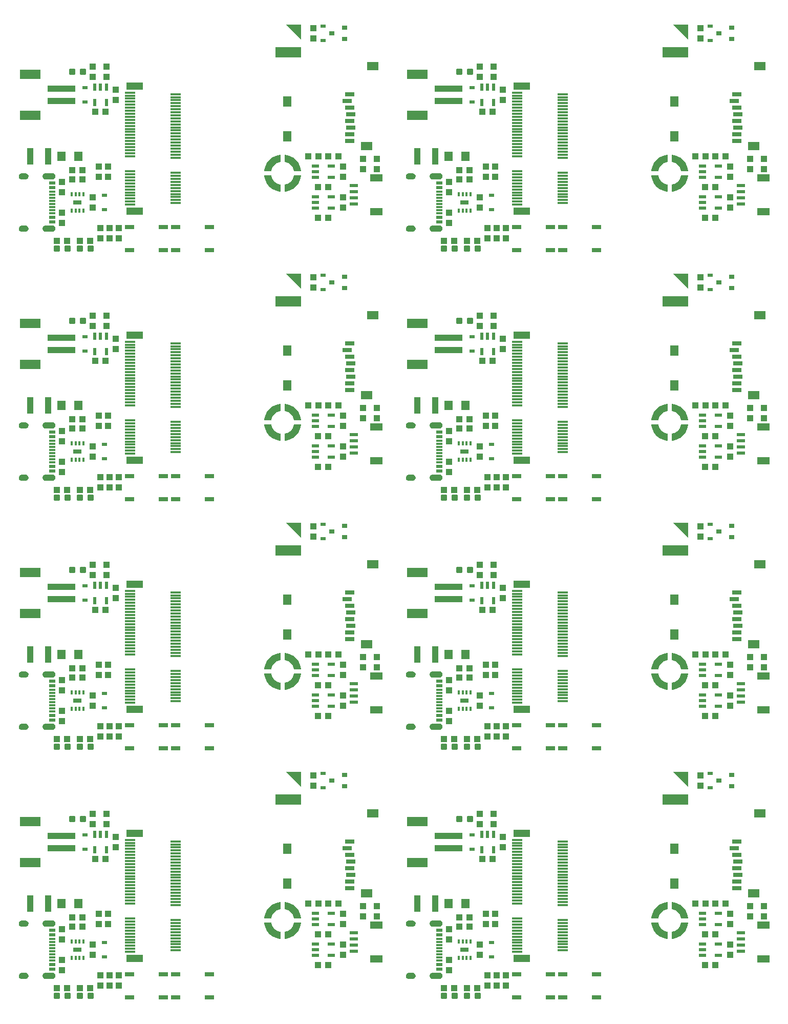
<source format=gtp>
G04 EAGLE Gerber RS-274X export*
G75*
%MOMM*%
%FSLAX34Y34*%
%LPD*%
%INSolderpaste Top*%
%IPPOS*%
%AMOC8*
5,1,8,0,0,1.08239X$1,22.5*%
G01*
%ADD10R,1.000000X0.300000*%
%ADD11R,1.000000X0.600000*%
%ADD12R,1.000000X1.100000*%
%ADD13R,1.375000X0.800000*%
%ADD14R,0.300000X0.650000*%
%ADD15R,1.100000X1.000000*%
%ADD16R,4.200000X1.700000*%
%ADD17R,0.830000X0.630000*%
%ADD18R,2.000000X1.200000*%
%ADD19R,1.350000X0.600000*%
%ADD20R,1.524000X0.762000*%
%ADD21R,1.000000X2.800000*%
%ADD22R,1.400000X1.600000*%
%ADD23R,1.400000X1.800000*%
%ADD24R,1.900000X1.400000*%
%ADD25R,1.500000X0.800000*%
%ADD26R,0.550000X1.200000*%
%ADD27C,0.300000*%
%ADD28R,4.600000X1.000000*%
%ADD29R,3.400000X1.600000*%
%ADD30R,2.750000X1.200000*%
%ADD31R,1.750000X0.300000*%
%ADD32R,0.900000X0.800000*%
%ADD33R,1.200000X0.550000*%

G36*
X1076829Y530851D02*
X1076829Y530851D01*
X1076874Y530852D01*
X1076925Y530874D01*
X1076980Y530887D01*
X1077016Y530913D01*
X1077056Y530931D01*
X1077095Y530972D01*
X1077140Y531005D01*
X1077163Y531043D01*
X1077193Y531075D01*
X1077213Y531128D01*
X1077242Y531176D01*
X1077250Y531227D01*
X1077263Y531261D01*
X1077262Y531295D01*
X1077269Y531340D01*
X1077269Y542340D01*
X1077259Y542393D01*
X1077258Y542446D01*
X1077239Y542489D01*
X1077230Y542535D01*
X1077199Y542579D01*
X1077178Y542628D01*
X1077144Y542660D01*
X1077117Y542699D01*
X1077072Y542728D01*
X1077033Y542764D01*
X1076982Y542785D01*
X1076950Y542806D01*
X1076918Y542811D01*
X1076879Y542827D01*
X1074144Y543438D01*
X1071580Y544466D01*
X1069216Y545893D01*
X1067112Y547682D01*
X1065323Y549786D01*
X1063896Y552150D01*
X1062868Y554714D01*
X1062257Y557449D01*
X1062235Y557498D01*
X1062223Y557550D01*
X1062195Y557588D01*
X1062176Y557630D01*
X1062137Y557667D01*
X1062105Y557710D01*
X1062065Y557734D01*
X1062031Y557766D01*
X1061980Y557784D01*
X1061934Y557812D01*
X1061880Y557821D01*
X1061844Y557834D01*
X1061812Y557832D01*
X1061770Y557839D01*
X1050770Y557839D01*
X1050715Y557828D01*
X1050659Y557827D01*
X1050618Y557808D01*
X1050575Y557800D01*
X1050529Y557768D01*
X1050478Y557745D01*
X1050448Y557712D01*
X1050411Y557687D01*
X1050381Y557640D01*
X1050343Y557598D01*
X1050328Y557557D01*
X1050304Y557520D01*
X1050295Y557464D01*
X1050276Y557411D01*
X1050277Y557359D01*
X1050271Y557323D01*
X1050279Y557291D01*
X1050279Y557286D01*
X1050279Y557284D01*
X1050279Y557283D01*
X1050280Y557245D01*
X1051119Y552924D01*
X1051131Y552895D01*
X1051139Y552853D01*
X1052608Y548703D01*
X1052624Y548676D01*
X1052638Y548636D01*
X1054704Y544749D01*
X1054724Y544725D01*
X1054743Y544687D01*
X1057361Y541148D01*
X1057385Y541127D01*
X1057410Y541092D01*
X1060522Y537980D01*
X1060537Y537970D01*
X1060545Y537959D01*
X1060560Y537950D01*
X1060578Y537931D01*
X1064117Y535313D01*
X1064145Y535300D01*
X1064179Y535274D01*
X1068066Y533208D01*
X1068096Y533199D01*
X1068133Y533178D01*
X1072283Y531709D01*
X1072314Y531704D01*
X1072354Y531689D01*
X1076675Y530850D01*
X1076731Y530850D01*
X1076787Y530841D01*
X1076829Y530851D01*
G37*
G36*
X436749Y1353811D02*
X436749Y1353811D01*
X436794Y1353812D01*
X436845Y1353834D01*
X436900Y1353847D01*
X436936Y1353873D01*
X436976Y1353891D01*
X437015Y1353932D01*
X437060Y1353965D01*
X437083Y1354003D01*
X437113Y1354035D01*
X437133Y1354088D01*
X437162Y1354136D01*
X437170Y1354187D01*
X437183Y1354221D01*
X437182Y1354255D01*
X437189Y1354300D01*
X437189Y1365300D01*
X437179Y1365353D01*
X437178Y1365406D01*
X437159Y1365449D01*
X437150Y1365495D01*
X437119Y1365539D01*
X437098Y1365588D01*
X437064Y1365620D01*
X437037Y1365659D01*
X436992Y1365688D01*
X436953Y1365724D01*
X436902Y1365745D01*
X436870Y1365766D01*
X436838Y1365771D01*
X436799Y1365787D01*
X434064Y1366398D01*
X431500Y1367426D01*
X429136Y1368853D01*
X427032Y1370642D01*
X425243Y1372746D01*
X423816Y1375110D01*
X422788Y1377674D01*
X422177Y1380409D01*
X422155Y1380458D01*
X422143Y1380510D01*
X422115Y1380548D01*
X422096Y1380590D01*
X422057Y1380627D01*
X422025Y1380670D01*
X421985Y1380694D01*
X421951Y1380726D01*
X421900Y1380744D01*
X421854Y1380772D01*
X421800Y1380781D01*
X421764Y1380794D01*
X421732Y1380792D01*
X421690Y1380799D01*
X410690Y1380799D01*
X410635Y1380788D01*
X410579Y1380787D01*
X410538Y1380768D01*
X410495Y1380760D01*
X410449Y1380728D01*
X410398Y1380705D01*
X410368Y1380672D01*
X410331Y1380647D01*
X410301Y1380600D01*
X410263Y1380558D01*
X410248Y1380517D01*
X410224Y1380480D01*
X410215Y1380424D01*
X410196Y1380371D01*
X410197Y1380319D01*
X410191Y1380283D01*
X410199Y1380251D01*
X410199Y1380246D01*
X410199Y1380244D01*
X410199Y1380243D01*
X410200Y1380205D01*
X411039Y1375884D01*
X411051Y1375855D01*
X411059Y1375813D01*
X412528Y1371663D01*
X412544Y1371636D01*
X412558Y1371596D01*
X414624Y1367709D01*
X414644Y1367685D01*
X414663Y1367647D01*
X417281Y1364108D01*
X417305Y1364087D01*
X417330Y1364052D01*
X420442Y1360940D01*
X420457Y1360930D01*
X420465Y1360919D01*
X420480Y1360910D01*
X420498Y1360891D01*
X424037Y1358273D01*
X424065Y1358260D01*
X424099Y1358234D01*
X427986Y1356168D01*
X428016Y1356159D01*
X428053Y1356138D01*
X432203Y1354669D01*
X432234Y1354664D01*
X432274Y1354649D01*
X436595Y1353810D01*
X436651Y1353810D01*
X436707Y1353801D01*
X436749Y1353811D01*
G37*
G36*
X1076829Y1353811D02*
X1076829Y1353811D01*
X1076874Y1353812D01*
X1076925Y1353834D01*
X1076980Y1353847D01*
X1077016Y1353873D01*
X1077056Y1353891D01*
X1077095Y1353932D01*
X1077140Y1353965D01*
X1077163Y1354003D01*
X1077193Y1354035D01*
X1077213Y1354088D01*
X1077242Y1354136D01*
X1077250Y1354187D01*
X1077263Y1354221D01*
X1077262Y1354255D01*
X1077269Y1354300D01*
X1077269Y1365300D01*
X1077259Y1365353D01*
X1077258Y1365406D01*
X1077239Y1365449D01*
X1077230Y1365495D01*
X1077199Y1365539D01*
X1077178Y1365588D01*
X1077144Y1365620D01*
X1077117Y1365659D01*
X1077072Y1365688D01*
X1077033Y1365724D01*
X1076982Y1365745D01*
X1076950Y1365766D01*
X1076918Y1365771D01*
X1076879Y1365787D01*
X1074144Y1366398D01*
X1071580Y1367426D01*
X1069216Y1368853D01*
X1067112Y1370642D01*
X1065323Y1372746D01*
X1063896Y1375110D01*
X1062868Y1377674D01*
X1062257Y1380409D01*
X1062235Y1380458D01*
X1062223Y1380510D01*
X1062195Y1380548D01*
X1062176Y1380590D01*
X1062137Y1380627D01*
X1062105Y1380670D01*
X1062065Y1380694D01*
X1062031Y1380726D01*
X1061980Y1380744D01*
X1061934Y1380772D01*
X1061880Y1380781D01*
X1061844Y1380794D01*
X1061812Y1380792D01*
X1061770Y1380799D01*
X1050770Y1380799D01*
X1050715Y1380788D01*
X1050659Y1380787D01*
X1050618Y1380768D01*
X1050575Y1380760D01*
X1050529Y1380728D01*
X1050478Y1380705D01*
X1050448Y1380672D01*
X1050411Y1380647D01*
X1050381Y1380600D01*
X1050343Y1380558D01*
X1050328Y1380517D01*
X1050304Y1380480D01*
X1050295Y1380424D01*
X1050276Y1380371D01*
X1050277Y1380319D01*
X1050271Y1380283D01*
X1050279Y1380251D01*
X1050279Y1380246D01*
X1050279Y1380244D01*
X1050279Y1380243D01*
X1050280Y1380205D01*
X1051119Y1375884D01*
X1051131Y1375855D01*
X1051139Y1375813D01*
X1052608Y1371663D01*
X1052624Y1371636D01*
X1052638Y1371596D01*
X1054704Y1367709D01*
X1054724Y1367685D01*
X1054743Y1367647D01*
X1057361Y1364108D01*
X1057385Y1364087D01*
X1057410Y1364052D01*
X1060522Y1360940D01*
X1060537Y1360930D01*
X1060545Y1360919D01*
X1060560Y1360910D01*
X1060578Y1360891D01*
X1064117Y1358273D01*
X1064145Y1358260D01*
X1064179Y1358234D01*
X1068066Y1356168D01*
X1068096Y1356159D01*
X1068133Y1356138D01*
X1072283Y1354669D01*
X1072314Y1354664D01*
X1072354Y1354649D01*
X1076675Y1353810D01*
X1076731Y1353810D01*
X1076787Y1353801D01*
X1076829Y1353811D01*
G37*
G36*
X436749Y530851D02*
X436749Y530851D01*
X436794Y530852D01*
X436845Y530874D01*
X436900Y530887D01*
X436936Y530913D01*
X436976Y530931D01*
X437015Y530972D01*
X437060Y531005D01*
X437083Y531043D01*
X437113Y531075D01*
X437133Y531128D01*
X437162Y531176D01*
X437170Y531227D01*
X437183Y531261D01*
X437182Y531295D01*
X437189Y531340D01*
X437189Y542340D01*
X437179Y542393D01*
X437178Y542446D01*
X437159Y542489D01*
X437150Y542535D01*
X437119Y542579D01*
X437098Y542628D01*
X437064Y542660D01*
X437037Y542699D01*
X436992Y542728D01*
X436953Y542764D01*
X436902Y542785D01*
X436870Y542806D01*
X436838Y542811D01*
X436799Y542827D01*
X434064Y543438D01*
X431500Y544466D01*
X429136Y545893D01*
X427032Y547682D01*
X425243Y549786D01*
X423816Y552150D01*
X422788Y554714D01*
X422177Y557449D01*
X422155Y557498D01*
X422143Y557550D01*
X422115Y557588D01*
X422096Y557630D01*
X422057Y557667D01*
X422025Y557710D01*
X421985Y557734D01*
X421951Y557766D01*
X421900Y557784D01*
X421854Y557812D01*
X421800Y557821D01*
X421764Y557834D01*
X421732Y557832D01*
X421690Y557839D01*
X410690Y557839D01*
X410635Y557828D01*
X410579Y557827D01*
X410538Y557808D01*
X410495Y557800D01*
X410449Y557768D01*
X410398Y557745D01*
X410368Y557712D01*
X410331Y557687D01*
X410301Y557640D01*
X410263Y557598D01*
X410248Y557557D01*
X410224Y557520D01*
X410215Y557464D01*
X410196Y557411D01*
X410197Y557359D01*
X410191Y557323D01*
X410199Y557291D01*
X410199Y557286D01*
X410199Y557284D01*
X410199Y557283D01*
X410200Y557245D01*
X411039Y552924D01*
X411051Y552895D01*
X411059Y552853D01*
X412528Y548703D01*
X412544Y548676D01*
X412558Y548636D01*
X414624Y544749D01*
X414644Y544725D01*
X414663Y544687D01*
X417281Y541148D01*
X417305Y541127D01*
X417330Y541092D01*
X420442Y537980D01*
X420457Y537970D01*
X420465Y537959D01*
X420480Y537950D01*
X420498Y537931D01*
X424037Y535313D01*
X424065Y535300D01*
X424099Y535274D01*
X427986Y533208D01*
X428016Y533199D01*
X428053Y533178D01*
X432203Y531709D01*
X432234Y531704D01*
X432274Y531689D01*
X436595Y530850D01*
X436651Y530850D01*
X436707Y530841D01*
X436749Y530851D01*
G37*
G36*
X1076829Y942331D02*
X1076829Y942331D01*
X1076874Y942332D01*
X1076925Y942354D01*
X1076980Y942367D01*
X1077016Y942393D01*
X1077056Y942411D01*
X1077095Y942452D01*
X1077140Y942485D01*
X1077163Y942523D01*
X1077193Y942555D01*
X1077213Y942608D01*
X1077242Y942656D01*
X1077250Y942707D01*
X1077263Y942741D01*
X1077262Y942775D01*
X1077269Y942820D01*
X1077269Y953820D01*
X1077259Y953873D01*
X1077258Y953926D01*
X1077239Y953969D01*
X1077230Y954015D01*
X1077199Y954059D01*
X1077178Y954108D01*
X1077144Y954140D01*
X1077117Y954179D01*
X1077072Y954208D01*
X1077033Y954244D01*
X1076982Y954265D01*
X1076950Y954286D01*
X1076918Y954291D01*
X1076879Y954307D01*
X1074144Y954918D01*
X1071580Y955946D01*
X1069216Y957373D01*
X1067112Y959162D01*
X1065323Y961266D01*
X1063896Y963630D01*
X1062868Y966194D01*
X1062257Y968929D01*
X1062235Y968978D01*
X1062223Y969030D01*
X1062195Y969068D01*
X1062176Y969110D01*
X1062137Y969147D01*
X1062105Y969190D01*
X1062065Y969214D01*
X1062031Y969246D01*
X1061980Y969264D01*
X1061934Y969292D01*
X1061880Y969301D01*
X1061844Y969314D01*
X1061812Y969312D01*
X1061770Y969319D01*
X1050770Y969319D01*
X1050715Y969308D01*
X1050659Y969307D01*
X1050618Y969288D01*
X1050575Y969280D01*
X1050529Y969248D01*
X1050478Y969225D01*
X1050448Y969192D01*
X1050411Y969167D01*
X1050381Y969120D01*
X1050343Y969078D01*
X1050328Y969037D01*
X1050304Y969000D01*
X1050295Y968944D01*
X1050276Y968891D01*
X1050277Y968839D01*
X1050271Y968803D01*
X1050279Y968771D01*
X1050279Y968766D01*
X1050279Y968764D01*
X1050279Y968763D01*
X1050280Y968725D01*
X1051119Y964404D01*
X1051131Y964375D01*
X1051139Y964333D01*
X1052608Y960183D01*
X1052624Y960156D01*
X1052638Y960116D01*
X1054704Y956229D01*
X1054724Y956205D01*
X1054743Y956167D01*
X1057361Y952628D01*
X1057385Y952607D01*
X1057410Y952572D01*
X1060522Y949460D01*
X1060537Y949450D01*
X1060545Y949439D01*
X1060560Y949430D01*
X1060578Y949411D01*
X1064117Y946793D01*
X1064145Y946780D01*
X1064179Y946754D01*
X1068066Y944688D01*
X1068096Y944679D01*
X1068133Y944658D01*
X1072283Y943189D01*
X1072314Y943184D01*
X1072354Y943169D01*
X1076675Y942330D01*
X1076731Y942330D01*
X1076787Y942321D01*
X1076829Y942331D01*
G37*
G36*
X436749Y942331D02*
X436749Y942331D01*
X436794Y942332D01*
X436845Y942354D01*
X436900Y942367D01*
X436936Y942393D01*
X436976Y942411D01*
X437015Y942452D01*
X437060Y942485D01*
X437083Y942523D01*
X437113Y942555D01*
X437133Y942608D01*
X437162Y942656D01*
X437170Y942707D01*
X437183Y942741D01*
X437182Y942775D01*
X437189Y942820D01*
X437189Y953820D01*
X437179Y953873D01*
X437178Y953926D01*
X437159Y953969D01*
X437150Y954015D01*
X437119Y954059D01*
X437098Y954108D01*
X437064Y954140D01*
X437037Y954179D01*
X436992Y954208D01*
X436953Y954244D01*
X436902Y954265D01*
X436870Y954286D01*
X436838Y954291D01*
X436799Y954307D01*
X434064Y954918D01*
X431500Y955946D01*
X429136Y957373D01*
X427032Y959162D01*
X425243Y961266D01*
X423816Y963630D01*
X422788Y966194D01*
X422177Y968929D01*
X422155Y968978D01*
X422143Y969030D01*
X422115Y969068D01*
X422096Y969110D01*
X422057Y969147D01*
X422025Y969190D01*
X421985Y969214D01*
X421951Y969246D01*
X421900Y969264D01*
X421854Y969292D01*
X421800Y969301D01*
X421764Y969314D01*
X421732Y969312D01*
X421690Y969319D01*
X410690Y969319D01*
X410635Y969308D01*
X410579Y969307D01*
X410538Y969288D01*
X410495Y969280D01*
X410449Y969248D01*
X410398Y969225D01*
X410368Y969192D01*
X410331Y969167D01*
X410301Y969120D01*
X410263Y969078D01*
X410248Y969037D01*
X410224Y969000D01*
X410215Y968944D01*
X410196Y968891D01*
X410197Y968839D01*
X410191Y968803D01*
X410199Y968771D01*
X410199Y968766D01*
X410199Y968764D01*
X410199Y968763D01*
X410200Y968725D01*
X411039Y964404D01*
X411051Y964375D01*
X411059Y964333D01*
X412528Y960183D01*
X412544Y960156D01*
X412558Y960116D01*
X414624Y956229D01*
X414644Y956205D01*
X414663Y956167D01*
X417281Y952628D01*
X417305Y952607D01*
X417330Y952572D01*
X420442Y949460D01*
X420457Y949450D01*
X420465Y949439D01*
X420480Y949430D01*
X420498Y949411D01*
X424037Y946793D01*
X424065Y946780D01*
X424099Y946754D01*
X427986Y944688D01*
X428016Y944679D01*
X428053Y944658D01*
X432203Y943189D01*
X432234Y943184D01*
X432274Y943169D01*
X436595Y942330D01*
X436651Y942330D01*
X436707Y942321D01*
X436749Y942331D01*
G37*
G36*
X1076829Y119371D02*
X1076829Y119371D01*
X1076874Y119372D01*
X1076925Y119394D01*
X1076980Y119407D01*
X1077016Y119433D01*
X1077056Y119451D01*
X1077095Y119492D01*
X1077140Y119525D01*
X1077163Y119563D01*
X1077193Y119595D01*
X1077213Y119648D01*
X1077242Y119696D01*
X1077250Y119747D01*
X1077263Y119781D01*
X1077262Y119815D01*
X1077269Y119860D01*
X1077269Y130860D01*
X1077259Y130913D01*
X1077258Y130966D01*
X1077239Y131009D01*
X1077230Y131055D01*
X1077199Y131099D01*
X1077178Y131148D01*
X1077144Y131180D01*
X1077117Y131219D01*
X1077072Y131248D01*
X1077033Y131284D01*
X1076982Y131305D01*
X1076950Y131326D01*
X1076918Y131331D01*
X1076879Y131347D01*
X1074144Y131958D01*
X1071580Y132986D01*
X1069216Y134413D01*
X1067112Y136202D01*
X1065323Y138306D01*
X1063896Y140670D01*
X1062868Y143234D01*
X1062257Y145969D01*
X1062235Y146018D01*
X1062223Y146070D01*
X1062195Y146108D01*
X1062176Y146150D01*
X1062137Y146187D01*
X1062105Y146230D01*
X1062065Y146254D01*
X1062031Y146286D01*
X1061980Y146304D01*
X1061934Y146332D01*
X1061880Y146341D01*
X1061844Y146354D01*
X1061812Y146352D01*
X1061770Y146359D01*
X1050770Y146359D01*
X1050715Y146348D01*
X1050659Y146347D01*
X1050618Y146328D01*
X1050575Y146320D01*
X1050529Y146288D01*
X1050478Y146265D01*
X1050448Y146232D01*
X1050411Y146207D01*
X1050381Y146160D01*
X1050343Y146118D01*
X1050328Y146077D01*
X1050304Y146040D01*
X1050295Y145984D01*
X1050276Y145931D01*
X1050277Y145879D01*
X1050271Y145843D01*
X1050279Y145811D01*
X1050279Y145806D01*
X1050279Y145804D01*
X1050279Y145803D01*
X1050280Y145765D01*
X1051119Y141444D01*
X1051131Y141415D01*
X1051139Y141373D01*
X1052608Y137223D01*
X1052624Y137196D01*
X1052638Y137156D01*
X1054704Y133269D01*
X1054724Y133245D01*
X1054743Y133207D01*
X1057361Y129668D01*
X1057385Y129647D01*
X1057410Y129612D01*
X1060522Y126500D01*
X1060537Y126490D01*
X1060545Y126479D01*
X1060560Y126470D01*
X1060578Y126451D01*
X1064117Y123833D01*
X1064145Y123820D01*
X1064179Y123794D01*
X1068066Y121728D01*
X1068096Y121719D01*
X1068133Y121698D01*
X1072283Y120229D01*
X1072314Y120224D01*
X1072354Y120209D01*
X1076675Y119370D01*
X1076731Y119370D01*
X1076787Y119361D01*
X1076829Y119371D01*
G37*
G36*
X436749Y119371D02*
X436749Y119371D01*
X436794Y119372D01*
X436845Y119394D01*
X436900Y119407D01*
X436936Y119433D01*
X436976Y119451D01*
X437015Y119492D01*
X437060Y119525D01*
X437083Y119563D01*
X437113Y119595D01*
X437133Y119648D01*
X437162Y119696D01*
X437170Y119747D01*
X437183Y119781D01*
X437182Y119815D01*
X437189Y119860D01*
X437189Y130860D01*
X437179Y130913D01*
X437178Y130966D01*
X437159Y131009D01*
X437150Y131055D01*
X437119Y131099D01*
X437098Y131148D01*
X437064Y131180D01*
X437037Y131219D01*
X436992Y131248D01*
X436953Y131284D01*
X436902Y131305D01*
X436870Y131326D01*
X436838Y131331D01*
X436799Y131347D01*
X434064Y131958D01*
X431500Y132986D01*
X429136Y134413D01*
X427032Y136202D01*
X425243Y138306D01*
X423816Y140670D01*
X422788Y143234D01*
X422177Y145969D01*
X422155Y146018D01*
X422143Y146070D01*
X422115Y146108D01*
X422096Y146150D01*
X422057Y146187D01*
X422025Y146230D01*
X421985Y146254D01*
X421951Y146286D01*
X421900Y146304D01*
X421854Y146332D01*
X421800Y146341D01*
X421764Y146354D01*
X421732Y146352D01*
X421690Y146359D01*
X410690Y146359D01*
X410635Y146348D01*
X410579Y146347D01*
X410538Y146328D01*
X410495Y146320D01*
X410449Y146288D01*
X410398Y146265D01*
X410368Y146232D01*
X410331Y146207D01*
X410301Y146160D01*
X410263Y146118D01*
X410248Y146077D01*
X410224Y146040D01*
X410215Y145984D01*
X410196Y145931D01*
X410197Y145879D01*
X410191Y145843D01*
X410199Y145811D01*
X410199Y145806D01*
X410199Y145804D01*
X410199Y145803D01*
X410200Y145765D01*
X411039Y141444D01*
X411051Y141415D01*
X411059Y141373D01*
X412528Y137223D01*
X412544Y137196D01*
X412558Y137156D01*
X414624Y133269D01*
X414644Y133245D01*
X414663Y133207D01*
X417281Y129668D01*
X417305Y129647D01*
X417330Y129612D01*
X420442Y126500D01*
X420457Y126490D01*
X420465Y126479D01*
X420480Y126470D01*
X420498Y126451D01*
X424037Y123833D01*
X424065Y123820D01*
X424099Y123794D01*
X427986Y121728D01*
X428016Y121719D01*
X428053Y121698D01*
X432203Y120229D01*
X432234Y120224D01*
X432274Y120209D01*
X436595Y119370D01*
X436651Y119370D01*
X436707Y119361D01*
X436749Y119371D01*
G37*
G36*
X421743Y153371D02*
X421743Y153371D01*
X421796Y153372D01*
X421839Y153391D01*
X421885Y153400D01*
X421929Y153431D01*
X421978Y153452D01*
X422010Y153486D01*
X422049Y153513D01*
X422078Y153558D01*
X422114Y153597D01*
X422135Y153648D01*
X422156Y153680D01*
X422161Y153712D01*
X422177Y153751D01*
X422788Y156486D01*
X423816Y159050D01*
X425243Y161414D01*
X427032Y163518D01*
X429136Y165307D01*
X431500Y166734D01*
X434064Y167762D01*
X436799Y168373D01*
X436848Y168395D01*
X436900Y168407D01*
X436938Y168435D01*
X436980Y168454D01*
X437017Y168493D01*
X437060Y168525D01*
X437084Y168565D01*
X437116Y168599D01*
X437134Y168650D01*
X437162Y168696D01*
X437171Y168750D01*
X437184Y168786D01*
X437182Y168818D01*
X437189Y168860D01*
X437189Y179860D01*
X437178Y179915D01*
X437177Y179971D01*
X437158Y180012D01*
X437150Y180055D01*
X437118Y180101D01*
X437095Y180153D01*
X437062Y180182D01*
X437037Y180219D01*
X436990Y180249D01*
X436948Y180287D01*
X436907Y180302D01*
X436870Y180326D01*
X436814Y180335D01*
X436761Y180354D01*
X436709Y180353D01*
X436673Y180359D01*
X436641Y180351D01*
X436595Y180350D01*
X432274Y179511D01*
X432245Y179499D01*
X432203Y179491D01*
X428053Y178022D01*
X428026Y178006D01*
X427986Y177992D01*
X424099Y175926D01*
X424075Y175906D01*
X424037Y175887D01*
X420498Y173269D01*
X420477Y173245D01*
X420442Y173220D01*
X417330Y170108D01*
X417312Y170082D01*
X417281Y170052D01*
X414663Y166514D01*
X414650Y166485D01*
X414624Y166451D01*
X412558Y162564D01*
X412551Y162541D01*
X412542Y162527D01*
X412541Y162519D01*
X412528Y162497D01*
X411059Y158347D01*
X411054Y158316D01*
X411039Y158276D01*
X410200Y153955D01*
X410200Y153899D01*
X410191Y153843D01*
X410201Y153801D01*
X410202Y153756D01*
X410224Y153705D01*
X410237Y153650D01*
X410263Y153615D01*
X410281Y153574D01*
X410322Y153535D01*
X410355Y153490D01*
X410393Y153467D01*
X410425Y153437D01*
X410478Y153417D01*
X410526Y153388D01*
X410577Y153380D01*
X410611Y153367D01*
X410645Y153368D01*
X410690Y153361D01*
X421690Y153361D01*
X421743Y153371D01*
G37*
G36*
X1061823Y1387811D02*
X1061823Y1387811D01*
X1061876Y1387812D01*
X1061919Y1387831D01*
X1061965Y1387840D01*
X1062009Y1387871D01*
X1062058Y1387892D01*
X1062090Y1387926D01*
X1062129Y1387953D01*
X1062158Y1387998D01*
X1062194Y1388037D01*
X1062215Y1388088D01*
X1062236Y1388120D01*
X1062241Y1388152D01*
X1062257Y1388191D01*
X1062868Y1390926D01*
X1063896Y1393490D01*
X1065323Y1395854D01*
X1067112Y1397958D01*
X1069216Y1399747D01*
X1071580Y1401174D01*
X1074144Y1402202D01*
X1076879Y1402813D01*
X1076928Y1402835D01*
X1076980Y1402847D01*
X1077018Y1402875D01*
X1077060Y1402894D01*
X1077097Y1402933D01*
X1077140Y1402965D01*
X1077164Y1403005D01*
X1077196Y1403039D01*
X1077214Y1403090D01*
X1077242Y1403136D01*
X1077251Y1403190D01*
X1077264Y1403226D01*
X1077262Y1403258D01*
X1077269Y1403300D01*
X1077269Y1414300D01*
X1077258Y1414355D01*
X1077257Y1414411D01*
X1077238Y1414452D01*
X1077230Y1414495D01*
X1077198Y1414541D01*
X1077175Y1414593D01*
X1077142Y1414622D01*
X1077117Y1414659D01*
X1077070Y1414689D01*
X1077028Y1414727D01*
X1076987Y1414742D01*
X1076950Y1414766D01*
X1076894Y1414775D01*
X1076841Y1414794D01*
X1076789Y1414793D01*
X1076753Y1414799D01*
X1076721Y1414791D01*
X1076675Y1414790D01*
X1072354Y1413951D01*
X1072325Y1413939D01*
X1072283Y1413931D01*
X1068133Y1412462D01*
X1068106Y1412446D01*
X1068066Y1412432D01*
X1064179Y1410366D01*
X1064155Y1410346D01*
X1064117Y1410327D01*
X1060578Y1407709D01*
X1060557Y1407685D01*
X1060522Y1407660D01*
X1057410Y1404548D01*
X1057392Y1404522D01*
X1057361Y1404492D01*
X1054743Y1400954D01*
X1054730Y1400925D01*
X1054704Y1400891D01*
X1052638Y1397004D01*
X1052631Y1396981D01*
X1052622Y1396967D01*
X1052621Y1396959D01*
X1052608Y1396937D01*
X1051139Y1392787D01*
X1051134Y1392756D01*
X1051119Y1392716D01*
X1050280Y1388395D01*
X1050280Y1388339D01*
X1050271Y1388283D01*
X1050281Y1388241D01*
X1050282Y1388196D01*
X1050304Y1388145D01*
X1050317Y1388090D01*
X1050343Y1388055D01*
X1050361Y1388014D01*
X1050402Y1387975D01*
X1050435Y1387930D01*
X1050473Y1387907D01*
X1050505Y1387877D01*
X1050558Y1387857D01*
X1050606Y1387828D01*
X1050657Y1387820D01*
X1050691Y1387807D01*
X1050725Y1387808D01*
X1050770Y1387801D01*
X1061770Y1387801D01*
X1061823Y1387811D01*
G37*
G36*
X421743Y1387811D02*
X421743Y1387811D01*
X421796Y1387812D01*
X421839Y1387831D01*
X421885Y1387840D01*
X421929Y1387871D01*
X421978Y1387892D01*
X422010Y1387926D01*
X422049Y1387953D01*
X422078Y1387998D01*
X422114Y1388037D01*
X422135Y1388088D01*
X422156Y1388120D01*
X422161Y1388152D01*
X422177Y1388191D01*
X422788Y1390926D01*
X423816Y1393490D01*
X425243Y1395854D01*
X427032Y1397958D01*
X429136Y1399747D01*
X431500Y1401174D01*
X434064Y1402202D01*
X436799Y1402813D01*
X436848Y1402835D01*
X436900Y1402847D01*
X436938Y1402875D01*
X436980Y1402894D01*
X437017Y1402933D01*
X437060Y1402965D01*
X437084Y1403005D01*
X437116Y1403039D01*
X437134Y1403090D01*
X437162Y1403136D01*
X437171Y1403190D01*
X437184Y1403226D01*
X437182Y1403258D01*
X437189Y1403300D01*
X437189Y1414300D01*
X437178Y1414355D01*
X437177Y1414411D01*
X437158Y1414452D01*
X437150Y1414495D01*
X437118Y1414541D01*
X437095Y1414593D01*
X437062Y1414622D01*
X437037Y1414659D01*
X436990Y1414689D01*
X436948Y1414727D01*
X436907Y1414742D01*
X436870Y1414766D01*
X436814Y1414775D01*
X436761Y1414794D01*
X436709Y1414793D01*
X436673Y1414799D01*
X436641Y1414791D01*
X436595Y1414790D01*
X432274Y1413951D01*
X432245Y1413939D01*
X432203Y1413931D01*
X428053Y1412462D01*
X428026Y1412446D01*
X427986Y1412432D01*
X424099Y1410366D01*
X424075Y1410346D01*
X424037Y1410327D01*
X420498Y1407709D01*
X420477Y1407685D01*
X420442Y1407660D01*
X417330Y1404548D01*
X417312Y1404522D01*
X417281Y1404492D01*
X414663Y1400954D01*
X414650Y1400925D01*
X414624Y1400891D01*
X412558Y1397004D01*
X412551Y1396981D01*
X412542Y1396967D01*
X412541Y1396959D01*
X412528Y1396937D01*
X411059Y1392787D01*
X411054Y1392756D01*
X411039Y1392716D01*
X410200Y1388395D01*
X410200Y1388339D01*
X410191Y1388283D01*
X410201Y1388241D01*
X410202Y1388196D01*
X410224Y1388145D01*
X410237Y1388090D01*
X410263Y1388055D01*
X410281Y1388014D01*
X410322Y1387975D01*
X410355Y1387930D01*
X410393Y1387907D01*
X410425Y1387877D01*
X410478Y1387857D01*
X410526Y1387828D01*
X410577Y1387820D01*
X410611Y1387807D01*
X410645Y1387808D01*
X410690Y1387801D01*
X421690Y1387801D01*
X421743Y1387811D01*
G37*
G36*
X1061823Y153371D02*
X1061823Y153371D01*
X1061876Y153372D01*
X1061919Y153391D01*
X1061965Y153400D01*
X1062009Y153431D01*
X1062058Y153452D01*
X1062090Y153486D01*
X1062129Y153513D01*
X1062158Y153558D01*
X1062194Y153597D01*
X1062215Y153648D01*
X1062236Y153680D01*
X1062241Y153712D01*
X1062257Y153751D01*
X1062868Y156486D01*
X1063896Y159050D01*
X1065323Y161414D01*
X1067112Y163518D01*
X1069216Y165307D01*
X1071580Y166734D01*
X1074144Y167762D01*
X1076879Y168373D01*
X1076928Y168395D01*
X1076980Y168407D01*
X1077018Y168435D01*
X1077060Y168454D01*
X1077097Y168493D01*
X1077140Y168525D01*
X1077164Y168565D01*
X1077196Y168599D01*
X1077214Y168650D01*
X1077242Y168696D01*
X1077251Y168750D01*
X1077264Y168786D01*
X1077262Y168818D01*
X1077269Y168860D01*
X1077269Y179860D01*
X1077258Y179915D01*
X1077257Y179971D01*
X1077238Y180012D01*
X1077230Y180055D01*
X1077198Y180101D01*
X1077175Y180153D01*
X1077142Y180182D01*
X1077117Y180219D01*
X1077070Y180249D01*
X1077028Y180287D01*
X1076987Y180302D01*
X1076950Y180326D01*
X1076894Y180335D01*
X1076841Y180354D01*
X1076789Y180353D01*
X1076753Y180359D01*
X1076721Y180351D01*
X1076675Y180350D01*
X1072354Y179511D01*
X1072325Y179499D01*
X1072283Y179491D01*
X1068133Y178022D01*
X1068106Y178006D01*
X1068066Y177992D01*
X1064179Y175926D01*
X1064155Y175906D01*
X1064117Y175887D01*
X1060578Y173269D01*
X1060557Y173245D01*
X1060522Y173220D01*
X1057410Y170108D01*
X1057392Y170082D01*
X1057361Y170052D01*
X1054743Y166514D01*
X1054730Y166485D01*
X1054704Y166451D01*
X1052638Y162564D01*
X1052631Y162541D01*
X1052622Y162527D01*
X1052621Y162519D01*
X1052608Y162497D01*
X1051139Y158347D01*
X1051134Y158316D01*
X1051119Y158276D01*
X1050280Y153955D01*
X1050280Y153899D01*
X1050271Y153843D01*
X1050281Y153801D01*
X1050282Y153756D01*
X1050304Y153705D01*
X1050317Y153650D01*
X1050343Y153615D01*
X1050361Y153574D01*
X1050402Y153535D01*
X1050435Y153490D01*
X1050473Y153467D01*
X1050505Y153437D01*
X1050558Y153417D01*
X1050606Y153388D01*
X1050657Y153380D01*
X1050691Y153367D01*
X1050725Y153368D01*
X1050770Y153361D01*
X1061770Y153361D01*
X1061823Y153371D01*
G37*
G36*
X421743Y976331D02*
X421743Y976331D01*
X421796Y976332D01*
X421839Y976351D01*
X421885Y976360D01*
X421929Y976391D01*
X421978Y976412D01*
X422010Y976446D01*
X422049Y976473D01*
X422078Y976518D01*
X422114Y976557D01*
X422135Y976608D01*
X422156Y976640D01*
X422161Y976672D01*
X422177Y976711D01*
X422788Y979446D01*
X423816Y982010D01*
X425243Y984374D01*
X427032Y986478D01*
X429136Y988267D01*
X431500Y989694D01*
X434064Y990722D01*
X436799Y991333D01*
X436848Y991355D01*
X436900Y991367D01*
X436938Y991395D01*
X436980Y991414D01*
X437017Y991453D01*
X437060Y991485D01*
X437084Y991525D01*
X437116Y991559D01*
X437134Y991610D01*
X437162Y991656D01*
X437171Y991710D01*
X437184Y991746D01*
X437182Y991778D01*
X437189Y991820D01*
X437189Y1002820D01*
X437178Y1002875D01*
X437177Y1002931D01*
X437158Y1002972D01*
X437150Y1003015D01*
X437118Y1003061D01*
X437095Y1003113D01*
X437062Y1003142D01*
X437037Y1003179D01*
X436990Y1003209D01*
X436948Y1003247D01*
X436907Y1003262D01*
X436870Y1003286D01*
X436814Y1003295D01*
X436761Y1003314D01*
X436709Y1003313D01*
X436673Y1003319D01*
X436641Y1003311D01*
X436595Y1003310D01*
X432274Y1002471D01*
X432245Y1002459D01*
X432203Y1002451D01*
X428053Y1000982D01*
X428026Y1000966D01*
X427986Y1000952D01*
X424099Y998886D01*
X424075Y998866D01*
X424037Y998847D01*
X420498Y996229D01*
X420477Y996205D01*
X420442Y996180D01*
X417330Y993068D01*
X417312Y993042D01*
X417281Y993012D01*
X414663Y989474D01*
X414650Y989445D01*
X414624Y989411D01*
X412558Y985524D01*
X412551Y985501D01*
X412542Y985487D01*
X412541Y985479D01*
X412528Y985457D01*
X411059Y981307D01*
X411054Y981276D01*
X411039Y981236D01*
X410200Y976915D01*
X410200Y976859D01*
X410191Y976803D01*
X410201Y976761D01*
X410202Y976716D01*
X410224Y976665D01*
X410237Y976610D01*
X410263Y976575D01*
X410281Y976534D01*
X410322Y976495D01*
X410355Y976450D01*
X410393Y976427D01*
X410425Y976397D01*
X410478Y976377D01*
X410526Y976348D01*
X410577Y976340D01*
X410611Y976327D01*
X410645Y976328D01*
X410690Y976321D01*
X421690Y976321D01*
X421743Y976331D01*
G37*
G36*
X421743Y564851D02*
X421743Y564851D01*
X421796Y564852D01*
X421839Y564871D01*
X421885Y564880D01*
X421929Y564911D01*
X421978Y564932D01*
X422010Y564966D01*
X422049Y564993D01*
X422078Y565038D01*
X422114Y565077D01*
X422135Y565128D01*
X422156Y565160D01*
X422161Y565192D01*
X422177Y565231D01*
X422788Y567966D01*
X423816Y570530D01*
X425243Y572894D01*
X427032Y574998D01*
X429136Y576787D01*
X431500Y578214D01*
X434064Y579242D01*
X436799Y579853D01*
X436848Y579875D01*
X436900Y579887D01*
X436938Y579915D01*
X436980Y579934D01*
X437017Y579973D01*
X437060Y580005D01*
X437084Y580045D01*
X437116Y580079D01*
X437134Y580130D01*
X437162Y580176D01*
X437171Y580230D01*
X437184Y580266D01*
X437182Y580298D01*
X437189Y580340D01*
X437189Y591340D01*
X437178Y591395D01*
X437177Y591451D01*
X437158Y591492D01*
X437150Y591535D01*
X437118Y591581D01*
X437095Y591633D01*
X437062Y591662D01*
X437037Y591699D01*
X436990Y591729D01*
X436948Y591767D01*
X436907Y591782D01*
X436870Y591806D01*
X436814Y591815D01*
X436761Y591834D01*
X436709Y591833D01*
X436673Y591839D01*
X436641Y591831D01*
X436595Y591830D01*
X432274Y590991D01*
X432245Y590979D01*
X432203Y590971D01*
X428053Y589502D01*
X428026Y589486D01*
X427986Y589472D01*
X424099Y587406D01*
X424075Y587386D01*
X424037Y587367D01*
X420498Y584749D01*
X420477Y584725D01*
X420442Y584700D01*
X417330Y581588D01*
X417312Y581562D01*
X417281Y581532D01*
X414663Y577994D01*
X414650Y577965D01*
X414624Y577931D01*
X412558Y574044D01*
X412551Y574021D01*
X412542Y574007D01*
X412541Y573999D01*
X412528Y573977D01*
X411059Y569827D01*
X411054Y569796D01*
X411039Y569756D01*
X410200Y565435D01*
X410200Y565379D01*
X410191Y565323D01*
X410201Y565281D01*
X410202Y565236D01*
X410224Y565185D01*
X410237Y565130D01*
X410263Y565095D01*
X410281Y565054D01*
X410322Y565015D01*
X410355Y564970D01*
X410393Y564947D01*
X410425Y564917D01*
X410478Y564897D01*
X410526Y564868D01*
X410577Y564860D01*
X410611Y564847D01*
X410645Y564848D01*
X410690Y564841D01*
X421690Y564841D01*
X421743Y564851D01*
G37*
G36*
X1061823Y564851D02*
X1061823Y564851D01*
X1061876Y564852D01*
X1061919Y564871D01*
X1061965Y564880D01*
X1062009Y564911D01*
X1062058Y564932D01*
X1062090Y564966D01*
X1062129Y564993D01*
X1062158Y565038D01*
X1062194Y565077D01*
X1062215Y565128D01*
X1062236Y565160D01*
X1062241Y565192D01*
X1062257Y565231D01*
X1062868Y567966D01*
X1063896Y570530D01*
X1065323Y572894D01*
X1067112Y574998D01*
X1069216Y576787D01*
X1071580Y578214D01*
X1074144Y579242D01*
X1076879Y579853D01*
X1076928Y579875D01*
X1076980Y579887D01*
X1077018Y579915D01*
X1077060Y579934D01*
X1077097Y579973D01*
X1077140Y580005D01*
X1077164Y580045D01*
X1077196Y580079D01*
X1077214Y580130D01*
X1077242Y580176D01*
X1077251Y580230D01*
X1077264Y580266D01*
X1077262Y580298D01*
X1077269Y580340D01*
X1077269Y591340D01*
X1077258Y591395D01*
X1077257Y591451D01*
X1077238Y591492D01*
X1077230Y591535D01*
X1077198Y591581D01*
X1077175Y591633D01*
X1077142Y591662D01*
X1077117Y591699D01*
X1077070Y591729D01*
X1077028Y591767D01*
X1076987Y591782D01*
X1076950Y591806D01*
X1076894Y591815D01*
X1076841Y591834D01*
X1076789Y591833D01*
X1076753Y591839D01*
X1076721Y591831D01*
X1076675Y591830D01*
X1072354Y590991D01*
X1072325Y590979D01*
X1072283Y590971D01*
X1068133Y589502D01*
X1068106Y589486D01*
X1068066Y589472D01*
X1064179Y587406D01*
X1064155Y587386D01*
X1064117Y587367D01*
X1060578Y584749D01*
X1060557Y584725D01*
X1060522Y584700D01*
X1057410Y581588D01*
X1057392Y581562D01*
X1057361Y581532D01*
X1054743Y577994D01*
X1054730Y577965D01*
X1054704Y577931D01*
X1052638Y574044D01*
X1052631Y574021D01*
X1052622Y574007D01*
X1052621Y573999D01*
X1052608Y573977D01*
X1051139Y569827D01*
X1051134Y569796D01*
X1051119Y569756D01*
X1050280Y565435D01*
X1050280Y565379D01*
X1050271Y565323D01*
X1050281Y565281D01*
X1050282Y565236D01*
X1050304Y565185D01*
X1050317Y565130D01*
X1050343Y565095D01*
X1050361Y565054D01*
X1050402Y565015D01*
X1050435Y564970D01*
X1050473Y564947D01*
X1050505Y564917D01*
X1050558Y564897D01*
X1050606Y564868D01*
X1050657Y564860D01*
X1050691Y564847D01*
X1050725Y564848D01*
X1050770Y564841D01*
X1061770Y564841D01*
X1061823Y564851D01*
G37*
G36*
X1061823Y976331D02*
X1061823Y976331D01*
X1061876Y976332D01*
X1061919Y976351D01*
X1061965Y976360D01*
X1062009Y976391D01*
X1062058Y976412D01*
X1062090Y976446D01*
X1062129Y976473D01*
X1062158Y976518D01*
X1062194Y976557D01*
X1062215Y976608D01*
X1062236Y976640D01*
X1062241Y976672D01*
X1062257Y976711D01*
X1062868Y979446D01*
X1063896Y982010D01*
X1065323Y984374D01*
X1067112Y986478D01*
X1069216Y988267D01*
X1071580Y989694D01*
X1074144Y990722D01*
X1076879Y991333D01*
X1076928Y991355D01*
X1076980Y991367D01*
X1077018Y991395D01*
X1077060Y991414D01*
X1077097Y991453D01*
X1077140Y991485D01*
X1077164Y991525D01*
X1077196Y991559D01*
X1077214Y991610D01*
X1077242Y991656D01*
X1077251Y991710D01*
X1077264Y991746D01*
X1077262Y991778D01*
X1077269Y991820D01*
X1077269Y1002820D01*
X1077258Y1002875D01*
X1077257Y1002931D01*
X1077238Y1002972D01*
X1077230Y1003015D01*
X1077198Y1003061D01*
X1077175Y1003113D01*
X1077142Y1003142D01*
X1077117Y1003179D01*
X1077070Y1003209D01*
X1077028Y1003247D01*
X1076987Y1003262D01*
X1076950Y1003286D01*
X1076894Y1003295D01*
X1076841Y1003314D01*
X1076789Y1003313D01*
X1076753Y1003319D01*
X1076721Y1003311D01*
X1076675Y1003310D01*
X1072354Y1002471D01*
X1072325Y1002459D01*
X1072283Y1002451D01*
X1068133Y1000982D01*
X1068106Y1000966D01*
X1068066Y1000952D01*
X1064179Y998886D01*
X1064155Y998866D01*
X1064117Y998847D01*
X1060578Y996229D01*
X1060557Y996205D01*
X1060522Y996180D01*
X1057410Y993068D01*
X1057392Y993042D01*
X1057361Y993012D01*
X1054743Y989474D01*
X1054730Y989445D01*
X1054704Y989411D01*
X1052638Y985524D01*
X1052631Y985501D01*
X1052622Y985487D01*
X1052621Y985479D01*
X1052608Y985457D01*
X1051139Y981307D01*
X1051134Y981276D01*
X1051119Y981236D01*
X1050280Y976915D01*
X1050280Y976859D01*
X1050271Y976803D01*
X1050281Y976761D01*
X1050282Y976716D01*
X1050304Y976665D01*
X1050317Y976610D01*
X1050343Y976575D01*
X1050361Y976534D01*
X1050402Y976495D01*
X1050435Y976450D01*
X1050473Y976427D01*
X1050505Y976397D01*
X1050558Y976377D01*
X1050606Y976348D01*
X1050657Y976340D01*
X1050691Y976327D01*
X1050725Y976328D01*
X1050770Y976321D01*
X1061770Y976321D01*
X1061823Y976331D01*
G37*
G36*
X470745Y1387812D02*
X470745Y1387812D01*
X470801Y1387813D01*
X470842Y1387832D01*
X470885Y1387840D01*
X470931Y1387872D01*
X470983Y1387895D01*
X471012Y1387928D01*
X471049Y1387953D01*
X471079Y1388000D01*
X471117Y1388042D01*
X471132Y1388083D01*
X471156Y1388120D01*
X471165Y1388176D01*
X471184Y1388229D01*
X471183Y1388281D01*
X471189Y1388317D01*
X471181Y1388349D01*
X471180Y1388395D01*
X470341Y1392716D01*
X470329Y1392745D01*
X470321Y1392787D01*
X468852Y1396937D01*
X468836Y1396964D01*
X468827Y1396991D01*
X468825Y1396997D01*
X468824Y1396999D01*
X468822Y1397004D01*
X466756Y1400891D01*
X466736Y1400915D01*
X466717Y1400954D01*
X464099Y1404492D01*
X464075Y1404513D01*
X464050Y1404548D01*
X460938Y1407660D01*
X460912Y1407678D01*
X460882Y1407709D01*
X457344Y1410327D01*
X457315Y1410340D01*
X457281Y1410366D01*
X453394Y1412432D01*
X453364Y1412441D01*
X453327Y1412462D01*
X449177Y1413931D01*
X449146Y1413936D01*
X449106Y1413951D01*
X444785Y1414790D01*
X444729Y1414790D01*
X444673Y1414799D01*
X444631Y1414789D01*
X444586Y1414788D01*
X444535Y1414766D01*
X444480Y1414753D01*
X444445Y1414727D01*
X444404Y1414709D01*
X444365Y1414668D01*
X444320Y1414635D01*
X444297Y1414597D01*
X444267Y1414565D01*
X444247Y1414512D01*
X444218Y1414464D01*
X444210Y1414413D01*
X444197Y1414379D01*
X444198Y1414345D01*
X444191Y1414300D01*
X444191Y1403300D01*
X444201Y1403247D01*
X444202Y1403194D01*
X444221Y1403151D01*
X444230Y1403105D01*
X444261Y1403061D01*
X444282Y1403012D01*
X444316Y1402980D01*
X444343Y1402941D01*
X444388Y1402912D01*
X444427Y1402876D01*
X444478Y1402855D01*
X444510Y1402834D01*
X444542Y1402829D01*
X444581Y1402813D01*
X447316Y1402202D01*
X449880Y1401174D01*
X452244Y1399747D01*
X454348Y1397958D01*
X456137Y1395854D01*
X457564Y1393490D01*
X458592Y1390926D01*
X459203Y1388191D01*
X459225Y1388142D01*
X459237Y1388090D01*
X459265Y1388052D01*
X459284Y1388010D01*
X459323Y1387973D01*
X459355Y1387930D01*
X459395Y1387906D01*
X459429Y1387874D01*
X459480Y1387856D01*
X459526Y1387828D01*
X459580Y1387819D01*
X459616Y1387806D01*
X459648Y1387808D01*
X459690Y1387801D01*
X470690Y1387801D01*
X470745Y1387812D01*
G37*
G36*
X1110825Y1387812D02*
X1110825Y1387812D01*
X1110881Y1387813D01*
X1110922Y1387832D01*
X1110965Y1387840D01*
X1111011Y1387872D01*
X1111063Y1387895D01*
X1111092Y1387928D01*
X1111129Y1387953D01*
X1111159Y1388000D01*
X1111197Y1388042D01*
X1111212Y1388083D01*
X1111236Y1388120D01*
X1111245Y1388176D01*
X1111264Y1388229D01*
X1111263Y1388281D01*
X1111269Y1388317D01*
X1111261Y1388349D01*
X1111260Y1388395D01*
X1110421Y1392716D01*
X1110409Y1392745D01*
X1110401Y1392787D01*
X1108932Y1396937D01*
X1108916Y1396964D01*
X1108907Y1396991D01*
X1108905Y1396997D01*
X1108904Y1396999D01*
X1108902Y1397004D01*
X1106836Y1400891D01*
X1106816Y1400915D01*
X1106797Y1400954D01*
X1104179Y1404492D01*
X1104155Y1404513D01*
X1104130Y1404548D01*
X1101018Y1407660D01*
X1100992Y1407678D01*
X1100962Y1407709D01*
X1097424Y1410327D01*
X1097395Y1410340D01*
X1097361Y1410366D01*
X1093474Y1412432D01*
X1093444Y1412441D01*
X1093407Y1412462D01*
X1089257Y1413931D01*
X1089226Y1413936D01*
X1089186Y1413951D01*
X1084865Y1414790D01*
X1084809Y1414790D01*
X1084753Y1414799D01*
X1084711Y1414789D01*
X1084666Y1414788D01*
X1084615Y1414766D01*
X1084560Y1414753D01*
X1084525Y1414727D01*
X1084484Y1414709D01*
X1084445Y1414668D01*
X1084400Y1414635D01*
X1084377Y1414597D01*
X1084347Y1414565D01*
X1084327Y1414512D01*
X1084298Y1414464D01*
X1084290Y1414413D01*
X1084277Y1414379D01*
X1084278Y1414345D01*
X1084271Y1414300D01*
X1084271Y1403300D01*
X1084281Y1403247D01*
X1084282Y1403194D01*
X1084301Y1403151D01*
X1084310Y1403105D01*
X1084341Y1403061D01*
X1084362Y1403012D01*
X1084396Y1402980D01*
X1084423Y1402941D01*
X1084468Y1402912D01*
X1084507Y1402876D01*
X1084558Y1402855D01*
X1084590Y1402834D01*
X1084622Y1402829D01*
X1084661Y1402813D01*
X1087396Y1402202D01*
X1089960Y1401174D01*
X1092324Y1399747D01*
X1094428Y1397958D01*
X1096217Y1395854D01*
X1097644Y1393490D01*
X1098672Y1390926D01*
X1099283Y1388191D01*
X1099305Y1388142D01*
X1099317Y1388090D01*
X1099345Y1388052D01*
X1099364Y1388010D01*
X1099403Y1387973D01*
X1099435Y1387930D01*
X1099475Y1387906D01*
X1099509Y1387874D01*
X1099560Y1387856D01*
X1099606Y1387828D01*
X1099660Y1387819D01*
X1099696Y1387806D01*
X1099728Y1387808D01*
X1099770Y1387801D01*
X1110770Y1387801D01*
X1110825Y1387812D01*
G37*
G36*
X1110825Y564852D02*
X1110825Y564852D01*
X1110881Y564853D01*
X1110922Y564872D01*
X1110965Y564880D01*
X1111011Y564912D01*
X1111063Y564935D01*
X1111092Y564968D01*
X1111129Y564993D01*
X1111159Y565040D01*
X1111197Y565082D01*
X1111212Y565123D01*
X1111236Y565160D01*
X1111245Y565216D01*
X1111264Y565269D01*
X1111263Y565321D01*
X1111269Y565357D01*
X1111261Y565389D01*
X1111260Y565435D01*
X1110421Y569756D01*
X1110409Y569785D01*
X1110401Y569827D01*
X1108932Y573977D01*
X1108916Y574004D01*
X1108907Y574031D01*
X1108905Y574037D01*
X1108904Y574039D01*
X1108902Y574044D01*
X1106836Y577931D01*
X1106816Y577955D01*
X1106797Y577994D01*
X1104179Y581532D01*
X1104155Y581553D01*
X1104130Y581588D01*
X1101018Y584700D01*
X1100992Y584718D01*
X1100962Y584749D01*
X1097424Y587367D01*
X1097395Y587380D01*
X1097361Y587406D01*
X1093474Y589472D01*
X1093444Y589481D01*
X1093407Y589502D01*
X1089257Y590971D01*
X1089226Y590976D01*
X1089186Y590991D01*
X1084865Y591830D01*
X1084809Y591830D01*
X1084753Y591839D01*
X1084711Y591829D01*
X1084666Y591828D01*
X1084615Y591806D01*
X1084560Y591793D01*
X1084525Y591767D01*
X1084484Y591749D01*
X1084445Y591708D01*
X1084400Y591675D01*
X1084377Y591637D01*
X1084347Y591605D01*
X1084327Y591552D01*
X1084298Y591504D01*
X1084290Y591453D01*
X1084277Y591419D01*
X1084278Y591385D01*
X1084271Y591340D01*
X1084271Y580340D01*
X1084281Y580287D01*
X1084282Y580234D01*
X1084301Y580191D01*
X1084310Y580145D01*
X1084341Y580101D01*
X1084362Y580052D01*
X1084396Y580020D01*
X1084423Y579981D01*
X1084468Y579952D01*
X1084507Y579916D01*
X1084558Y579895D01*
X1084590Y579874D01*
X1084622Y579869D01*
X1084661Y579853D01*
X1087396Y579242D01*
X1089960Y578214D01*
X1092324Y576787D01*
X1094428Y574998D01*
X1096217Y572894D01*
X1097644Y570530D01*
X1098672Y567966D01*
X1099283Y565231D01*
X1099305Y565182D01*
X1099317Y565130D01*
X1099345Y565092D01*
X1099364Y565050D01*
X1099403Y565013D01*
X1099435Y564970D01*
X1099475Y564946D01*
X1099509Y564914D01*
X1099560Y564896D01*
X1099606Y564868D01*
X1099660Y564859D01*
X1099696Y564846D01*
X1099728Y564848D01*
X1099770Y564841D01*
X1110770Y564841D01*
X1110825Y564852D01*
G37*
G36*
X1110825Y153372D02*
X1110825Y153372D01*
X1110881Y153373D01*
X1110922Y153392D01*
X1110965Y153400D01*
X1111011Y153432D01*
X1111063Y153455D01*
X1111092Y153488D01*
X1111129Y153513D01*
X1111159Y153560D01*
X1111197Y153602D01*
X1111212Y153643D01*
X1111236Y153680D01*
X1111245Y153736D01*
X1111264Y153789D01*
X1111263Y153841D01*
X1111269Y153877D01*
X1111261Y153909D01*
X1111260Y153955D01*
X1110421Y158276D01*
X1110409Y158305D01*
X1110401Y158347D01*
X1108932Y162497D01*
X1108916Y162524D01*
X1108907Y162551D01*
X1108905Y162557D01*
X1108904Y162559D01*
X1108902Y162564D01*
X1106836Y166451D01*
X1106816Y166475D01*
X1106797Y166514D01*
X1104179Y170052D01*
X1104155Y170073D01*
X1104130Y170108D01*
X1101018Y173220D01*
X1100992Y173238D01*
X1100962Y173269D01*
X1097424Y175887D01*
X1097395Y175900D01*
X1097361Y175926D01*
X1093474Y177992D01*
X1093444Y178001D01*
X1093407Y178022D01*
X1089257Y179491D01*
X1089226Y179496D01*
X1089186Y179511D01*
X1084865Y180350D01*
X1084809Y180350D01*
X1084753Y180359D01*
X1084711Y180349D01*
X1084666Y180348D01*
X1084615Y180326D01*
X1084560Y180313D01*
X1084525Y180287D01*
X1084484Y180269D01*
X1084445Y180228D01*
X1084400Y180195D01*
X1084377Y180157D01*
X1084347Y180125D01*
X1084327Y180072D01*
X1084298Y180024D01*
X1084290Y179973D01*
X1084277Y179939D01*
X1084278Y179905D01*
X1084271Y179860D01*
X1084271Y168860D01*
X1084281Y168807D01*
X1084282Y168754D01*
X1084301Y168711D01*
X1084310Y168665D01*
X1084341Y168621D01*
X1084362Y168572D01*
X1084396Y168540D01*
X1084423Y168501D01*
X1084468Y168472D01*
X1084507Y168436D01*
X1084558Y168415D01*
X1084590Y168394D01*
X1084622Y168389D01*
X1084661Y168373D01*
X1087396Y167762D01*
X1089960Y166734D01*
X1092324Y165307D01*
X1094428Y163518D01*
X1096217Y161414D01*
X1097644Y159050D01*
X1098672Y156486D01*
X1099283Y153751D01*
X1099305Y153702D01*
X1099317Y153650D01*
X1099345Y153612D01*
X1099364Y153570D01*
X1099403Y153533D01*
X1099435Y153490D01*
X1099475Y153466D01*
X1099509Y153434D01*
X1099560Y153416D01*
X1099606Y153388D01*
X1099660Y153379D01*
X1099696Y153366D01*
X1099728Y153368D01*
X1099770Y153361D01*
X1110770Y153361D01*
X1110825Y153372D01*
G37*
G36*
X470745Y153372D02*
X470745Y153372D01*
X470801Y153373D01*
X470842Y153392D01*
X470885Y153400D01*
X470931Y153432D01*
X470983Y153455D01*
X471012Y153488D01*
X471049Y153513D01*
X471079Y153560D01*
X471117Y153602D01*
X471132Y153643D01*
X471156Y153680D01*
X471165Y153736D01*
X471184Y153789D01*
X471183Y153841D01*
X471189Y153877D01*
X471181Y153909D01*
X471180Y153955D01*
X470341Y158276D01*
X470329Y158305D01*
X470321Y158347D01*
X468852Y162497D01*
X468836Y162524D01*
X468827Y162551D01*
X468825Y162557D01*
X468824Y162559D01*
X468822Y162564D01*
X466756Y166451D01*
X466736Y166475D01*
X466717Y166514D01*
X464099Y170052D01*
X464075Y170073D01*
X464050Y170108D01*
X460938Y173220D01*
X460912Y173238D01*
X460882Y173269D01*
X457344Y175887D01*
X457315Y175900D01*
X457281Y175926D01*
X453394Y177992D01*
X453364Y178001D01*
X453327Y178022D01*
X449177Y179491D01*
X449146Y179496D01*
X449106Y179511D01*
X444785Y180350D01*
X444729Y180350D01*
X444673Y180359D01*
X444631Y180349D01*
X444586Y180348D01*
X444535Y180326D01*
X444480Y180313D01*
X444445Y180287D01*
X444404Y180269D01*
X444365Y180228D01*
X444320Y180195D01*
X444297Y180157D01*
X444267Y180125D01*
X444247Y180072D01*
X444218Y180024D01*
X444210Y179973D01*
X444197Y179939D01*
X444198Y179905D01*
X444191Y179860D01*
X444191Y168860D01*
X444201Y168807D01*
X444202Y168754D01*
X444221Y168711D01*
X444230Y168665D01*
X444261Y168621D01*
X444282Y168572D01*
X444316Y168540D01*
X444343Y168501D01*
X444388Y168472D01*
X444427Y168436D01*
X444478Y168415D01*
X444510Y168394D01*
X444542Y168389D01*
X444581Y168373D01*
X447316Y167762D01*
X449880Y166734D01*
X452244Y165307D01*
X454348Y163518D01*
X456137Y161414D01*
X457564Y159050D01*
X458592Y156486D01*
X459203Y153751D01*
X459225Y153702D01*
X459237Y153650D01*
X459265Y153612D01*
X459284Y153570D01*
X459323Y153533D01*
X459355Y153490D01*
X459395Y153466D01*
X459429Y153434D01*
X459480Y153416D01*
X459526Y153388D01*
X459580Y153379D01*
X459616Y153366D01*
X459648Y153368D01*
X459690Y153361D01*
X470690Y153361D01*
X470745Y153372D01*
G37*
G36*
X1110825Y976332D02*
X1110825Y976332D01*
X1110881Y976333D01*
X1110922Y976352D01*
X1110965Y976360D01*
X1111011Y976392D01*
X1111063Y976415D01*
X1111092Y976448D01*
X1111129Y976473D01*
X1111159Y976520D01*
X1111197Y976562D01*
X1111212Y976603D01*
X1111236Y976640D01*
X1111245Y976696D01*
X1111264Y976749D01*
X1111263Y976801D01*
X1111269Y976837D01*
X1111261Y976869D01*
X1111260Y976915D01*
X1110421Y981236D01*
X1110409Y981265D01*
X1110401Y981307D01*
X1108932Y985457D01*
X1108916Y985484D01*
X1108907Y985511D01*
X1108905Y985517D01*
X1108904Y985519D01*
X1108902Y985524D01*
X1106836Y989411D01*
X1106816Y989435D01*
X1106797Y989474D01*
X1104179Y993012D01*
X1104155Y993033D01*
X1104130Y993068D01*
X1101018Y996180D01*
X1100992Y996198D01*
X1100962Y996229D01*
X1097424Y998847D01*
X1097395Y998860D01*
X1097361Y998886D01*
X1093474Y1000952D01*
X1093444Y1000961D01*
X1093407Y1000982D01*
X1089257Y1002451D01*
X1089226Y1002456D01*
X1089186Y1002471D01*
X1084865Y1003310D01*
X1084809Y1003310D01*
X1084753Y1003319D01*
X1084711Y1003309D01*
X1084666Y1003308D01*
X1084615Y1003286D01*
X1084560Y1003273D01*
X1084525Y1003247D01*
X1084484Y1003229D01*
X1084445Y1003188D01*
X1084400Y1003155D01*
X1084377Y1003117D01*
X1084347Y1003085D01*
X1084327Y1003032D01*
X1084298Y1002984D01*
X1084290Y1002933D01*
X1084277Y1002899D01*
X1084278Y1002865D01*
X1084271Y1002820D01*
X1084271Y991820D01*
X1084281Y991767D01*
X1084282Y991714D01*
X1084301Y991671D01*
X1084310Y991625D01*
X1084341Y991581D01*
X1084362Y991532D01*
X1084396Y991500D01*
X1084423Y991461D01*
X1084468Y991432D01*
X1084507Y991396D01*
X1084558Y991375D01*
X1084590Y991354D01*
X1084622Y991349D01*
X1084661Y991333D01*
X1087396Y990722D01*
X1089960Y989694D01*
X1092324Y988267D01*
X1094428Y986478D01*
X1096217Y984374D01*
X1097644Y982010D01*
X1098672Y979446D01*
X1099283Y976711D01*
X1099305Y976662D01*
X1099317Y976610D01*
X1099345Y976572D01*
X1099364Y976530D01*
X1099403Y976493D01*
X1099435Y976450D01*
X1099475Y976426D01*
X1099509Y976394D01*
X1099560Y976376D01*
X1099606Y976348D01*
X1099660Y976339D01*
X1099696Y976326D01*
X1099728Y976328D01*
X1099770Y976321D01*
X1110770Y976321D01*
X1110825Y976332D01*
G37*
G36*
X470745Y564852D02*
X470745Y564852D01*
X470801Y564853D01*
X470842Y564872D01*
X470885Y564880D01*
X470931Y564912D01*
X470983Y564935D01*
X471012Y564968D01*
X471049Y564993D01*
X471079Y565040D01*
X471117Y565082D01*
X471132Y565123D01*
X471156Y565160D01*
X471165Y565216D01*
X471184Y565269D01*
X471183Y565321D01*
X471189Y565357D01*
X471181Y565389D01*
X471180Y565435D01*
X470341Y569756D01*
X470329Y569785D01*
X470321Y569827D01*
X468852Y573977D01*
X468836Y574004D01*
X468827Y574031D01*
X468825Y574037D01*
X468824Y574039D01*
X468822Y574044D01*
X466756Y577931D01*
X466736Y577955D01*
X466717Y577994D01*
X464099Y581532D01*
X464075Y581553D01*
X464050Y581588D01*
X460938Y584700D01*
X460912Y584718D01*
X460882Y584749D01*
X457344Y587367D01*
X457315Y587380D01*
X457281Y587406D01*
X453394Y589472D01*
X453364Y589481D01*
X453327Y589502D01*
X449177Y590971D01*
X449146Y590976D01*
X449106Y590991D01*
X444785Y591830D01*
X444729Y591830D01*
X444673Y591839D01*
X444631Y591829D01*
X444586Y591828D01*
X444535Y591806D01*
X444480Y591793D01*
X444445Y591767D01*
X444404Y591749D01*
X444365Y591708D01*
X444320Y591675D01*
X444297Y591637D01*
X444267Y591605D01*
X444247Y591552D01*
X444218Y591504D01*
X444210Y591453D01*
X444197Y591419D01*
X444198Y591385D01*
X444191Y591340D01*
X444191Y580340D01*
X444201Y580287D01*
X444202Y580234D01*
X444221Y580191D01*
X444230Y580145D01*
X444261Y580101D01*
X444282Y580052D01*
X444316Y580020D01*
X444343Y579981D01*
X444388Y579952D01*
X444427Y579916D01*
X444478Y579895D01*
X444510Y579874D01*
X444542Y579869D01*
X444581Y579853D01*
X447316Y579242D01*
X449880Y578214D01*
X452244Y576787D01*
X454348Y574998D01*
X456137Y572894D01*
X457564Y570530D01*
X458592Y567966D01*
X459203Y565231D01*
X459225Y565182D01*
X459237Y565130D01*
X459265Y565092D01*
X459284Y565050D01*
X459323Y565013D01*
X459355Y564970D01*
X459395Y564946D01*
X459429Y564914D01*
X459480Y564896D01*
X459526Y564868D01*
X459580Y564859D01*
X459616Y564846D01*
X459648Y564848D01*
X459690Y564841D01*
X470690Y564841D01*
X470745Y564852D01*
G37*
G36*
X470745Y976332D02*
X470745Y976332D01*
X470801Y976333D01*
X470842Y976352D01*
X470885Y976360D01*
X470931Y976392D01*
X470983Y976415D01*
X471012Y976448D01*
X471049Y976473D01*
X471079Y976520D01*
X471117Y976562D01*
X471132Y976603D01*
X471156Y976640D01*
X471165Y976696D01*
X471184Y976749D01*
X471183Y976801D01*
X471189Y976837D01*
X471181Y976869D01*
X471180Y976915D01*
X470341Y981236D01*
X470329Y981265D01*
X470321Y981307D01*
X468852Y985457D01*
X468836Y985484D01*
X468827Y985511D01*
X468825Y985517D01*
X468824Y985519D01*
X468822Y985524D01*
X466756Y989411D01*
X466736Y989435D01*
X466717Y989474D01*
X464099Y993012D01*
X464075Y993033D01*
X464050Y993068D01*
X460938Y996180D01*
X460912Y996198D01*
X460882Y996229D01*
X457344Y998847D01*
X457315Y998860D01*
X457281Y998886D01*
X453394Y1000952D01*
X453364Y1000961D01*
X453327Y1000982D01*
X449177Y1002451D01*
X449146Y1002456D01*
X449106Y1002471D01*
X444785Y1003310D01*
X444729Y1003310D01*
X444673Y1003319D01*
X444631Y1003309D01*
X444586Y1003308D01*
X444535Y1003286D01*
X444480Y1003273D01*
X444445Y1003247D01*
X444404Y1003229D01*
X444365Y1003188D01*
X444320Y1003155D01*
X444297Y1003117D01*
X444267Y1003085D01*
X444247Y1003032D01*
X444218Y1002984D01*
X444210Y1002933D01*
X444197Y1002899D01*
X444198Y1002865D01*
X444191Y1002820D01*
X444191Y991820D01*
X444201Y991767D01*
X444202Y991714D01*
X444221Y991671D01*
X444230Y991625D01*
X444261Y991581D01*
X444282Y991532D01*
X444316Y991500D01*
X444343Y991461D01*
X444388Y991432D01*
X444427Y991396D01*
X444478Y991375D01*
X444510Y991354D01*
X444542Y991349D01*
X444581Y991333D01*
X447316Y990722D01*
X449880Y989694D01*
X452244Y988267D01*
X454348Y986478D01*
X456137Y984374D01*
X457564Y982010D01*
X458592Y979446D01*
X459203Y976711D01*
X459225Y976662D01*
X459237Y976610D01*
X459265Y976572D01*
X459284Y976530D01*
X459323Y976493D01*
X459355Y976450D01*
X459395Y976426D01*
X459429Y976394D01*
X459480Y976376D01*
X459526Y976348D01*
X459580Y976339D01*
X459616Y976326D01*
X459648Y976328D01*
X459690Y976321D01*
X470690Y976321D01*
X470745Y976332D01*
G37*
G36*
X1084819Y530849D02*
X1084819Y530849D01*
X1084865Y530850D01*
X1089186Y531689D01*
X1089215Y531701D01*
X1089257Y531709D01*
X1093407Y533178D01*
X1093434Y533194D01*
X1093474Y533208D01*
X1097361Y535274D01*
X1097385Y535294D01*
X1097424Y535313D01*
X1100962Y537931D01*
X1100983Y537955D01*
X1101018Y537980D01*
X1104130Y541092D01*
X1104148Y541119D01*
X1104179Y541148D01*
X1106797Y544687D01*
X1106810Y544715D01*
X1106836Y544749D01*
X1108902Y548636D01*
X1108911Y548666D01*
X1108932Y548703D01*
X1110401Y552853D01*
X1110406Y552884D01*
X1110421Y552924D01*
X1111260Y557245D01*
X1111260Y557301D01*
X1111269Y557357D01*
X1111259Y557399D01*
X1111258Y557444D01*
X1111236Y557495D01*
X1111223Y557550D01*
X1111197Y557586D01*
X1111179Y557626D01*
X1111138Y557665D01*
X1111105Y557710D01*
X1111067Y557733D01*
X1111035Y557763D01*
X1110982Y557783D01*
X1110934Y557812D01*
X1110883Y557820D01*
X1110849Y557833D01*
X1110815Y557832D01*
X1110770Y557839D01*
X1099770Y557839D01*
X1099717Y557829D01*
X1099664Y557828D01*
X1099621Y557809D01*
X1099575Y557800D01*
X1099531Y557769D01*
X1099482Y557748D01*
X1099450Y557714D01*
X1099411Y557687D01*
X1099382Y557642D01*
X1099346Y557603D01*
X1099325Y557552D01*
X1099304Y557520D01*
X1099299Y557488D01*
X1099296Y557482D01*
X1099295Y557481D01*
X1099295Y557480D01*
X1099283Y557449D01*
X1098672Y554714D01*
X1097644Y552150D01*
X1096217Y549786D01*
X1094428Y547682D01*
X1092324Y545893D01*
X1089960Y544466D01*
X1087396Y543438D01*
X1084661Y542827D01*
X1084612Y542805D01*
X1084560Y542793D01*
X1084522Y542765D01*
X1084480Y542746D01*
X1084443Y542707D01*
X1084400Y542675D01*
X1084376Y542635D01*
X1084344Y542601D01*
X1084326Y542550D01*
X1084298Y542504D01*
X1084289Y542450D01*
X1084276Y542414D01*
X1084278Y542382D01*
X1084271Y542340D01*
X1084271Y531340D01*
X1084282Y531285D01*
X1084283Y531229D01*
X1084302Y531188D01*
X1084310Y531145D01*
X1084342Y531099D01*
X1084365Y531048D01*
X1084398Y531018D01*
X1084423Y530981D01*
X1084470Y530951D01*
X1084512Y530913D01*
X1084553Y530898D01*
X1084590Y530874D01*
X1084646Y530865D01*
X1084699Y530846D01*
X1084751Y530847D01*
X1084787Y530841D01*
X1084819Y530849D01*
G37*
G36*
X444739Y942329D02*
X444739Y942329D01*
X444785Y942330D01*
X449106Y943169D01*
X449135Y943181D01*
X449177Y943189D01*
X453327Y944658D01*
X453354Y944674D01*
X453394Y944688D01*
X457281Y946754D01*
X457305Y946774D01*
X457344Y946793D01*
X460882Y949411D01*
X460903Y949435D01*
X460938Y949460D01*
X464050Y952572D01*
X464068Y952599D01*
X464099Y952628D01*
X466717Y956167D01*
X466730Y956195D01*
X466756Y956229D01*
X468822Y960116D01*
X468831Y960146D01*
X468852Y960183D01*
X470321Y964333D01*
X470326Y964364D01*
X470341Y964404D01*
X471180Y968725D01*
X471180Y968781D01*
X471189Y968837D01*
X471179Y968879D01*
X471178Y968924D01*
X471156Y968975D01*
X471143Y969030D01*
X471117Y969066D01*
X471099Y969106D01*
X471058Y969145D01*
X471025Y969190D01*
X470987Y969213D01*
X470955Y969243D01*
X470902Y969263D01*
X470854Y969292D01*
X470803Y969300D01*
X470769Y969313D01*
X470735Y969312D01*
X470690Y969319D01*
X459690Y969319D01*
X459637Y969309D01*
X459584Y969308D01*
X459541Y969289D01*
X459495Y969280D01*
X459451Y969249D01*
X459402Y969228D01*
X459370Y969194D01*
X459331Y969167D01*
X459302Y969122D01*
X459266Y969083D01*
X459245Y969032D01*
X459224Y969000D01*
X459219Y968968D01*
X459216Y968962D01*
X459215Y968961D01*
X459215Y968960D01*
X459203Y968929D01*
X458592Y966194D01*
X457564Y963630D01*
X456137Y961266D01*
X454348Y959162D01*
X452244Y957373D01*
X449880Y955946D01*
X447316Y954918D01*
X444581Y954307D01*
X444532Y954285D01*
X444480Y954273D01*
X444442Y954245D01*
X444400Y954226D01*
X444363Y954187D01*
X444320Y954155D01*
X444296Y954115D01*
X444264Y954081D01*
X444246Y954030D01*
X444218Y953984D01*
X444209Y953930D01*
X444196Y953894D01*
X444198Y953862D01*
X444191Y953820D01*
X444191Y942820D01*
X444202Y942765D01*
X444203Y942709D01*
X444222Y942668D01*
X444230Y942625D01*
X444262Y942579D01*
X444285Y942528D01*
X444318Y942498D01*
X444343Y942461D01*
X444390Y942431D01*
X444432Y942393D01*
X444473Y942378D01*
X444510Y942354D01*
X444566Y942345D01*
X444619Y942326D01*
X444671Y942327D01*
X444707Y942321D01*
X444739Y942329D01*
G37*
G36*
X1084819Y942329D02*
X1084819Y942329D01*
X1084865Y942330D01*
X1089186Y943169D01*
X1089215Y943181D01*
X1089257Y943189D01*
X1093407Y944658D01*
X1093434Y944674D01*
X1093474Y944688D01*
X1097361Y946754D01*
X1097385Y946774D01*
X1097424Y946793D01*
X1100962Y949411D01*
X1100983Y949435D01*
X1101018Y949460D01*
X1104130Y952572D01*
X1104148Y952599D01*
X1104179Y952628D01*
X1106797Y956167D01*
X1106810Y956195D01*
X1106836Y956229D01*
X1108902Y960116D01*
X1108911Y960146D01*
X1108932Y960183D01*
X1110401Y964333D01*
X1110406Y964364D01*
X1110421Y964404D01*
X1111260Y968725D01*
X1111260Y968781D01*
X1111269Y968837D01*
X1111259Y968879D01*
X1111258Y968924D01*
X1111236Y968975D01*
X1111223Y969030D01*
X1111197Y969066D01*
X1111179Y969106D01*
X1111138Y969145D01*
X1111105Y969190D01*
X1111067Y969213D01*
X1111035Y969243D01*
X1110982Y969263D01*
X1110934Y969292D01*
X1110883Y969300D01*
X1110849Y969313D01*
X1110815Y969312D01*
X1110770Y969319D01*
X1099770Y969319D01*
X1099717Y969309D01*
X1099664Y969308D01*
X1099621Y969289D01*
X1099575Y969280D01*
X1099531Y969249D01*
X1099482Y969228D01*
X1099450Y969194D01*
X1099411Y969167D01*
X1099382Y969122D01*
X1099346Y969083D01*
X1099325Y969032D01*
X1099304Y969000D01*
X1099299Y968968D01*
X1099296Y968962D01*
X1099295Y968961D01*
X1099295Y968960D01*
X1099283Y968929D01*
X1098672Y966194D01*
X1097644Y963630D01*
X1096217Y961266D01*
X1094428Y959162D01*
X1092324Y957373D01*
X1089960Y955946D01*
X1087396Y954918D01*
X1084661Y954307D01*
X1084612Y954285D01*
X1084560Y954273D01*
X1084522Y954245D01*
X1084480Y954226D01*
X1084443Y954187D01*
X1084400Y954155D01*
X1084376Y954115D01*
X1084344Y954081D01*
X1084326Y954030D01*
X1084298Y953984D01*
X1084289Y953930D01*
X1084276Y953894D01*
X1084278Y953862D01*
X1084271Y953820D01*
X1084271Y942820D01*
X1084282Y942765D01*
X1084283Y942709D01*
X1084302Y942668D01*
X1084310Y942625D01*
X1084342Y942579D01*
X1084365Y942528D01*
X1084398Y942498D01*
X1084423Y942461D01*
X1084470Y942431D01*
X1084512Y942393D01*
X1084553Y942378D01*
X1084590Y942354D01*
X1084646Y942345D01*
X1084699Y942326D01*
X1084751Y942327D01*
X1084787Y942321D01*
X1084819Y942329D01*
G37*
G36*
X444739Y530849D02*
X444739Y530849D01*
X444785Y530850D01*
X449106Y531689D01*
X449135Y531701D01*
X449177Y531709D01*
X453327Y533178D01*
X453354Y533194D01*
X453394Y533208D01*
X457281Y535274D01*
X457305Y535294D01*
X457344Y535313D01*
X460882Y537931D01*
X460903Y537955D01*
X460938Y537980D01*
X464050Y541092D01*
X464068Y541119D01*
X464099Y541148D01*
X466717Y544687D01*
X466730Y544715D01*
X466756Y544749D01*
X468822Y548636D01*
X468831Y548666D01*
X468852Y548703D01*
X470321Y552853D01*
X470326Y552884D01*
X470341Y552924D01*
X471180Y557245D01*
X471180Y557301D01*
X471189Y557357D01*
X471179Y557399D01*
X471178Y557444D01*
X471156Y557495D01*
X471143Y557550D01*
X471117Y557586D01*
X471099Y557626D01*
X471058Y557665D01*
X471025Y557710D01*
X470987Y557733D01*
X470955Y557763D01*
X470902Y557783D01*
X470854Y557812D01*
X470803Y557820D01*
X470769Y557833D01*
X470735Y557832D01*
X470690Y557839D01*
X459690Y557839D01*
X459637Y557829D01*
X459584Y557828D01*
X459541Y557809D01*
X459495Y557800D01*
X459451Y557769D01*
X459402Y557748D01*
X459370Y557714D01*
X459331Y557687D01*
X459302Y557642D01*
X459266Y557603D01*
X459245Y557552D01*
X459224Y557520D01*
X459219Y557488D01*
X459216Y557482D01*
X459215Y557481D01*
X459215Y557480D01*
X459203Y557449D01*
X458592Y554714D01*
X457564Y552150D01*
X456137Y549786D01*
X454348Y547682D01*
X452244Y545893D01*
X449880Y544466D01*
X447316Y543438D01*
X444581Y542827D01*
X444532Y542805D01*
X444480Y542793D01*
X444442Y542765D01*
X444400Y542746D01*
X444363Y542707D01*
X444320Y542675D01*
X444296Y542635D01*
X444264Y542601D01*
X444246Y542550D01*
X444218Y542504D01*
X444209Y542450D01*
X444196Y542414D01*
X444198Y542382D01*
X444191Y542340D01*
X444191Y531340D01*
X444202Y531285D01*
X444203Y531229D01*
X444222Y531188D01*
X444230Y531145D01*
X444262Y531099D01*
X444285Y531048D01*
X444318Y531018D01*
X444343Y530981D01*
X444390Y530951D01*
X444432Y530913D01*
X444473Y530898D01*
X444510Y530874D01*
X444566Y530865D01*
X444619Y530846D01*
X444671Y530847D01*
X444707Y530841D01*
X444739Y530849D01*
G37*
G36*
X444739Y1353809D02*
X444739Y1353809D01*
X444785Y1353810D01*
X449106Y1354649D01*
X449135Y1354661D01*
X449177Y1354669D01*
X453327Y1356138D01*
X453354Y1356154D01*
X453394Y1356168D01*
X457281Y1358234D01*
X457305Y1358254D01*
X457344Y1358273D01*
X460882Y1360891D01*
X460903Y1360915D01*
X460938Y1360940D01*
X464050Y1364052D01*
X464068Y1364079D01*
X464099Y1364108D01*
X466717Y1367647D01*
X466730Y1367675D01*
X466756Y1367709D01*
X468822Y1371596D01*
X468831Y1371626D01*
X468852Y1371663D01*
X470321Y1375813D01*
X470326Y1375844D01*
X470341Y1375884D01*
X471180Y1380205D01*
X471180Y1380261D01*
X471189Y1380317D01*
X471179Y1380359D01*
X471178Y1380404D01*
X471156Y1380455D01*
X471143Y1380510D01*
X471117Y1380546D01*
X471099Y1380586D01*
X471058Y1380625D01*
X471025Y1380670D01*
X470987Y1380693D01*
X470955Y1380723D01*
X470902Y1380743D01*
X470854Y1380772D01*
X470803Y1380780D01*
X470769Y1380793D01*
X470735Y1380792D01*
X470690Y1380799D01*
X459690Y1380799D01*
X459637Y1380789D01*
X459584Y1380788D01*
X459541Y1380769D01*
X459495Y1380760D01*
X459451Y1380729D01*
X459402Y1380708D01*
X459370Y1380674D01*
X459331Y1380647D01*
X459302Y1380602D01*
X459266Y1380563D01*
X459245Y1380512D01*
X459224Y1380480D01*
X459219Y1380448D01*
X459216Y1380442D01*
X459215Y1380441D01*
X459215Y1380440D01*
X459203Y1380409D01*
X458592Y1377674D01*
X457564Y1375110D01*
X456137Y1372746D01*
X454348Y1370642D01*
X452244Y1368853D01*
X449880Y1367426D01*
X447316Y1366398D01*
X444581Y1365787D01*
X444532Y1365765D01*
X444480Y1365753D01*
X444442Y1365725D01*
X444400Y1365706D01*
X444363Y1365667D01*
X444320Y1365635D01*
X444296Y1365595D01*
X444264Y1365561D01*
X444246Y1365510D01*
X444218Y1365464D01*
X444209Y1365410D01*
X444196Y1365374D01*
X444198Y1365342D01*
X444191Y1365300D01*
X444191Y1354300D01*
X444202Y1354245D01*
X444203Y1354189D01*
X444222Y1354148D01*
X444230Y1354105D01*
X444262Y1354059D01*
X444285Y1354008D01*
X444318Y1353978D01*
X444343Y1353941D01*
X444390Y1353911D01*
X444432Y1353873D01*
X444473Y1353858D01*
X444510Y1353834D01*
X444566Y1353825D01*
X444619Y1353806D01*
X444671Y1353807D01*
X444707Y1353801D01*
X444739Y1353809D01*
G37*
G36*
X1084819Y1353809D02*
X1084819Y1353809D01*
X1084865Y1353810D01*
X1089186Y1354649D01*
X1089215Y1354661D01*
X1089257Y1354669D01*
X1093407Y1356138D01*
X1093434Y1356154D01*
X1093474Y1356168D01*
X1097361Y1358234D01*
X1097385Y1358254D01*
X1097424Y1358273D01*
X1100962Y1360891D01*
X1100983Y1360915D01*
X1101018Y1360940D01*
X1104130Y1364052D01*
X1104148Y1364079D01*
X1104179Y1364108D01*
X1106797Y1367647D01*
X1106810Y1367675D01*
X1106836Y1367709D01*
X1108902Y1371596D01*
X1108911Y1371626D01*
X1108932Y1371663D01*
X1110401Y1375813D01*
X1110406Y1375844D01*
X1110421Y1375884D01*
X1111260Y1380205D01*
X1111260Y1380261D01*
X1111269Y1380317D01*
X1111259Y1380359D01*
X1111258Y1380404D01*
X1111236Y1380455D01*
X1111223Y1380510D01*
X1111197Y1380546D01*
X1111179Y1380586D01*
X1111138Y1380625D01*
X1111105Y1380670D01*
X1111067Y1380693D01*
X1111035Y1380723D01*
X1110982Y1380743D01*
X1110934Y1380772D01*
X1110883Y1380780D01*
X1110849Y1380793D01*
X1110815Y1380792D01*
X1110770Y1380799D01*
X1099770Y1380799D01*
X1099717Y1380789D01*
X1099664Y1380788D01*
X1099621Y1380769D01*
X1099575Y1380760D01*
X1099531Y1380729D01*
X1099482Y1380708D01*
X1099450Y1380674D01*
X1099411Y1380647D01*
X1099382Y1380602D01*
X1099346Y1380563D01*
X1099325Y1380512D01*
X1099304Y1380480D01*
X1099299Y1380448D01*
X1099296Y1380442D01*
X1099295Y1380441D01*
X1099295Y1380440D01*
X1099283Y1380409D01*
X1098672Y1377674D01*
X1097644Y1375110D01*
X1096217Y1372746D01*
X1094428Y1370642D01*
X1092324Y1368853D01*
X1089960Y1367426D01*
X1087396Y1366398D01*
X1084661Y1365787D01*
X1084612Y1365765D01*
X1084560Y1365753D01*
X1084522Y1365725D01*
X1084480Y1365706D01*
X1084443Y1365667D01*
X1084400Y1365635D01*
X1084376Y1365595D01*
X1084344Y1365561D01*
X1084326Y1365510D01*
X1084298Y1365464D01*
X1084289Y1365410D01*
X1084276Y1365374D01*
X1084278Y1365342D01*
X1084271Y1365300D01*
X1084271Y1354300D01*
X1084282Y1354245D01*
X1084283Y1354189D01*
X1084302Y1354148D01*
X1084310Y1354105D01*
X1084342Y1354059D01*
X1084365Y1354008D01*
X1084398Y1353978D01*
X1084423Y1353941D01*
X1084470Y1353911D01*
X1084512Y1353873D01*
X1084553Y1353858D01*
X1084590Y1353834D01*
X1084646Y1353825D01*
X1084699Y1353806D01*
X1084751Y1353807D01*
X1084787Y1353801D01*
X1084819Y1353809D01*
G37*
G36*
X444739Y119369D02*
X444739Y119369D01*
X444785Y119370D01*
X449106Y120209D01*
X449135Y120221D01*
X449177Y120229D01*
X453327Y121698D01*
X453354Y121714D01*
X453394Y121728D01*
X457281Y123794D01*
X457305Y123814D01*
X457344Y123833D01*
X460882Y126451D01*
X460903Y126475D01*
X460938Y126500D01*
X464050Y129612D01*
X464068Y129639D01*
X464099Y129668D01*
X466717Y133207D01*
X466730Y133235D01*
X466756Y133269D01*
X468822Y137156D01*
X468831Y137186D01*
X468852Y137223D01*
X470321Y141373D01*
X470326Y141404D01*
X470341Y141444D01*
X471180Y145765D01*
X471180Y145821D01*
X471189Y145877D01*
X471179Y145919D01*
X471178Y145964D01*
X471156Y146015D01*
X471143Y146070D01*
X471117Y146106D01*
X471099Y146146D01*
X471058Y146185D01*
X471025Y146230D01*
X470987Y146253D01*
X470955Y146283D01*
X470902Y146303D01*
X470854Y146332D01*
X470803Y146340D01*
X470769Y146353D01*
X470735Y146352D01*
X470690Y146359D01*
X459690Y146359D01*
X459637Y146349D01*
X459584Y146348D01*
X459541Y146329D01*
X459495Y146320D01*
X459451Y146289D01*
X459402Y146268D01*
X459370Y146234D01*
X459331Y146207D01*
X459302Y146162D01*
X459266Y146123D01*
X459245Y146072D01*
X459224Y146040D01*
X459219Y146008D01*
X459216Y146002D01*
X459215Y146001D01*
X459215Y146000D01*
X459203Y145969D01*
X458592Y143234D01*
X457564Y140670D01*
X456137Y138306D01*
X454348Y136202D01*
X452244Y134413D01*
X449880Y132986D01*
X447316Y131958D01*
X444581Y131347D01*
X444532Y131325D01*
X444480Y131313D01*
X444442Y131285D01*
X444400Y131266D01*
X444363Y131227D01*
X444320Y131195D01*
X444296Y131155D01*
X444264Y131121D01*
X444246Y131070D01*
X444218Y131024D01*
X444209Y130970D01*
X444196Y130934D01*
X444198Y130902D01*
X444191Y130860D01*
X444191Y119860D01*
X444202Y119805D01*
X444203Y119749D01*
X444222Y119708D01*
X444230Y119665D01*
X444262Y119619D01*
X444285Y119568D01*
X444318Y119538D01*
X444343Y119501D01*
X444390Y119471D01*
X444432Y119433D01*
X444473Y119418D01*
X444510Y119394D01*
X444566Y119385D01*
X444619Y119366D01*
X444671Y119367D01*
X444707Y119361D01*
X444739Y119369D01*
G37*
G36*
X1084819Y119369D02*
X1084819Y119369D01*
X1084865Y119370D01*
X1089186Y120209D01*
X1089215Y120221D01*
X1089257Y120229D01*
X1093407Y121698D01*
X1093434Y121714D01*
X1093474Y121728D01*
X1097361Y123794D01*
X1097385Y123814D01*
X1097424Y123833D01*
X1100962Y126451D01*
X1100983Y126475D01*
X1101018Y126500D01*
X1104130Y129612D01*
X1104148Y129639D01*
X1104179Y129668D01*
X1106797Y133207D01*
X1106810Y133235D01*
X1106836Y133269D01*
X1108902Y137156D01*
X1108911Y137186D01*
X1108932Y137223D01*
X1110401Y141373D01*
X1110406Y141404D01*
X1110421Y141444D01*
X1111260Y145765D01*
X1111260Y145821D01*
X1111269Y145877D01*
X1111259Y145919D01*
X1111258Y145964D01*
X1111236Y146015D01*
X1111223Y146070D01*
X1111197Y146106D01*
X1111179Y146146D01*
X1111138Y146185D01*
X1111105Y146230D01*
X1111067Y146253D01*
X1111035Y146283D01*
X1110982Y146303D01*
X1110934Y146332D01*
X1110883Y146340D01*
X1110849Y146353D01*
X1110815Y146352D01*
X1110770Y146359D01*
X1099770Y146359D01*
X1099717Y146349D01*
X1099664Y146348D01*
X1099621Y146329D01*
X1099575Y146320D01*
X1099531Y146289D01*
X1099482Y146268D01*
X1099450Y146234D01*
X1099411Y146207D01*
X1099382Y146162D01*
X1099346Y146123D01*
X1099325Y146072D01*
X1099304Y146040D01*
X1099299Y146008D01*
X1099296Y146002D01*
X1099295Y146001D01*
X1099295Y146000D01*
X1099283Y145969D01*
X1098672Y143234D01*
X1097644Y140670D01*
X1096217Y138306D01*
X1094428Y136202D01*
X1092324Y134413D01*
X1089960Y132986D01*
X1087396Y131958D01*
X1084661Y131347D01*
X1084612Y131325D01*
X1084560Y131313D01*
X1084522Y131285D01*
X1084480Y131266D01*
X1084443Y131227D01*
X1084400Y131195D01*
X1084376Y131155D01*
X1084344Y131121D01*
X1084326Y131070D01*
X1084298Y131024D01*
X1084289Y130970D01*
X1084276Y130934D01*
X1084278Y130902D01*
X1084271Y130860D01*
X1084271Y119860D01*
X1084282Y119805D01*
X1084283Y119749D01*
X1084302Y119708D01*
X1084310Y119665D01*
X1084342Y119619D01*
X1084365Y119568D01*
X1084398Y119538D01*
X1084423Y119501D01*
X1084470Y119471D01*
X1084512Y119433D01*
X1084553Y119418D01*
X1084590Y119394D01*
X1084646Y119385D01*
X1084699Y119366D01*
X1084751Y119367D01*
X1084787Y119361D01*
X1084819Y119369D01*
G37*
G36*
X471359Y782344D02*
X471359Y782344D01*
X471386Y782346D01*
X471421Y782372D01*
X471461Y782390D01*
X471476Y782413D01*
X471498Y782429D01*
X471514Y782470D01*
X471538Y782507D01*
X471545Y782550D01*
X471548Y782559D01*
X471547Y782566D01*
X471549Y782580D01*
X471549Y806580D01*
X471544Y806596D01*
X471547Y806613D01*
X471525Y806663D01*
X471510Y806714D01*
X471497Y806725D01*
X471490Y806741D01*
X471445Y806771D01*
X471405Y806806D01*
X471388Y806809D01*
X471374Y806818D01*
X471300Y806829D01*
X447300Y806829D01*
X447258Y806817D01*
X447214Y806814D01*
X447192Y806798D01*
X447166Y806790D01*
X447137Y806757D01*
X447102Y806731D01*
X447092Y806705D01*
X447074Y806685D01*
X447067Y806641D01*
X447052Y806601D01*
X447057Y806574D01*
X447053Y806547D01*
X447071Y806506D01*
X447080Y806464D01*
X447106Y806428D01*
X447110Y806419D01*
X447115Y806415D01*
X447124Y806404D01*
X471124Y782404D01*
X471162Y782383D01*
X471195Y782354D01*
X471222Y782350D01*
X471246Y782337D01*
X471290Y782340D01*
X471333Y782333D01*
X471359Y782344D01*
G37*
G36*
X1111439Y1605304D02*
X1111439Y1605304D01*
X1111466Y1605306D01*
X1111501Y1605332D01*
X1111541Y1605350D01*
X1111556Y1605373D01*
X1111578Y1605389D01*
X1111594Y1605430D01*
X1111618Y1605467D01*
X1111625Y1605510D01*
X1111628Y1605519D01*
X1111627Y1605526D01*
X1111629Y1605540D01*
X1111629Y1629540D01*
X1111624Y1629556D01*
X1111627Y1629573D01*
X1111605Y1629623D01*
X1111590Y1629674D01*
X1111577Y1629685D01*
X1111570Y1629701D01*
X1111525Y1629731D01*
X1111485Y1629766D01*
X1111468Y1629769D01*
X1111454Y1629778D01*
X1111380Y1629789D01*
X1087380Y1629789D01*
X1087338Y1629777D01*
X1087294Y1629774D01*
X1087272Y1629758D01*
X1087246Y1629750D01*
X1087217Y1629717D01*
X1087182Y1629691D01*
X1087172Y1629665D01*
X1087154Y1629645D01*
X1087147Y1629601D01*
X1087132Y1629561D01*
X1087137Y1629534D01*
X1087133Y1629507D01*
X1087151Y1629466D01*
X1087160Y1629424D01*
X1087186Y1629388D01*
X1087190Y1629379D01*
X1087195Y1629375D01*
X1087204Y1629364D01*
X1111204Y1605364D01*
X1111242Y1605343D01*
X1111275Y1605314D01*
X1111302Y1605310D01*
X1111326Y1605297D01*
X1111370Y1605300D01*
X1111413Y1605293D01*
X1111439Y1605304D01*
G37*
G36*
X1111439Y370864D02*
X1111439Y370864D01*
X1111466Y370866D01*
X1111501Y370892D01*
X1111541Y370910D01*
X1111556Y370933D01*
X1111578Y370949D01*
X1111594Y370990D01*
X1111618Y371027D01*
X1111625Y371070D01*
X1111628Y371079D01*
X1111627Y371086D01*
X1111629Y371100D01*
X1111629Y395100D01*
X1111624Y395116D01*
X1111627Y395133D01*
X1111605Y395183D01*
X1111590Y395234D01*
X1111577Y395245D01*
X1111570Y395261D01*
X1111525Y395291D01*
X1111485Y395326D01*
X1111468Y395329D01*
X1111454Y395338D01*
X1111380Y395349D01*
X1087380Y395349D01*
X1087338Y395337D01*
X1087294Y395334D01*
X1087272Y395318D01*
X1087246Y395310D01*
X1087217Y395277D01*
X1087182Y395251D01*
X1087172Y395225D01*
X1087154Y395205D01*
X1087147Y395161D01*
X1087132Y395121D01*
X1087137Y395094D01*
X1087133Y395067D01*
X1087151Y395026D01*
X1087160Y394984D01*
X1087186Y394948D01*
X1087190Y394939D01*
X1087195Y394935D01*
X1087204Y394924D01*
X1111204Y370924D01*
X1111242Y370903D01*
X1111275Y370874D01*
X1111302Y370870D01*
X1111326Y370857D01*
X1111370Y370860D01*
X1111413Y370853D01*
X1111439Y370864D01*
G37*
G36*
X471359Y370864D02*
X471359Y370864D01*
X471386Y370866D01*
X471421Y370892D01*
X471461Y370910D01*
X471476Y370933D01*
X471498Y370949D01*
X471514Y370990D01*
X471538Y371027D01*
X471545Y371070D01*
X471548Y371079D01*
X471547Y371086D01*
X471549Y371100D01*
X471549Y395100D01*
X471544Y395116D01*
X471547Y395133D01*
X471525Y395183D01*
X471510Y395234D01*
X471497Y395245D01*
X471490Y395261D01*
X471445Y395291D01*
X471405Y395326D01*
X471388Y395329D01*
X471374Y395338D01*
X471300Y395349D01*
X447300Y395349D01*
X447258Y395337D01*
X447214Y395334D01*
X447192Y395318D01*
X447166Y395310D01*
X447137Y395277D01*
X447102Y395251D01*
X447092Y395225D01*
X447074Y395205D01*
X447067Y395161D01*
X447052Y395121D01*
X447057Y395094D01*
X447053Y395067D01*
X447071Y395026D01*
X447080Y394984D01*
X447106Y394948D01*
X447110Y394939D01*
X447115Y394935D01*
X447124Y394924D01*
X471124Y370924D01*
X471162Y370903D01*
X471195Y370874D01*
X471222Y370870D01*
X471246Y370857D01*
X471290Y370860D01*
X471333Y370853D01*
X471359Y370864D01*
G37*
G36*
X471359Y1193824D02*
X471359Y1193824D01*
X471386Y1193826D01*
X471421Y1193852D01*
X471461Y1193870D01*
X471476Y1193893D01*
X471498Y1193909D01*
X471514Y1193950D01*
X471538Y1193987D01*
X471545Y1194030D01*
X471548Y1194039D01*
X471547Y1194046D01*
X471549Y1194060D01*
X471549Y1218060D01*
X471544Y1218076D01*
X471547Y1218093D01*
X471525Y1218143D01*
X471510Y1218194D01*
X471497Y1218205D01*
X471490Y1218221D01*
X471445Y1218251D01*
X471405Y1218286D01*
X471388Y1218289D01*
X471374Y1218298D01*
X471300Y1218309D01*
X447300Y1218309D01*
X447258Y1218297D01*
X447214Y1218294D01*
X447192Y1218278D01*
X447166Y1218270D01*
X447137Y1218237D01*
X447102Y1218211D01*
X447092Y1218185D01*
X447074Y1218165D01*
X447067Y1218121D01*
X447052Y1218081D01*
X447057Y1218054D01*
X447053Y1218027D01*
X447071Y1217986D01*
X447080Y1217944D01*
X447106Y1217908D01*
X447110Y1217899D01*
X447115Y1217895D01*
X447124Y1217884D01*
X471124Y1193884D01*
X471162Y1193863D01*
X471195Y1193834D01*
X471222Y1193830D01*
X471246Y1193817D01*
X471290Y1193820D01*
X471333Y1193813D01*
X471359Y1193824D01*
G37*
G36*
X1111439Y782344D02*
X1111439Y782344D01*
X1111466Y782346D01*
X1111501Y782372D01*
X1111541Y782390D01*
X1111556Y782413D01*
X1111578Y782429D01*
X1111594Y782470D01*
X1111618Y782507D01*
X1111625Y782550D01*
X1111628Y782559D01*
X1111627Y782566D01*
X1111629Y782580D01*
X1111629Y806580D01*
X1111624Y806596D01*
X1111627Y806613D01*
X1111605Y806663D01*
X1111590Y806714D01*
X1111577Y806725D01*
X1111570Y806741D01*
X1111525Y806771D01*
X1111485Y806806D01*
X1111468Y806809D01*
X1111454Y806818D01*
X1111380Y806829D01*
X1087380Y806829D01*
X1087338Y806817D01*
X1087294Y806814D01*
X1087272Y806798D01*
X1087246Y806790D01*
X1087217Y806757D01*
X1087182Y806731D01*
X1087172Y806705D01*
X1087154Y806685D01*
X1087147Y806641D01*
X1087132Y806601D01*
X1087137Y806574D01*
X1087133Y806547D01*
X1087151Y806506D01*
X1087160Y806464D01*
X1087186Y806428D01*
X1087190Y806419D01*
X1087195Y806415D01*
X1087204Y806404D01*
X1111204Y782404D01*
X1111242Y782383D01*
X1111275Y782354D01*
X1111302Y782350D01*
X1111326Y782337D01*
X1111370Y782340D01*
X1111413Y782333D01*
X1111439Y782344D01*
G37*
G36*
X471359Y1605304D02*
X471359Y1605304D01*
X471386Y1605306D01*
X471421Y1605332D01*
X471461Y1605350D01*
X471476Y1605373D01*
X471498Y1605389D01*
X471514Y1605430D01*
X471538Y1605467D01*
X471545Y1605510D01*
X471548Y1605519D01*
X471547Y1605526D01*
X471549Y1605540D01*
X471549Y1629540D01*
X471544Y1629556D01*
X471547Y1629573D01*
X471525Y1629623D01*
X471510Y1629674D01*
X471497Y1629685D01*
X471490Y1629701D01*
X471445Y1629731D01*
X471405Y1629766D01*
X471388Y1629769D01*
X471374Y1629778D01*
X471300Y1629789D01*
X447300Y1629789D01*
X447258Y1629777D01*
X447214Y1629774D01*
X447192Y1629758D01*
X447166Y1629750D01*
X447137Y1629717D01*
X447102Y1629691D01*
X447092Y1629665D01*
X447074Y1629645D01*
X447067Y1629601D01*
X447052Y1629561D01*
X447057Y1629534D01*
X447053Y1629507D01*
X447071Y1629466D01*
X447080Y1629424D01*
X447106Y1629388D01*
X447110Y1629379D01*
X447115Y1629375D01*
X447124Y1629364D01*
X471124Y1605364D01*
X471162Y1605343D01*
X471195Y1605314D01*
X471222Y1605310D01*
X471246Y1605297D01*
X471290Y1605300D01*
X471333Y1605293D01*
X471359Y1605304D01*
G37*
G36*
X1111439Y1193824D02*
X1111439Y1193824D01*
X1111466Y1193826D01*
X1111501Y1193852D01*
X1111541Y1193870D01*
X1111556Y1193893D01*
X1111578Y1193909D01*
X1111594Y1193950D01*
X1111618Y1193987D01*
X1111625Y1194030D01*
X1111628Y1194039D01*
X1111627Y1194046D01*
X1111629Y1194060D01*
X1111629Y1218060D01*
X1111624Y1218076D01*
X1111627Y1218093D01*
X1111605Y1218143D01*
X1111590Y1218194D01*
X1111577Y1218205D01*
X1111570Y1218221D01*
X1111525Y1218251D01*
X1111485Y1218286D01*
X1111468Y1218289D01*
X1111454Y1218298D01*
X1111380Y1218309D01*
X1087380Y1218309D01*
X1087338Y1218297D01*
X1087294Y1218294D01*
X1087272Y1218278D01*
X1087246Y1218270D01*
X1087217Y1218237D01*
X1087182Y1218211D01*
X1087172Y1218185D01*
X1087154Y1218165D01*
X1087147Y1218121D01*
X1087132Y1218081D01*
X1087137Y1218054D01*
X1087133Y1218027D01*
X1087151Y1217986D01*
X1087160Y1217944D01*
X1087186Y1217908D01*
X1087190Y1217899D01*
X1087195Y1217895D01*
X1087204Y1217884D01*
X1111204Y1193884D01*
X1111242Y1193863D01*
X1111275Y1193834D01*
X1111302Y1193830D01*
X1111326Y1193817D01*
X1111370Y1193820D01*
X1111413Y1193813D01*
X1111439Y1193824D01*
G37*
G36*
X700385Y876314D02*
X700385Y876314D01*
X700388Y876311D01*
X701483Y876491D01*
X701489Y876497D01*
X701494Y876494D01*
X702522Y876913D01*
X702526Y876920D01*
X702531Y876918D01*
X703440Y877556D01*
X703443Y877563D01*
X703448Y877563D01*
X704192Y878386D01*
X704193Y878394D01*
X704199Y878395D01*
X704741Y879363D01*
X704740Y879372D01*
X704746Y879374D01*
X705059Y880438D01*
X705056Y880446D01*
X705061Y880449D01*
X705129Y881557D01*
X705125Y881564D01*
X705129Y881567D01*
X704959Y882675D01*
X704953Y882681D01*
X704956Y882686D01*
X704544Y883728D01*
X704537Y883732D01*
X704539Y883737D01*
X703905Y884662D01*
X703897Y884664D01*
X703898Y884670D01*
X703075Y885430D01*
X703066Y885431D01*
X703066Y885437D01*
X702094Y885994D01*
X702086Y885993D01*
X702084Y885999D01*
X701012Y886326D01*
X701004Y886323D01*
X701001Y886328D01*
X699884Y886409D01*
X699881Y886408D01*
X699880Y886409D01*
X687880Y886409D01*
X687877Y886407D01*
X687870Y886407D01*
X687869Y886408D01*
X686925Y886189D01*
X686919Y886183D01*
X686914Y886185D01*
X686042Y885762D01*
X686039Y885754D01*
X686033Y885756D01*
X685277Y885149D01*
X685275Y885141D01*
X685269Y885141D01*
X684668Y884381D01*
X684668Y884372D01*
X684662Y884371D01*
X684244Y883496D01*
X684246Y883488D01*
X684241Y883486D01*
X684029Y882540D01*
X684032Y882533D01*
X684027Y882529D01*
X684031Y881560D01*
X684031Y881559D01*
X684050Y880491D01*
X684055Y880484D01*
X684051Y880480D01*
X684307Y879443D01*
X684314Y879438D01*
X684311Y879432D01*
X684792Y878478D01*
X684799Y878475D01*
X684798Y878469D01*
X685479Y877646D01*
X685487Y877644D01*
X685487Y877638D01*
X686334Y876987D01*
X686342Y876987D01*
X686343Y876981D01*
X687314Y876534D01*
X687322Y876536D01*
X687324Y876531D01*
X688370Y876312D01*
X688377Y876315D01*
X688380Y876311D01*
X700380Y876311D01*
X700385Y876314D01*
G37*
G36*
X60305Y876314D02*
X60305Y876314D01*
X60308Y876311D01*
X61403Y876491D01*
X61409Y876497D01*
X61414Y876494D01*
X62442Y876913D01*
X62446Y876920D01*
X62451Y876918D01*
X63360Y877556D01*
X63363Y877563D01*
X63368Y877563D01*
X64112Y878386D01*
X64113Y878394D01*
X64119Y878395D01*
X64661Y879363D01*
X64660Y879372D01*
X64666Y879374D01*
X64979Y880438D01*
X64976Y880446D01*
X64981Y880449D01*
X65049Y881557D01*
X65045Y881564D01*
X65049Y881567D01*
X64879Y882675D01*
X64873Y882681D01*
X64876Y882686D01*
X64464Y883728D01*
X64457Y883732D01*
X64459Y883737D01*
X63825Y884662D01*
X63817Y884664D01*
X63818Y884670D01*
X62995Y885430D01*
X62986Y885431D01*
X62986Y885437D01*
X62014Y885994D01*
X62006Y885993D01*
X62004Y885999D01*
X60932Y886326D01*
X60924Y886323D01*
X60921Y886328D01*
X59804Y886409D01*
X59801Y886408D01*
X59800Y886409D01*
X47800Y886409D01*
X47797Y886407D01*
X47790Y886407D01*
X47789Y886408D01*
X46845Y886189D01*
X46839Y886183D01*
X46834Y886185D01*
X45962Y885762D01*
X45959Y885754D01*
X45953Y885756D01*
X45197Y885149D01*
X45195Y885141D01*
X45189Y885141D01*
X44588Y884381D01*
X44588Y884372D01*
X44582Y884371D01*
X44164Y883496D01*
X44166Y883488D01*
X44161Y883486D01*
X43949Y882540D01*
X43952Y882533D01*
X43947Y882529D01*
X43951Y881560D01*
X43951Y881559D01*
X43970Y880491D01*
X43975Y880484D01*
X43971Y880480D01*
X44227Y879443D01*
X44234Y879438D01*
X44231Y879432D01*
X44712Y878478D01*
X44719Y878475D01*
X44718Y878469D01*
X45399Y877646D01*
X45407Y877644D01*
X45407Y877638D01*
X46254Y876987D01*
X46262Y876987D01*
X46263Y876981D01*
X47234Y876534D01*
X47242Y876536D01*
X47244Y876531D01*
X48290Y876312D01*
X48297Y876315D01*
X48300Y876311D01*
X60300Y876311D01*
X60305Y876314D01*
G37*
G36*
X700385Y1287794D02*
X700385Y1287794D01*
X700388Y1287791D01*
X701483Y1287971D01*
X701489Y1287977D01*
X701494Y1287974D01*
X702522Y1288393D01*
X702526Y1288400D01*
X702531Y1288398D01*
X703440Y1289036D01*
X703443Y1289043D01*
X703448Y1289043D01*
X704192Y1289866D01*
X704193Y1289874D01*
X704199Y1289875D01*
X704741Y1290843D01*
X704740Y1290852D01*
X704746Y1290854D01*
X705059Y1291918D01*
X705056Y1291926D01*
X705061Y1291929D01*
X705129Y1293037D01*
X705125Y1293044D01*
X705129Y1293047D01*
X704959Y1294155D01*
X704953Y1294161D01*
X704956Y1294166D01*
X704544Y1295208D01*
X704537Y1295212D01*
X704539Y1295217D01*
X703905Y1296142D01*
X703897Y1296144D01*
X703898Y1296150D01*
X703075Y1296910D01*
X703066Y1296911D01*
X703066Y1296917D01*
X702094Y1297474D01*
X702086Y1297473D01*
X702084Y1297479D01*
X701012Y1297806D01*
X701004Y1297803D01*
X701001Y1297808D01*
X699884Y1297889D01*
X699881Y1297888D01*
X699880Y1297889D01*
X687880Y1297889D01*
X687877Y1297887D01*
X687870Y1297887D01*
X687869Y1297888D01*
X686925Y1297669D01*
X686919Y1297663D01*
X686914Y1297665D01*
X686042Y1297242D01*
X686039Y1297234D01*
X686033Y1297236D01*
X685277Y1296629D01*
X685275Y1296621D01*
X685269Y1296621D01*
X684668Y1295861D01*
X684668Y1295852D01*
X684662Y1295851D01*
X684244Y1294976D01*
X684246Y1294968D01*
X684241Y1294966D01*
X684029Y1294020D01*
X684032Y1294013D01*
X684027Y1294009D01*
X684031Y1293040D01*
X684031Y1293039D01*
X684050Y1291971D01*
X684055Y1291964D01*
X684051Y1291960D01*
X684307Y1290923D01*
X684314Y1290918D01*
X684311Y1290912D01*
X684792Y1289958D01*
X684799Y1289955D01*
X684798Y1289949D01*
X685479Y1289126D01*
X685487Y1289124D01*
X685487Y1289118D01*
X686334Y1288467D01*
X686342Y1288467D01*
X686343Y1288461D01*
X687314Y1288014D01*
X687322Y1288016D01*
X687324Y1288011D01*
X688370Y1287792D01*
X688377Y1287795D01*
X688380Y1287791D01*
X700380Y1287791D01*
X700385Y1287794D01*
G37*
G36*
X700385Y464834D02*
X700385Y464834D01*
X700388Y464831D01*
X701483Y465011D01*
X701489Y465017D01*
X701494Y465014D01*
X702522Y465433D01*
X702526Y465440D01*
X702531Y465438D01*
X703440Y466076D01*
X703443Y466083D01*
X703448Y466083D01*
X704192Y466906D01*
X704193Y466914D01*
X704199Y466915D01*
X704741Y467883D01*
X704740Y467892D01*
X704746Y467894D01*
X705059Y468958D01*
X705056Y468966D01*
X705061Y468969D01*
X705129Y470077D01*
X705125Y470084D01*
X705129Y470087D01*
X704959Y471195D01*
X704953Y471201D01*
X704956Y471206D01*
X704544Y472248D01*
X704537Y472252D01*
X704539Y472257D01*
X703905Y473182D01*
X703897Y473184D01*
X703898Y473190D01*
X703075Y473950D01*
X703066Y473951D01*
X703066Y473957D01*
X702094Y474514D01*
X702086Y474513D01*
X702084Y474519D01*
X701012Y474846D01*
X701004Y474843D01*
X701001Y474848D01*
X699884Y474929D01*
X699881Y474928D01*
X699880Y474929D01*
X687880Y474929D01*
X687877Y474927D01*
X687870Y474927D01*
X687869Y474928D01*
X686925Y474709D01*
X686919Y474703D01*
X686914Y474705D01*
X686042Y474282D01*
X686039Y474274D01*
X686033Y474276D01*
X685277Y473669D01*
X685275Y473661D01*
X685269Y473661D01*
X684668Y472901D01*
X684668Y472892D01*
X684662Y472891D01*
X684244Y472016D01*
X684246Y472008D01*
X684241Y472006D01*
X684029Y471060D01*
X684032Y471053D01*
X684027Y471049D01*
X684031Y470080D01*
X684031Y470079D01*
X684050Y469011D01*
X684055Y469004D01*
X684051Y469000D01*
X684307Y467963D01*
X684314Y467958D01*
X684311Y467952D01*
X684792Y466998D01*
X684799Y466995D01*
X684798Y466989D01*
X685479Y466166D01*
X685487Y466164D01*
X685487Y466158D01*
X686334Y465507D01*
X686342Y465507D01*
X686343Y465501D01*
X687314Y465054D01*
X687322Y465056D01*
X687324Y465051D01*
X688370Y464832D01*
X688377Y464835D01*
X688380Y464831D01*
X700380Y464831D01*
X700385Y464834D01*
G37*
G36*
X60305Y464834D02*
X60305Y464834D01*
X60308Y464831D01*
X61403Y465011D01*
X61409Y465017D01*
X61414Y465014D01*
X62442Y465433D01*
X62446Y465440D01*
X62451Y465438D01*
X63360Y466076D01*
X63363Y466083D01*
X63368Y466083D01*
X64112Y466906D01*
X64113Y466914D01*
X64119Y466915D01*
X64661Y467883D01*
X64660Y467892D01*
X64666Y467894D01*
X64979Y468958D01*
X64976Y468966D01*
X64981Y468969D01*
X65049Y470077D01*
X65045Y470084D01*
X65049Y470087D01*
X64879Y471195D01*
X64873Y471201D01*
X64876Y471206D01*
X64464Y472248D01*
X64457Y472252D01*
X64459Y472257D01*
X63825Y473182D01*
X63817Y473184D01*
X63818Y473190D01*
X62995Y473950D01*
X62986Y473951D01*
X62986Y473957D01*
X62014Y474514D01*
X62006Y474513D01*
X62004Y474519D01*
X60932Y474846D01*
X60924Y474843D01*
X60921Y474848D01*
X59804Y474929D01*
X59801Y474928D01*
X59800Y474929D01*
X47800Y474929D01*
X47797Y474927D01*
X47790Y474927D01*
X47789Y474928D01*
X46845Y474709D01*
X46839Y474703D01*
X46834Y474705D01*
X45962Y474282D01*
X45959Y474274D01*
X45953Y474276D01*
X45197Y473669D01*
X45195Y473661D01*
X45189Y473661D01*
X44588Y472901D01*
X44588Y472892D01*
X44582Y472891D01*
X44164Y472016D01*
X44166Y472008D01*
X44161Y472006D01*
X43949Y471060D01*
X43952Y471053D01*
X43947Y471049D01*
X43951Y470080D01*
X43951Y470079D01*
X43970Y469011D01*
X43975Y469004D01*
X43971Y469000D01*
X44227Y467963D01*
X44234Y467958D01*
X44231Y467952D01*
X44712Y466998D01*
X44719Y466995D01*
X44718Y466989D01*
X45399Y466166D01*
X45407Y466164D01*
X45407Y466158D01*
X46254Y465507D01*
X46262Y465507D01*
X46263Y465501D01*
X47234Y465054D01*
X47242Y465056D01*
X47244Y465051D01*
X48290Y464832D01*
X48297Y464835D01*
X48300Y464831D01*
X60300Y464831D01*
X60305Y464834D01*
G37*
G36*
X60305Y1287794D02*
X60305Y1287794D01*
X60308Y1287791D01*
X61403Y1287971D01*
X61409Y1287977D01*
X61414Y1287974D01*
X62442Y1288393D01*
X62446Y1288400D01*
X62451Y1288398D01*
X63360Y1289036D01*
X63363Y1289043D01*
X63368Y1289043D01*
X64112Y1289866D01*
X64113Y1289874D01*
X64119Y1289875D01*
X64661Y1290843D01*
X64660Y1290852D01*
X64666Y1290854D01*
X64979Y1291918D01*
X64976Y1291926D01*
X64981Y1291929D01*
X65049Y1293037D01*
X65045Y1293044D01*
X65049Y1293047D01*
X64879Y1294155D01*
X64873Y1294161D01*
X64876Y1294166D01*
X64464Y1295208D01*
X64457Y1295212D01*
X64459Y1295217D01*
X63825Y1296142D01*
X63817Y1296144D01*
X63818Y1296150D01*
X62995Y1296910D01*
X62986Y1296911D01*
X62986Y1296917D01*
X62014Y1297474D01*
X62006Y1297473D01*
X62004Y1297479D01*
X60932Y1297806D01*
X60924Y1297803D01*
X60921Y1297808D01*
X59804Y1297889D01*
X59801Y1297888D01*
X59800Y1297889D01*
X47800Y1297889D01*
X47797Y1297887D01*
X47790Y1297887D01*
X47789Y1297888D01*
X46845Y1297669D01*
X46839Y1297663D01*
X46834Y1297665D01*
X45962Y1297242D01*
X45959Y1297234D01*
X45953Y1297236D01*
X45197Y1296629D01*
X45195Y1296621D01*
X45189Y1296621D01*
X44588Y1295861D01*
X44588Y1295852D01*
X44582Y1295851D01*
X44164Y1294976D01*
X44166Y1294968D01*
X44161Y1294966D01*
X43949Y1294020D01*
X43952Y1294013D01*
X43947Y1294009D01*
X43951Y1293040D01*
X43951Y1293039D01*
X43970Y1291971D01*
X43975Y1291964D01*
X43971Y1291960D01*
X44227Y1290923D01*
X44234Y1290918D01*
X44231Y1290912D01*
X44712Y1289958D01*
X44719Y1289955D01*
X44718Y1289949D01*
X45399Y1289126D01*
X45407Y1289124D01*
X45407Y1289118D01*
X46254Y1288467D01*
X46262Y1288467D01*
X46263Y1288461D01*
X47234Y1288014D01*
X47242Y1288016D01*
X47244Y1288011D01*
X48290Y1287792D01*
X48297Y1287795D01*
X48300Y1287791D01*
X60300Y1287791D01*
X60305Y1287794D01*
G37*
G36*
X60305Y53354D02*
X60305Y53354D01*
X60308Y53351D01*
X61403Y53531D01*
X61409Y53537D01*
X61414Y53534D01*
X62442Y53953D01*
X62446Y53960D01*
X62451Y53958D01*
X63360Y54596D01*
X63363Y54603D01*
X63368Y54603D01*
X64112Y55426D01*
X64113Y55434D01*
X64119Y55435D01*
X64661Y56403D01*
X64660Y56412D01*
X64666Y56414D01*
X64979Y57478D01*
X64976Y57486D01*
X64981Y57489D01*
X65049Y58597D01*
X65045Y58604D01*
X65049Y58607D01*
X64879Y59715D01*
X64873Y59721D01*
X64876Y59726D01*
X64464Y60768D01*
X64457Y60772D01*
X64459Y60777D01*
X63825Y61702D01*
X63817Y61704D01*
X63818Y61710D01*
X62995Y62470D01*
X62986Y62471D01*
X62986Y62477D01*
X62014Y63034D01*
X62006Y63033D01*
X62004Y63039D01*
X60932Y63366D01*
X60924Y63363D01*
X60921Y63368D01*
X59804Y63449D01*
X59801Y63448D01*
X59800Y63449D01*
X47800Y63449D01*
X47797Y63447D01*
X47790Y63447D01*
X47789Y63448D01*
X46845Y63229D01*
X46839Y63223D01*
X46834Y63225D01*
X45962Y62802D01*
X45959Y62794D01*
X45953Y62796D01*
X45197Y62189D01*
X45195Y62181D01*
X45189Y62181D01*
X44588Y61421D01*
X44588Y61412D01*
X44582Y61411D01*
X44164Y60536D01*
X44166Y60528D01*
X44161Y60526D01*
X43949Y59580D01*
X43952Y59573D01*
X43947Y59569D01*
X43951Y58600D01*
X43951Y58599D01*
X43970Y57531D01*
X43975Y57524D01*
X43971Y57520D01*
X44227Y56483D01*
X44234Y56478D01*
X44231Y56472D01*
X44712Y55518D01*
X44719Y55515D01*
X44718Y55509D01*
X45399Y54686D01*
X45407Y54684D01*
X45407Y54678D01*
X46254Y54027D01*
X46262Y54027D01*
X46263Y54021D01*
X47234Y53574D01*
X47242Y53576D01*
X47244Y53571D01*
X48290Y53352D01*
X48297Y53355D01*
X48300Y53351D01*
X60300Y53351D01*
X60305Y53354D01*
G37*
G36*
X700385Y53354D02*
X700385Y53354D01*
X700388Y53351D01*
X701483Y53531D01*
X701489Y53537D01*
X701494Y53534D01*
X702522Y53953D01*
X702526Y53960D01*
X702531Y53958D01*
X703440Y54596D01*
X703443Y54603D01*
X703448Y54603D01*
X704192Y55426D01*
X704193Y55434D01*
X704199Y55435D01*
X704741Y56403D01*
X704740Y56412D01*
X704746Y56414D01*
X705059Y57478D01*
X705056Y57486D01*
X705061Y57489D01*
X705129Y58597D01*
X705125Y58604D01*
X705129Y58607D01*
X704959Y59715D01*
X704953Y59721D01*
X704956Y59726D01*
X704544Y60768D01*
X704537Y60772D01*
X704539Y60777D01*
X703905Y61702D01*
X703897Y61704D01*
X703898Y61710D01*
X703075Y62470D01*
X703066Y62471D01*
X703066Y62477D01*
X702094Y63034D01*
X702086Y63033D01*
X702084Y63039D01*
X701012Y63366D01*
X701004Y63363D01*
X701001Y63368D01*
X699884Y63449D01*
X699881Y63448D01*
X699880Y63449D01*
X687880Y63449D01*
X687877Y63447D01*
X687870Y63447D01*
X687869Y63448D01*
X686925Y63229D01*
X686919Y63223D01*
X686914Y63225D01*
X686042Y62802D01*
X686039Y62794D01*
X686033Y62796D01*
X685277Y62189D01*
X685275Y62181D01*
X685269Y62181D01*
X684668Y61421D01*
X684668Y61412D01*
X684662Y61411D01*
X684244Y60536D01*
X684246Y60528D01*
X684241Y60526D01*
X684029Y59580D01*
X684032Y59573D01*
X684027Y59569D01*
X684031Y58600D01*
X684031Y58599D01*
X684050Y57531D01*
X684055Y57524D01*
X684051Y57520D01*
X684307Y56483D01*
X684314Y56478D01*
X684311Y56472D01*
X684792Y55518D01*
X684799Y55515D01*
X684798Y55509D01*
X685479Y54686D01*
X685487Y54684D01*
X685487Y54678D01*
X686334Y54027D01*
X686342Y54027D01*
X686343Y54021D01*
X687314Y53574D01*
X687322Y53576D01*
X687324Y53571D01*
X688370Y53352D01*
X688377Y53355D01*
X688380Y53351D01*
X700380Y53351D01*
X700385Y53354D01*
G37*
G36*
X60305Y962715D02*
X60305Y962715D01*
X60308Y962711D01*
X61414Y962904D01*
X61419Y962910D01*
X61424Y962907D01*
X62459Y963340D01*
X62463Y963347D01*
X62468Y963345D01*
X63381Y963998D01*
X63383Y964006D01*
X63389Y964005D01*
X64133Y964844D01*
X64134Y964853D01*
X64139Y964853D01*
X64678Y965837D01*
X64677Y965845D01*
X64678Y965846D01*
X64682Y965847D01*
X64795Y966243D01*
X64949Y966785D01*
X64989Y966926D01*
X64987Y966931D01*
X64989Y966933D01*
X64987Y966935D01*
X64991Y966937D01*
X65049Y968057D01*
X65046Y968062D01*
X65049Y968066D01*
X64931Y969111D01*
X64925Y969117D01*
X64929Y969122D01*
X64581Y970116D01*
X64574Y970120D01*
X64576Y970125D01*
X64016Y971017D01*
X64009Y971020D01*
X64009Y971025D01*
X63265Y971769D01*
X63257Y971771D01*
X63257Y971776D01*
X62365Y972336D01*
X62357Y972336D01*
X62356Y972341D01*
X61362Y972689D01*
X61354Y972686D01*
X61351Y972691D01*
X60306Y972809D01*
X60302Y972807D01*
X60300Y972809D01*
X48300Y972809D01*
X48297Y972807D01*
X48294Y972807D01*
X48292Y972809D01*
X47296Y972651D01*
X47290Y972645D01*
X47285Y972648D01*
X46349Y972273D01*
X46345Y972266D01*
X46339Y972268D01*
X45510Y971694D01*
X45507Y971686D01*
X45502Y971687D01*
X44821Y970943D01*
X44820Y970934D01*
X44814Y970934D01*
X44316Y970057D01*
X44317Y970049D01*
X44312Y970046D01*
X44183Y969619D01*
X44021Y969081D01*
X44022Y969078D01*
X44021Y969077D01*
X44024Y969073D01*
X44019Y969070D01*
X43951Y968063D01*
X43952Y968061D01*
X43951Y968060D01*
X43960Y966979D01*
X43965Y966972D01*
X43961Y966968D01*
X44211Y965916D01*
X44217Y965911D01*
X44214Y965906D01*
X44691Y964936D01*
X44699Y964933D01*
X44697Y964927D01*
X45378Y964088D01*
X45386Y964086D01*
X45386Y964080D01*
X46237Y963414D01*
X46245Y963413D01*
X46246Y963408D01*
X47223Y962947D01*
X47231Y962949D01*
X47234Y962944D01*
X48289Y962712D01*
X48297Y962715D01*
X48300Y962711D01*
X60300Y962711D01*
X60305Y962715D01*
G37*
G36*
X700385Y962715D02*
X700385Y962715D01*
X700388Y962711D01*
X701494Y962904D01*
X701499Y962910D01*
X701504Y962907D01*
X702539Y963340D01*
X702543Y963347D01*
X702548Y963345D01*
X703461Y963998D01*
X703463Y964006D01*
X703469Y964005D01*
X704213Y964844D01*
X704214Y964853D01*
X704219Y964853D01*
X704758Y965837D01*
X704757Y965845D01*
X704758Y965846D01*
X704762Y965847D01*
X704875Y966243D01*
X705029Y966785D01*
X705069Y966926D01*
X705067Y966931D01*
X705069Y966933D01*
X705067Y966935D01*
X705071Y966937D01*
X705129Y968057D01*
X705126Y968062D01*
X705129Y968066D01*
X705011Y969111D01*
X705005Y969117D01*
X705009Y969122D01*
X704661Y970116D01*
X704654Y970120D01*
X704656Y970125D01*
X704096Y971017D01*
X704089Y971020D01*
X704089Y971025D01*
X703345Y971769D01*
X703337Y971771D01*
X703337Y971776D01*
X702445Y972336D01*
X702437Y972336D01*
X702436Y972341D01*
X701442Y972689D01*
X701434Y972686D01*
X701431Y972691D01*
X700386Y972809D01*
X700382Y972807D01*
X700380Y972809D01*
X688380Y972809D01*
X688377Y972807D01*
X688374Y972807D01*
X688372Y972809D01*
X687376Y972651D01*
X687370Y972645D01*
X687365Y972648D01*
X686429Y972273D01*
X686425Y972266D01*
X686419Y972268D01*
X685590Y971694D01*
X685587Y971686D01*
X685582Y971687D01*
X684901Y970943D01*
X684900Y970934D01*
X684894Y970934D01*
X684396Y970057D01*
X684397Y970049D01*
X684392Y970046D01*
X684263Y969619D01*
X684101Y969081D01*
X684102Y969078D01*
X684101Y969077D01*
X684104Y969073D01*
X684099Y969070D01*
X684031Y968063D01*
X684032Y968061D01*
X684031Y968060D01*
X684040Y966979D01*
X684045Y966972D01*
X684041Y966968D01*
X684291Y965916D01*
X684297Y965911D01*
X684294Y965906D01*
X684771Y964936D01*
X684779Y964933D01*
X684777Y964927D01*
X685458Y964088D01*
X685466Y964086D01*
X685466Y964080D01*
X686317Y963414D01*
X686325Y963413D01*
X686326Y963408D01*
X687303Y962947D01*
X687311Y962949D01*
X687314Y962944D01*
X688369Y962712D01*
X688377Y962715D01*
X688380Y962711D01*
X700380Y962711D01*
X700385Y962715D01*
G37*
G36*
X700385Y551235D02*
X700385Y551235D01*
X700388Y551231D01*
X701494Y551424D01*
X701499Y551429D01*
X701499Y551430D01*
X701504Y551427D01*
X702539Y551860D01*
X702543Y551867D01*
X702548Y551865D01*
X703461Y552518D01*
X703463Y552526D01*
X703469Y552525D01*
X704213Y553364D01*
X704214Y553373D01*
X704219Y553373D01*
X704758Y554357D01*
X704757Y554365D01*
X704758Y554366D01*
X704762Y554367D01*
X704763Y554369D01*
X704945Y555010D01*
X705069Y555446D01*
X705067Y555451D01*
X705069Y555453D01*
X705067Y555455D01*
X705071Y555457D01*
X705129Y556577D01*
X705126Y556582D01*
X705129Y556586D01*
X705011Y557631D01*
X705005Y557637D01*
X705009Y557642D01*
X704661Y558636D01*
X704654Y558640D01*
X704656Y558645D01*
X704096Y559537D01*
X704089Y559540D01*
X704089Y559545D01*
X703345Y560289D01*
X703337Y560291D01*
X703337Y560296D01*
X702445Y560856D01*
X702437Y560856D01*
X702436Y560861D01*
X701442Y561209D01*
X701434Y561206D01*
X701431Y561211D01*
X700386Y561329D01*
X700382Y561327D01*
X700380Y561329D01*
X688380Y561329D01*
X688377Y561327D01*
X688374Y561327D01*
X688372Y561329D01*
X687376Y561171D01*
X687370Y561165D01*
X687365Y561168D01*
X686429Y560793D01*
X686425Y560786D01*
X686419Y560788D01*
X685590Y560214D01*
X685587Y560206D01*
X685582Y560207D01*
X684901Y559463D01*
X684900Y559454D01*
X684894Y559454D01*
X684396Y558577D01*
X684397Y558569D01*
X684392Y558566D01*
X684204Y557942D01*
X684101Y557601D01*
X684102Y557598D01*
X684101Y557597D01*
X684104Y557593D01*
X684099Y557590D01*
X684031Y556583D01*
X684032Y556581D01*
X684031Y556580D01*
X684040Y555499D01*
X684045Y555492D01*
X684041Y555488D01*
X684291Y554436D01*
X684297Y554431D01*
X684294Y554426D01*
X684771Y553456D01*
X684779Y553453D01*
X684777Y553447D01*
X685458Y552608D01*
X685466Y552606D01*
X685466Y552600D01*
X686317Y551934D01*
X686325Y551933D01*
X686326Y551928D01*
X687303Y551467D01*
X687311Y551469D01*
X687314Y551464D01*
X688369Y551232D01*
X688377Y551235D01*
X688380Y551231D01*
X700380Y551231D01*
X700385Y551235D01*
G37*
G36*
X60305Y551235D02*
X60305Y551235D01*
X60308Y551231D01*
X61414Y551424D01*
X61419Y551429D01*
X61419Y551430D01*
X61424Y551427D01*
X62459Y551860D01*
X62463Y551867D01*
X62468Y551865D01*
X63381Y552518D01*
X63383Y552526D01*
X63389Y552525D01*
X64133Y553364D01*
X64134Y553373D01*
X64139Y553373D01*
X64678Y554357D01*
X64677Y554365D01*
X64678Y554366D01*
X64682Y554367D01*
X64683Y554369D01*
X64865Y555010D01*
X64989Y555446D01*
X64987Y555451D01*
X64989Y555453D01*
X64987Y555455D01*
X64991Y555457D01*
X65049Y556577D01*
X65046Y556582D01*
X65049Y556586D01*
X64931Y557631D01*
X64925Y557637D01*
X64929Y557642D01*
X64581Y558636D01*
X64574Y558640D01*
X64576Y558645D01*
X64016Y559537D01*
X64009Y559540D01*
X64009Y559545D01*
X63265Y560289D01*
X63257Y560291D01*
X63257Y560296D01*
X62365Y560856D01*
X62357Y560856D01*
X62356Y560861D01*
X61362Y561209D01*
X61354Y561206D01*
X61351Y561211D01*
X60306Y561329D01*
X60302Y561327D01*
X60300Y561329D01*
X48300Y561329D01*
X48297Y561327D01*
X48294Y561327D01*
X48292Y561329D01*
X47296Y561171D01*
X47290Y561165D01*
X47285Y561168D01*
X46349Y560793D01*
X46345Y560786D01*
X46339Y560788D01*
X45510Y560214D01*
X45507Y560206D01*
X45502Y560207D01*
X44821Y559463D01*
X44820Y559454D01*
X44814Y559454D01*
X44316Y558577D01*
X44317Y558569D01*
X44312Y558566D01*
X44124Y557942D01*
X44021Y557601D01*
X44022Y557598D01*
X44021Y557597D01*
X44024Y557593D01*
X44019Y557590D01*
X43951Y556583D01*
X43952Y556581D01*
X43951Y556580D01*
X43960Y555499D01*
X43965Y555492D01*
X43961Y555488D01*
X44211Y554436D01*
X44217Y554431D01*
X44214Y554426D01*
X44691Y553456D01*
X44699Y553453D01*
X44697Y553447D01*
X45378Y552608D01*
X45386Y552606D01*
X45386Y552600D01*
X46237Y551934D01*
X46245Y551933D01*
X46246Y551928D01*
X47223Y551467D01*
X47231Y551469D01*
X47234Y551464D01*
X48289Y551232D01*
X48297Y551235D01*
X48300Y551231D01*
X60300Y551231D01*
X60305Y551235D01*
G37*
G36*
X700385Y1374195D02*
X700385Y1374195D01*
X700388Y1374191D01*
X701494Y1374384D01*
X701499Y1374389D01*
X701499Y1374390D01*
X701504Y1374387D01*
X702539Y1374820D01*
X702543Y1374827D01*
X702548Y1374825D01*
X703461Y1375478D01*
X703463Y1375486D01*
X703469Y1375485D01*
X704213Y1376324D01*
X704214Y1376333D01*
X704219Y1376333D01*
X704758Y1377317D01*
X704757Y1377325D01*
X704758Y1377326D01*
X704762Y1377327D01*
X704763Y1377329D01*
X704945Y1377970D01*
X705069Y1378406D01*
X705067Y1378411D01*
X705069Y1378413D01*
X705067Y1378415D01*
X705071Y1378417D01*
X705129Y1379537D01*
X705126Y1379542D01*
X705129Y1379546D01*
X705011Y1380591D01*
X705005Y1380597D01*
X705009Y1380602D01*
X704661Y1381596D01*
X704654Y1381600D01*
X704656Y1381605D01*
X704096Y1382497D01*
X704089Y1382500D01*
X704089Y1382505D01*
X703345Y1383249D01*
X703337Y1383251D01*
X703337Y1383256D01*
X702445Y1383816D01*
X702437Y1383816D01*
X702436Y1383821D01*
X701442Y1384169D01*
X701434Y1384166D01*
X701431Y1384171D01*
X700386Y1384289D01*
X700382Y1384287D01*
X700380Y1384289D01*
X688380Y1384289D01*
X688377Y1384287D01*
X688374Y1384287D01*
X688372Y1384289D01*
X687376Y1384131D01*
X687370Y1384125D01*
X687365Y1384128D01*
X686429Y1383753D01*
X686425Y1383746D01*
X686419Y1383748D01*
X685590Y1383174D01*
X685587Y1383166D01*
X685582Y1383167D01*
X684901Y1382423D01*
X684900Y1382414D01*
X684894Y1382414D01*
X684396Y1381537D01*
X684397Y1381529D01*
X684392Y1381526D01*
X684204Y1380902D01*
X684101Y1380561D01*
X684102Y1380558D01*
X684101Y1380557D01*
X684104Y1380553D01*
X684099Y1380550D01*
X684031Y1379543D01*
X684032Y1379541D01*
X684031Y1379540D01*
X684040Y1378459D01*
X684045Y1378452D01*
X684041Y1378448D01*
X684291Y1377396D01*
X684297Y1377391D01*
X684294Y1377386D01*
X684771Y1376416D01*
X684779Y1376413D01*
X684777Y1376407D01*
X685458Y1375568D01*
X685466Y1375566D01*
X685466Y1375560D01*
X686317Y1374894D01*
X686325Y1374893D01*
X686326Y1374888D01*
X687303Y1374427D01*
X687311Y1374429D01*
X687314Y1374424D01*
X688369Y1374192D01*
X688377Y1374195D01*
X688380Y1374191D01*
X700380Y1374191D01*
X700385Y1374195D01*
G37*
G36*
X60305Y1374195D02*
X60305Y1374195D01*
X60308Y1374191D01*
X61414Y1374384D01*
X61419Y1374389D01*
X61419Y1374390D01*
X61424Y1374387D01*
X62459Y1374820D01*
X62463Y1374827D01*
X62468Y1374825D01*
X63381Y1375478D01*
X63383Y1375486D01*
X63389Y1375485D01*
X64133Y1376324D01*
X64134Y1376333D01*
X64139Y1376333D01*
X64678Y1377317D01*
X64677Y1377325D01*
X64678Y1377326D01*
X64682Y1377327D01*
X64683Y1377329D01*
X64865Y1377970D01*
X64989Y1378406D01*
X64987Y1378411D01*
X64989Y1378413D01*
X64987Y1378415D01*
X64991Y1378417D01*
X65049Y1379537D01*
X65046Y1379542D01*
X65049Y1379546D01*
X64931Y1380591D01*
X64925Y1380597D01*
X64929Y1380602D01*
X64581Y1381596D01*
X64574Y1381600D01*
X64576Y1381605D01*
X64016Y1382497D01*
X64009Y1382500D01*
X64009Y1382505D01*
X63265Y1383249D01*
X63257Y1383251D01*
X63257Y1383256D01*
X62365Y1383816D01*
X62357Y1383816D01*
X62356Y1383821D01*
X61362Y1384169D01*
X61354Y1384166D01*
X61351Y1384171D01*
X60306Y1384289D01*
X60302Y1384287D01*
X60300Y1384289D01*
X48300Y1384289D01*
X48297Y1384287D01*
X48294Y1384287D01*
X48292Y1384289D01*
X47296Y1384131D01*
X47290Y1384125D01*
X47285Y1384128D01*
X46349Y1383753D01*
X46345Y1383746D01*
X46339Y1383748D01*
X45510Y1383174D01*
X45507Y1383166D01*
X45502Y1383167D01*
X44821Y1382423D01*
X44820Y1382414D01*
X44814Y1382414D01*
X44316Y1381537D01*
X44317Y1381529D01*
X44312Y1381526D01*
X44124Y1380902D01*
X44021Y1380561D01*
X44022Y1380558D01*
X44021Y1380557D01*
X44024Y1380553D01*
X44019Y1380550D01*
X43951Y1379543D01*
X43952Y1379541D01*
X43951Y1379540D01*
X43960Y1378459D01*
X43965Y1378452D01*
X43961Y1378448D01*
X44211Y1377396D01*
X44217Y1377391D01*
X44214Y1377386D01*
X44691Y1376416D01*
X44699Y1376413D01*
X44697Y1376407D01*
X45378Y1375568D01*
X45386Y1375566D01*
X45386Y1375560D01*
X46237Y1374894D01*
X46245Y1374893D01*
X46246Y1374888D01*
X47223Y1374427D01*
X47231Y1374429D01*
X47234Y1374424D01*
X48289Y1374192D01*
X48297Y1374195D01*
X48300Y1374191D01*
X60300Y1374191D01*
X60305Y1374195D01*
G37*
G36*
X60305Y139755D02*
X60305Y139755D01*
X60308Y139751D01*
X61414Y139944D01*
X61419Y139949D01*
X61419Y139950D01*
X61424Y139947D01*
X62459Y140380D01*
X62463Y140387D01*
X62468Y140385D01*
X63381Y141038D01*
X63383Y141046D01*
X63389Y141045D01*
X64133Y141884D01*
X64134Y141893D01*
X64139Y141893D01*
X64678Y142877D01*
X64677Y142885D01*
X64678Y142886D01*
X64682Y142887D01*
X64683Y142889D01*
X64865Y143530D01*
X64989Y143966D01*
X64987Y143971D01*
X64989Y143973D01*
X64987Y143975D01*
X64991Y143977D01*
X65049Y145097D01*
X65046Y145102D01*
X65049Y145106D01*
X64931Y146151D01*
X64925Y146157D01*
X64929Y146162D01*
X64581Y147156D01*
X64574Y147160D01*
X64576Y147165D01*
X64016Y148057D01*
X64009Y148060D01*
X64009Y148065D01*
X63265Y148809D01*
X63257Y148811D01*
X63257Y148816D01*
X62365Y149376D01*
X62357Y149376D01*
X62356Y149381D01*
X61362Y149729D01*
X61354Y149726D01*
X61351Y149731D01*
X60306Y149849D01*
X60302Y149847D01*
X60300Y149849D01*
X48300Y149849D01*
X48297Y149847D01*
X48294Y149847D01*
X48292Y149849D01*
X47296Y149691D01*
X47290Y149685D01*
X47285Y149688D01*
X46349Y149313D01*
X46345Y149306D01*
X46339Y149308D01*
X45510Y148734D01*
X45507Y148726D01*
X45502Y148727D01*
X44821Y147983D01*
X44820Y147974D01*
X44814Y147974D01*
X44316Y147097D01*
X44317Y147089D01*
X44312Y147086D01*
X44124Y146462D01*
X44021Y146121D01*
X44022Y146118D01*
X44021Y146117D01*
X44024Y146113D01*
X44019Y146110D01*
X43951Y145103D01*
X43952Y145101D01*
X43951Y145100D01*
X43960Y144019D01*
X43965Y144012D01*
X43961Y144008D01*
X44211Y142956D01*
X44217Y142951D01*
X44214Y142946D01*
X44691Y141976D01*
X44699Y141973D01*
X44697Y141967D01*
X45378Y141128D01*
X45386Y141126D01*
X45386Y141120D01*
X46237Y140454D01*
X46245Y140453D01*
X46246Y140448D01*
X47223Y139987D01*
X47231Y139989D01*
X47234Y139984D01*
X48289Y139752D01*
X48297Y139755D01*
X48300Y139751D01*
X60300Y139751D01*
X60305Y139755D01*
G37*
G36*
X700385Y139755D02*
X700385Y139755D01*
X700388Y139751D01*
X701494Y139944D01*
X701499Y139949D01*
X701499Y139950D01*
X701504Y139947D01*
X702539Y140380D01*
X702543Y140387D01*
X702548Y140385D01*
X703461Y141038D01*
X703463Y141046D01*
X703469Y141045D01*
X704213Y141884D01*
X704214Y141893D01*
X704219Y141893D01*
X704758Y142877D01*
X704757Y142885D01*
X704758Y142886D01*
X704762Y142887D01*
X704763Y142889D01*
X704945Y143530D01*
X705069Y143966D01*
X705067Y143971D01*
X705069Y143973D01*
X705067Y143975D01*
X705071Y143977D01*
X705129Y145097D01*
X705126Y145102D01*
X705129Y145106D01*
X705011Y146151D01*
X705005Y146157D01*
X705009Y146162D01*
X704661Y147156D01*
X704654Y147160D01*
X704656Y147165D01*
X704096Y148057D01*
X704089Y148060D01*
X704089Y148065D01*
X703345Y148809D01*
X703337Y148811D01*
X703337Y148816D01*
X702445Y149376D01*
X702437Y149376D01*
X702436Y149381D01*
X701442Y149729D01*
X701434Y149726D01*
X701431Y149731D01*
X700386Y149849D01*
X700382Y149847D01*
X700380Y149849D01*
X688380Y149849D01*
X688377Y149847D01*
X688374Y149847D01*
X688372Y149849D01*
X687376Y149691D01*
X687370Y149685D01*
X687365Y149688D01*
X686429Y149313D01*
X686425Y149306D01*
X686419Y149308D01*
X685590Y148734D01*
X685587Y148726D01*
X685582Y148727D01*
X684901Y147983D01*
X684900Y147974D01*
X684894Y147974D01*
X684396Y147097D01*
X684397Y147089D01*
X684392Y147086D01*
X684204Y146462D01*
X684101Y146121D01*
X684102Y146118D01*
X684101Y146117D01*
X684104Y146113D01*
X684099Y146110D01*
X684031Y145103D01*
X684032Y145101D01*
X684031Y145100D01*
X684040Y144019D01*
X684045Y144012D01*
X684041Y144008D01*
X684291Y142956D01*
X684297Y142951D01*
X684294Y142946D01*
X684771Y141976D01*
X684779Y141973D01*
X684777Y141967D01*
X685458Y141128D01*
X685466Y141126D01*
X685466Y141120D01*
X686317Y140454D01*
X686325Y140453D01*
X686326Y140448D01*
X687303Y139987D01*
X687311Y139989D01*
X687314Y139984D01*
X688369Y139752D01*
X688377Y139755D01*
X688380Y139751D01*
X700380Y139751D01*
X700385Y139755D01*
G37*
G36*
X15504Y876314D02*
X15504Y876314D01*
X15506Y876311D01*
X16639Y876461D01*
X16645Y876467D01*
X16650Y876464D01*
X17720Y876862D01*
X17724Y876869D01*
X17730Y876867D01*
X18685Y877494D01*
X18688Y877502D01*
X18693Y877501D01*
X19485Y878324D01*
X19486Y878332D01*
X19492Y878333D01*
X20081Y879312D01*
X20080Y879320D01*
X20085Y879322D01*
X20441Y880407D01*
X20439Y880415D01*
X20443Y880418D01*
X20549Y881555D01*
X20544Y881564D01*
X20548Y881569D01*
X20341Y882706D01*
X20335Y882712D01*
X20338Y882717D01*
X19883Y883779D01*
X19876Y883783D01*
X19878Y883789D01*
X19198Y884724D01*
X19190Y884726D01*
X19191Y884732D01*
X18320Y885492D01*
X18312Y885492D01*
X18311Y885498D01*
X17292Y886045D01*
X17284Y886044D01*
X17282Y886049D01*
X16168Y886356D01*
X16160Y886353D01*
X16157Y886358D01*
X15002Y886409D01*
X15001Y886408D01*
X15000Y886409D01*
X9000Y886409D01*
X8997Y886407D01*
X8992Y886407D01*
X8991Y886408D01*
X7910Y886196D01*
X7905Y886190D01*
X7900Y886193D01*
X6894Y885746D01*
X6890Y885739D01*
X6884Y885741D01*
X6003Y885081D01*
X6000Y885073D01*
X5995Y885073D01*
X5282Y884234D01*
X5282Y884226D01*
X5276Y884225D01*
X4768Y883248D01*
X4769Y883240D01*
X4764Y883238D01*
X4486Y882173D01*
X4489Y882165D01*
X4485Y882162D01*
X4451Y881062D01*
X4455Y881056D01*
X4451Y881053D01*
X4606Y879978D01*
X4612Y879972D01*
X4609Y879967D01*
X4999Y878953D01*
X5006Y878949D01*
X5005Y878943D01*
X5611Y878041D01*
X5619Y878039D01*
X5618Y878033D01*
X6410Y877289D01*
X6418Y877288D01*
X6418Y877282D01*
X7356Y876733D01*
X7364Y876734D01*
X7366Y876728D01*
X8402Y876401D01*
X8410Y876404D01*
X8413Y876399D01*
X9496Y876311D01*
X9499Y876313D01*
X9500Y876311D01*
X15500Y876311D01*
X15504Y876314D01*
G37*
G36*
X15504Y1287794D02*
X15504Y1287794D01*
X15506Y1287791D01*
X16639Y1287941D01*
X16645Y1287947D01*
X16650Y1287944D01*
X17720Y1288342D01*
X17724Y1288349D01*
X17730Y1288347D01*
X18685Y1288974D01*
X18688Y1288982D01*
X18693Y1288981D01*
X19485Y1289804D01*
X19486Y1289812D01*
X19492Y1289813D01*
X20081Y1290792D01*
X20080Y1290800D01*
X20085Y1290802D01*
X20441Y1291887D01*
X20439Y1291895D01*
X20443Y1291898D01*
X20549Y1293035D01*
X20544Y1293044D01*
X20548Y1293049D01*
X20341Y1294186D01*
X20335Y1294192D01*
X20338Y1294197D01*
X19883Y1295259D01*
X19876Y1295263D01*
X19878Y1295269D01*
X19198Y1296204D01*
X19190Y1296206D01*
X19191Y1296212D01*
X18320Y1296972D01*
X18312Y1296972D01*
X18311Y1296978D01*
X17292Y1297525D01*
X17284Y1297524D01*
X17282Y1297529D01*
X16168Y1297836D01*
X16160Y1297833D01*
X16157Y1297838D01*
X15002Y1297889D01*
X15001Y1297888D01*
X15000Y1297889D01*
X9000Y1297889D01*
X8997Y1297887D01*
X8992Y1297887D01*
X8991Y1297888D01*
X7910Y1297676D01*
X7905Y1297670D01*
X7900Y1297673D01*
X6894Y1297226D01*
X6890Y1297219D01*
X6884Y1297221D01*
X6003Y1296561D01*
X6000Y1296553D01*
X5995Y1296553D01*
X5282Y1295714D01*
X5282Y1295706D01*
X5276Y1295705D01*
X4768Y1294728D01*
X4769Y1294720D01*
X4764Y1294718D01*
X4486Y1293653D01*
X4489Y1293645D01*
X4485Y1293642D01*
X4451Y1292542D01*
X4455Y1292536D01*
X4451Y1292533D01*
X4606Y1291458D01*
X4612Y1291452D01*
X4609Y1291447D01*
X4999Y1290433D01*
X5006Y1290429D01*
X5005Y1290423D01*
X5611Y1289521D01*
X5619Y1289519D01*
X5618Y1289513D01*
X6410Y1288769D01*
X6418Y1288768D01*
X6418Y1288762D01*
X7356Y1288213D01*
X7364Y1288214D01*
X7366Y1288208D01*
X8402Y1287881D01*
X8410Y1287884D01*
X8413Y1287879D01*
X9496Y1287791D01*
X9499Y1287793D01*
X9500Y1287791D01*
X15500Y1287791D01*
X15504Y1287794D01*
G37*
G36*
X655584Y876314D02*
X655584Y876314D01*
X655586Y876311D01*
X656719Y876461D01*
X656725Y876467D01*
X656730Y876464D01*
X657800Y876862D01*
X657804Y876869D01*
X657810Y876867D01*
X658765Y877494D01*
X658768Y877502D01*
X658773Y877501D01*
X659565Y878324D01*
X659566Y878332D01*
X659572Y878333D01*
X660161Y879312D01*
X660160Y879320D01*
X660165Y879322D01*
X660521Y880407D01*
X660519Y880415D01*
X660523Y880418D01*
X660629Y881555D01*
X660624Y881564D01*
X660628Y881569D01*
X660421Y882706D01*
X660415Y882712D01*
X660418Y882717D01*
X659963Y883779D01*
X659956Y883783D01*
X659958Y883789D01*
X659278Y884724D01*
X659270Y884726D01*
X659271Y884732D01*
X658400Y885492D01*
X658392Y885492D01*
X658391Y885498D01*
X657372Y886045D01*
X657364Y886044D01*
X657362Y886049D01*
X656248Y886356D01*
X656240Y886353D01*
X656237Y886358D01*
X655082Y886409D01*
X655081Y886408D01*
X655080Y886409D01*
X649080Y886409D01*
X649077Y886407D01*
X649072Y886407D01*
X649071Y886408D01*
X647990Y886196D01*
X647985Y886190D01*
X647980Y886193D01*
X646974Y885746D01*
X646970Y885739D01*
X646964Y885741D01*
X646083Y885081D01*
X646080Y885073D01*
X646075Y885073D01*
X645362Y884234D01*
X645362Y884226D01*
X645356Y884225D01*
X644848Y883248D01*
X644849Y883240D01*
X644844Y883238D01*
X644566Y882173D01*
X644569Y882165D01*
X644565Y882162D01*
X644531Y881062D01*
X644535Y881056D01*
X644531Y881053D01*
X644686Y879978D01*
X644692Y879972D01*
X644689Y879967D01*
X645079Y878953D01*
X645086Y878949D01*
X645085Y878943D01*
X645691Y878041D01*
X645699Y878039D01*
X645698Y878033D01*
X646490Y877289D01*
X646498Y877288D01*
X646498Y877282D01*
X647436Y876733D01*
X647444Y876734D01*
X647446Y876728D01*
X648482Y876401D01*
X648490Y876404D01*
X648493Y876399D01*
X649576Y876311D01*
X649579Y876313D01*
X649580Y876311D01*
X655580Y876311D01*
X655584Y876314D01*
G37*
G36*
X15504Y53354D02*
X15504Y53354D01*
X15506Y53351D01*
X16639Y53501D01*
X16645Y53507D01*
X16650Y53504D01*
X17720Y53902D01*
X17724Y53909D01*
X17730Y53907D01*
X18685Y54534D01*
X18688Y54542D01*
X18693Y54541D01*
X19485Y55364D01*
X19486Y55372D01*
X19492Y55373D01*
X20081Y56352D01*
X20080Y56360D01*
X20085Y56362D01*
X20441Y57447D01*
X20439Y57455D01*
X20443Y57458D01*
X20549Y58595D01*
X20544Y58604D01*
X20548Y58609D01*
X20341Y59746D01*
X20335Y59752D01*
X20338Y59757D01*
X19883Y60819D01*
X19876Y60823D01*
X19878Y60829D01*
X19198Y61764D01*
X19190Y61766D01*
X19191Y61772D01*
X18320Y62532D01*
X18312Y62532D01*
X18311Y62538D01*
X17292Y63085D01*
X17284Y63084D01*
X17282Y63089D01*
X16168Y63396D01*
X16160Y63393D01*
X16157Y63398D01*
X15002Y63449D01*
X15001Y63448D01*
X15000Y63449D01*
X9000Y63449D01*
X8997Y63447D01*
X8992Y63447D01*
X8991Y63448D01*
X7910Y63236D01*
X7905Y63230D01*
X7900Y63233D01*
X6894Y62786D01*
X6890Y62779D01*
X6884Y62781D01*
X6003Y62121D01*
X6000Y62113D01*
X5995Y62113D01*
X5282Y61274D01*
X5282Y61266D01*
X5276Y61265D01*
X4768Y60288D01*
X4769Y60280D01*
X4764Y60278D01*
X4486Y59213D01*
X4489Y59205D01*
X4485Y59202D01*
X4451Y58102D01*
X4455Y58096D01*
X4451Y58093D01*
X4606Y57018D01*
X4612Y57012D01*
X4609Y57007D01*
X4999Y55993D01*
X5006Y55989D01*
X5005Y55983D01*
X5611Y55081D01*
X5619Y55079D01*
X5618Y55073D01*
X6410Y54329D01*
X6418Y54328D01*
X6418Y54322D01*
X7356Y53773D01*
X7364Y53774D01*
X7366Y53768D01*
X8402Y53441D01*
X8410Y53444D01*
X8413Y53439D01*
X9496Y53351D01*
X9499Y53353D01*
X9500Y53351D01*
X15500Y53351D01*
X15504Y53354D01*
G37*
G36*
X655584Y464834D02*
X655584Y464834D01*
X655586Y464831D01*
X656719Y464981D01*
X656725Y464987D01*
X656730Y464984D01*
X657800Y465382D01*
X657804Y465389D01*
X657810Y465387D01*
X658765Y466014D01*
X658768Y466022D01*
X658773Y466021D01*
X659565Y466844D01*
X659566Y466852D01*
X659572Y466853D01*
X660161Y467832D01*
X660160Y467840D01*
X660165Y467842D01*
X660521Y468927D01*
X660519Y468935D01*
X660523Y468938D01*
X660629Y470075D01*
X660624Y470084D01*
X660628Y470089D01*
X660421Y471226D01*
X660415Y471232D01*
X660418Y471237D01*
X659963Y472299D01*
X659956Y472303D01*
X659958Y472309D01*
X659278Y473244D01*
X659270Y473246D01*
X659271Y473252D01*
X658400Y474012D01*
X658392Y474012D01*
X658391Y474018D01*
X657372Y474565D01*
X657364Y474564D01*
X657362Y474569D01*
X656248Y474876D01*
X656240Y474873D01*
X656237Y474878D01*
X655082Y474929D01*
X655081Y474928D01*
X655080Y474929D01*
X649080Y474929D01*
X649077Y474927D01*
X649072Y474927D01*
X649071Y474928D01*
X647990Y474716D01*
X647985Y474710D01*
X647980Y474713D01*
X646974Y474266D01*
X646970Y474259D01*
X646964Y474261D01*
X646083Y473601D01*
X646080Y473593D01*
X646075Y473593D01*
X645362Y472754D01*
X645362Y472746D01*
X645356Y472745D01*
X644848Y471768D01*
X644849Y471760D01*
X644844Y471758D01*
X644566Y470693D01*
X644569Y470685D01*
X644565Y470682D01*
X644531Y469582D01*
X644535Y469576D01*
X644531Y469573D01*
X644686Y468498D01*
X644692Y468492D01*
X644689Y468487D01*
X645079Y467473D01*
X645086Y467469D01*
X645085Y467463D01*
X645691Y466561D01*
X645699Y466559D01*
X645698Y466553D01*
X646490Y465809D01*
X646498Y465808D01*
X646498Y465802D01*
X647436Y465253D01*
X647444Y465254D01*
X647446Y465248D01*
X648482Y464921D01*
X648490Y464924D01*
X648493Y464919D01*
X649576Y464831D01*
X649579Y464833D01*
X649580Y464831D01*
X655580Y464831D01*
X655584Y464834D01*
G37*
G36*
X15504Y464834D02*
X15504Y464834D01*
X15506Y464831D01*
X16639Y464981D01*
X16645Y464987D01*
X16650Y464984D01*
X17720Y465382D01*
X17724Y465389D01*
X17730Y465387D01*
X18685Y466014D01*
X18688Y466022D01*
X18693Y466021D01*
X19485Y466844D01*
X19486Y466852D01*
X19492Y466853D01*
X20081Y467832D01*
X20080Y467840D01*
X20085Y467842D01*
X20441Y468927D01*
X20439Y468935D01*
X20443Y468938D01*
X20549Y470075D01*
X20544Y470084D01*
X20548Y470089D01*
X20341Y471226D01*
X20335Y471232D01*
X20338Y471237D01*
X19883Y472299D01*
X19876Y472303D01*
X19878Y472309D01*
X19198Y473244D01*
X19190Y473246D01*
X19191Y473252D01*
X18320Y474012D01*
X18312Y474012D01*
X18311Y474018D01*
X17292Y474565D01*
X17284Y474564D01*
X17282Y474569D01*
X16168Y474876D01*
X16160Y474873D01*
X16157Y474878D01*
X15002Y474929D01*
X15001Y474928D01*
X15000Y474929D01*
X9000Y474929D01*
X8997Y474927D01*
X8992Y474927D01*
X8991Y474928D01*
X7910Y474716D01*
X7905Y474710D01*
X7900Y474713D01*
X6894Y474266D01*
X6890Y474259D01*
X6884Y474261D01*
X6003Y473601D01*
X6000Y473593D01*
X5995Y473593D01*
X5282Y472754D01*
X5282Y472746D01*
X5276Y472745D01*
X4768Y471768D01*
X4769Y471760D01*
X4764Y471758D01*
X4486Y470693D01*
X4489Y470685D01*
X4485Y470682D01*
X4451Y469582D01*
X4455Y469576D01*
X4451Y469573D01*
X4606Y468498D01*
X4612Y468492D01*
X4609Y468487D01*
X4999Y467473D01*
X5006Y467469D01*
X5005Y467463D01*
X5611Y466561D01*
X5619Y466559D01*
X5618Y466553D01*
X6410Y465809D01*
X6418Y465808D01*
X6418Y465802D01*
X7356Y465253D01*
X7364Y465254D01*
X7366Y465248D01*
X8402Y464921D01*
X8410Y464924D01*
X8413Y464919D01*
X9496Y464831D01*
X9499Y464833D01*
X9500Y464831D01*
X15500Y464831D01*
X15504Y464834D01*
G37*
G36*
X655584Y1287794D02*
X655584Y1287794D01*
X655586Y1287791D01*
X656719Y1287941D01*
X656725Y1287947D01*
X656730Y1287944D01*
X657800Y1288342D01*
X657804Y1288349D01*
X657810Y1288347D01*
X658765Y1288974D01*
X658768Y1288982D01*
X658773Y1288981D01*
X659565Y1289804D01*
X659566Y1289812D01*
X659572Y1289813D01*
X660161Y1290792D01*
X660160Y1290800D01*
X660165Y1290802D01*
X660521Y1291887D01*
X660519Y1291895D01*
X660523Y1291898D01*
X660629Y1293035D01*
X660624Y1293044D01*
X660628Y1293049D01*
X660421Y1294186D01*
X660415Y1294192D01*
X660418Y1294197D01*
X659963Y1295259D01*
X659956Y1295263D01*
X659958Y1295269D01*
X659278Y1296204D01*
X659270Y1296206D01*
X659271Y1296212D01*
X658400Y1296972D01*
X658392Y1296972D01*
X658391Y1296978D01*
X657372Y1297525D01*
X657364Y1297524D01*
X657362Y1297529D01*
X656248Y1297836D01*
X656240Y1297833D01*
X656237Y1297838D01*
X655082Y1297889D01*
X655081Y1297888D01*
X655080Y1297889D01*
X649080Y1297889D01*
X649077Y1297887D01*
X649072Y1297887D01*
X649071Y1297888D01*
X647990Y1297676D01*
X647985Y1297670D01*
X647980Y1297673D01*
X646974Y1297226D01*
X646970Y1297219D01*
X646964Y1297221D01*
X646083Y1296561D01*
X646080Y1296553D01*
X646075Y1296553D01*
X645362Y1295714D01*
X645362Y1295706D01*
X645356Y1295705D01*
X644848Y1294728D01*
X644849Y1294720D01*
X644844Y1294718D01*
X644566Y1293653D01*
X644569Y1293645D01*
X644565Y1293642D01*
X644531Y1292542D01*
X644535Y1292536D01*
X644531Y1292533D01*
X644686Y1291458D01*
X644692Y1291452D01*
X644689Y1291447D01*
X645079Y1290433D01*
X645086Y1290429D01*
X645085Y1290423D01*
X645691Y1289521D01*
X645699Y1289519D01*
X645698Y1289513D01*
X646490Y1288769D01*
X646498Y1288768D01*
X646498Y1288762D01*
X647436Y1288213D01*
X647444Y1288214D01*
X647446Y1288208D01*
X648482Y1287881D01*
X648490Y1287884D01*
X648493Y1287879D01*
X649576Y1287791D01*
X649579Y1287793D01*
X649580Y1287791D01*
X655580Y1287791D01*
X655584Y1287794D01*
G37*
G36*
X655584Y53354D02*
X655584Y53354D01*
X655586Y53351D01*
X656719Y53501D01*
X656725Y53507D01*
X656730Y53504D01*
X657800Y53902D01*
X657804Y53909D01*
X657810Y53907D01*
X658765Y54534D01*
X658768Y54542D01*
X658773Y54541D01*
X659565Y55364D01*
X659566Y55372D01*
X659572Y55373D01*
X660161Y56352D01*
X660160Y56360D01*
X660165Y56362D01*
X660521Y57447D01*
X660519Y57455D01*
X660523Y57458D01*
X660629Y58595D01*
X660624Y58604D01*
X660628Y58609D01*
X660421Y59746D01*
X660415Y59752D01*
X660418Y59757D01*
X659963Y60819D01*
X659956Y60823D01*
X659958Y60829D01*
X659278Y61764D01*
X659270Y61766D01*
X659271Y61772D01*
X658400Y62532D01*
X658392Y62532D01*
X658391Y62538D01*
X657372Y63085D01*
X657364Y63084D01*
X657362Y63089D01*
X656248Y63396D01*
X656240Y63393D01*
X656237Y63398D01*
X655082Y63449D01*
X655081Y63448D01*
X655080Y63449D01*
X649080Y63449D01*
X649077Y63447D01*
X649072Y63447D01*
X649071Y63448D01*
X647990Y63236D01*
X647985Y63230D01*
X647980Y63233D01*
X646974Y62786D01*
X646970Y62779D01*
X646964Y62781D01*
X646083Y62121D01*
X646080Y62113D01*
X646075Y62113D01*
X645362Y61274D01*
X645362Y61266D01*
X645356Y61265D01*
X644848Y60288D01*
X644849Y60280D01*
X644844Y60278D01*
X644566Y59213D01*
X644569Y59205D01*
X644565Y59202D01*
X644531Y58102D01*
X644535Y58096D01*
X644531Y58093D01*
X644686Y57018D01*
X644692Y57012D01*
X644689Y57007D01*
X645079Y55993D01*
X645086Y55989D01*
X645085Y55983D01*
X645691Y55081D01*
X645699Y55079D01*
X645698Y55073D01*
X646490Y54329D01*
X646498Y54328D01*
X646498Y54322D01*
X647436Y53773D01*
X647444Y53774D01*
X647446Y53768D01*
X648482Y53441D01*
X648490Y53444D01*
X648493Y53439D01*
X649576Y53351D01*
X649579Y53353D01*
X649580Y53351D01*
X655580Y53351D01*
X655584Y53354D01*
G37*
G36*
X15503Y1374193D02*
X15503Y1374193D01*
X15505Y1374191D01*
X16597Y1374292D01*
X16603Y1374297D01*
X16608Y1374294D01*
X17651Y1374635D01*
X17656Y1374642D01*
X17661Y1374640D01*
X18602Y1375204D01*
X18605Y1375212D01*
X18611Y1375211D01*
X19403Y1375971D01*
X19404Y1375979D01*
X19410Y1375980D01*
X20013Y1376897D01*
X20012Y1376905D01*
X20018Y1376907D01*
X20401Y1377935D01*
X20399Y1377943D01*
X20404Y1377946D01*
X20549Y1379034D01*
X20545Y1379041D01*
X20549Y1379045D01*
X20443Y1380182D01*
X20438Y1380188D01*
X20441Y1380193D01*
X20085Y1381278D01*
X20078Y1381283D01*
X20081Y1381288D01*
X19492Y1382267D01*
X19484Y1382270D01*
X19485Y1382276D01*
X18693Y1383099D01*
X18685Y1383100D01*
X18685Y1383106D01*
X17730Y1383733D01*
X17722Y1383732D01*
X17720Y1383738D01*
X16650Y1384136D01*
X16642Y1384134D01*
X16639Y1384139D01*
X15506Y1384289D01*
X15503Y1384287D01*
X15502Y1384287D01*
X15500Y1384289D01*
X9500Y1384289D01*
X9497Y1384287D01*
X9495Y1384287D01*
X9494Y1384289D01*
X8361Y1384139D01*
X8355Y1384133D01*
X8350Y1384136D01*
X7280Y1383738D01*
X7276Y1383731D01*
X7270Y1383733D01*
X6315Y1383106D01*
X6312Y1383098D01*
X6307Y1383099D01*
X5515Y1382276D01*
X5514Y1382268D01*
X5508Y1382267D01*
X4919Y1381288D01*
X4920Y1381280D01*
X4915Y1381278D01*
X4559Y1380193D01*
X4562Y1380185D01*
X4557Y1380182D01*
X4451Y1379045D01*
X4455Y1379038D01*
X4451Y1379034D01*
X4596Y1377946D01*
X4602Y1377940D01*
X4599Y1377935D01*
X4983Y1376907D01*
X4989Y1376902D01*
X4988Y1376897D01*
X5590Y1375980D01*
X5598Y1375977D01*
X5597Y1375971D01*
X6389Y1375211D01*
X6397Y1375210D01*
X6398Y1375204D01*
X7339Y1374640D01*
X7347Y1374641D01*
X7349Y1374635D01*
X8392Y1374294D01*
X8400Y1374296D01*
X8403Y1374292D01*
X9496Y1374191D01*
X9498Y1374193D01*
X9500Y1374191D01*
X15500Y1374191D01*
X15503Y1374193D01*
G37*
G36*
X15503Y139753D02*
X15503Y139753D01*
X15505Y139751D01*
X16597Y139852D01*
X16603Y139857D01*
X16608Y139854D01*
X17651Y140195D01*
X17656Y140202D01*
X17661Y140200D01*
X18602Y140764D01*
X18605Y140772D01*
X18611Y140771D01*
X19403Y141531D01*
X19404Y141539D01*
X19410Y141540D01*
X20013Y142457D01*
X20012Y142465D01*
X20018Y142467D01*
X20401Y143495D01*
X20399Y143503D01*
X20404Y143506D01*
X20549Y144594D01*
X20545Y144601D01*
X20549Y144605D01*
X20443Y145742D01*
X20438Y145748D01*
X20441Y145753D01*
X20085Y146838D01*
X20078Y146843D01*
X20081Y146848D01*
X19492Y147827D01*
X19484Y147830D01*
X19485Y147836D01*
X18693Y148659D01*
X18685Y148660D01*
X18685Y148666D01*
X17730Y149293D01*
X17722Y149292D01*
X17720Y149298D01*
X16650Y149696D01*
X16642Y149694D01*
X16639Y149699D01*
X15506Y149849D01*
X15503Y149847D01*
X15502Y149847D01*
X15500Y149849D01*
X9500Y149849D01*
X9497Y149847D01*
X9495Y149847D01*
X9494Y149849D01*
X8361Y149699D01*
X8355Y149693D01*
X8350Y149696D01*
X7280Y149298D01*
X7276Y149291D01*
X7270Y149293D01*
X6315Y148666D01*
X6312Y148658D01*
X6307Y148659D01*
X5515Y147836D01*
X5514Y147828D01*
X5508Y147827D01*
X4919Y146848D01*
X4920Y146840D01*
X4915Y146838D01*
X4559Y145753D01*
X4562Y145745D01*
X4557Y145742D01*
X4451Y144605D01*
X4455Y144598D01*
X4451Y144594D01*
X4596Y143506D01*
X4602Y143500D01*
X4599Y143495D01*
X4983Y142467D01*
X4989Y142462D01*
X4988Y142457D01*
X5590Y141540D01*
X5598Y141537D01*
X5597Y141531D01*
X6389Y140771D01*
X6397Y140770D01*
X6398Y140764D01*
X7339Y140200D01*
X7347Y140201D01*
X7349Y140195D01*
X8392Y139854D01*
X8400Y139856D01*
X8403Y139852D01*
X9496Y139751D01*
X9498Y139753D01*
X9500Y139751D01*
X15500Y139751D01*
X15503Y139753D01*
G37*
G36*
X655583Y1374193D02*
X655583Y1374193D01*
X655585Y1374191D01*
X656677Y1374292D01*
X656683Y1374297D01*
X656688Y1374294D01*
X657731Y1374635D01*
X657736Y1374642D01*
X657741Y1374640D01*
X658682Y1375204D01*
X658685Y1375212D01*
X658691Y1375211D01*
X659483Y1375971D01*
X659484Y1375979D01*
X659490Y1375980D01*
X660093Y1376897D01*
X660092Y1376905D01*
X660098Y1376907D01*
X660481Y1377935D01*
X660479Y1377943D01*
X660484Y1377946D01*
X660629Y1379034D01*
X660625Y1379041D01*
X660629Y1379045D01*
X660523Y1380182D01*
X660518Y1380188D01*
X660521Y1380193D01*
X660165Y1381278D01*
X660158Y1381283D01*
X660161Y1381288D01*
X659572Y1382267D01*
X659564Y1382270D01*
X659565Y1382276D01*
X658773Y1383099D01*
X658765Y1383100D01*
X658765Y1383106D01*
X657810Y1383733D01*
X657802Y1383732D01*
X657800Y1383738D01*
X656730Y1384136D01*
X656722Y1384134D01*
X656719Y1384139D01*
X655586Y1384289D01*
X655583Y1384287D01*
X655582Y1384287D01*
X655580Y1384289D01*
X649580Y1384289D01*
X649577Y1384287D01*
X649575Y1384287D01*
X649574Y1384289D01*
X648441Y1384139D01*
X648435Y1384133D01*
X648430Y1384136D01*
X647360Y1383738D01*
X647356Y1383731D01*
X647350Y1383733D01*
X646395Y1383106D01*
X646392Y1383098D01*
X646387Y1383099D01*
X645595Y1382276D01*
X645594Y1382268D01*
X645588Y1382267D01*
X644999Y1381288D01*
X645000Y1381280D01*
X644995Y1381278D01*
X644639Y1380193D01*
X644642Y1380185D01*
X644637Y1380182D01*
X644531Y1379045D01*
X644535Y1379038D01*
X644531Y1379034D01*
X644676Y1377946D01*
X644682Y1377940D01*
X644679Y1377935D01*
X645063Y1376907D01*
X645069Y1376902D01*
X645068Y1376897D01*
X645670Y1375980D01*
X645678Y1375977D01*
X645677Y1375971D01*
X646469Y1375211D01*
X646477Y1375210D01*
X646478Y1375204D01*
X647419Y1374640D01*
X647427Y1374641D01*
X647429Y1374635D01*
X648472Y1374294D01*
X648480Y1374296D01*
X648483Y1374292D01*
X649576Y1374191D01*
X649578Y1374193D01*
X649580Y1374191D01*
X655580Y1374191D01*
X655583Y1374193D01*
G37*
G36*
X15503Y551233D02*
X15503Y551233D01*
X15505Y551231D01*
X16597Y551332D01*
X16603Y551337D01*
X16608Y551334D01*
X17651Y551675D01*
X17656Y551682D01*
X17661Y551680D01*
X18602Y552244D01*
X18605Y552252D01*
X18611Y552251D01*
X19403Y553011D01*
X19404Y553019D01*
X19410Y553020D01*
X20013Y553937D01*
X20012Y553945D01*
X20018Y553947D01*
X20401Y554975D01*
X20399Y554983D01*
X20404Y554986D01*
X20549Y556074D01*
X20545Y556081D01*
X20549Y556085D01*
X20443Y557222D01*
X20438Y557228D01*
X20441Y557233D01*
X20085Y558318D01*
X20078Y558323D01*
X20081Y558328D01*
X19492Y559307D01*
X19484Y559310D01*
X19485Y559316D01*
X18693Y560139D01*
X18685Y560140D01*
X18685Y560146D01*
X17730Y560773D01*
X17722Y560772D01*
X17720Y560778D01*
X16650Y561176D01*
X16642Y561174D01*
X16639Y561179D01*
X15506Y561329D01*
X15503Y561327D01*
X15502Y561327D01*
X15500Y561329D01*
X9500Y561329D01*
X9497Y561327D01*
X9495Y561327D01*
X9494Y561329D01*
X8361Y561179D01*
X8355Y561173D01*
X8350Y561176D01*
X7280Y560778D01*
X7276Y560771D01*
X7270Y560773D01*
X6315Y560146D01*
X6312Y560138D01*
X6307Y560139D01*
X5515Y559316D01*
X5514Y559308D01*
X5508Y559307D01*
X4919Y558328D01*
X4920Y558320D01*
X4915Y558318D01*
X4559Y557233D01*
X4562Y557225D01*
X4557Y557222D01*
X4451Y556085D01*
X4455Y556078D01*
X4451Y556074D01*
X4596Y554986D01*
X4602Y554980D01*
X4599Y554975D01*
X4983Y553947D01*
X4989Y553942D01*
X4988Y553937D01*
X5590Y553020D01*
X5598Y553017D01*
X5597Y553011D01*
X6389Y552251D01*
X6397Y552250D01*
X6398Y552244D01*
X7339Y551680D01*
X7347Y551681D01*
X7349Y551675D01*
X8392Y551334D01*
X8400Y551336D01*
X8403Y551332D01*
X9496Y551231D01*
X9498Y551233D01*
X9500Y551231D01*
X15500Y551231D01*
X15503Y551233D01*
G37*
G36*
X655583Y551233D02*
X655583Y551233D01*
X655585Y551231D01*
X656677Y551332D01*
X656683Y551337D01*
X656688Y551334D01*
X657731Y551675D01*
X657736Y551682D01*
X657741Y551680D01*
X658682Y552244D01*
X658685Y552252D01*
X658691Y552251D01*
X659483Y553011D01*
X659484Y553019D01*
X659490Y553020D01*
X660093Y553937D01*
X660092Y553945D01*
X660098Y553947D01*
X660481Y554975D01*
X660479Y554983D01*
X660484Y554986D01*
X660629Y556074D01*
X660625Y556081D01*
X660629Y556085D01*
X660523Y557222D01*
X660518Y557228D01*
X660521Y557233D01*
X660165Y558318D01*
X660158Y558323D01*
X660161Y558328D01*
X659572Y559307D01*
X659564Y559310D01*
X659565Y559316D01*
X658773Y560139D01*
X658765Y560140D01*
X658765Y560146D01*
X657810Y560773D01*
X657802Y560772D01*
X657800Y560778D01*
X656730Y561176D01*
X656722Y561174D01*
X656719Y561179D01*
X655586Y561329D01*
X655583Y561327D01*
X655582Y561327D01*
X655580Y561329D01*
X649580Y561329D01*
X649577Y561327D01*
X649575Y561327D01*
X649574Y561329D01*
X648441Y561179D01*
X648435Y561173D01*
X648430Y561176D01*
X647360Y560778D01*
X647356Y560771D01*
X647350Y560773D01*
X646395Y560146D01*
X646392Y560138D01*
X646387Y560139D01*
X645595Y559316D01*
X645594Y559308D01*
X645588Y559307D01*
X644999Y558328D01*
X645000Y558320D01*
X644995Y558318D01*
X644639Y557233D01*
X644642Y557225D01*
X644637Y557222D01*
X644531Y556085D01*
X644535Y556078D01*
X644531Y556074D01*
X644676Y554986D01*
X644682Y554980D01*
X644679Y554975D01*
X645063Y553947D01*
X645069Y553942D01*
X645068Y553937D01*
X645670Y553020D01*
X645678Y553017D01*
X645677Y553011D01*
X646469Y552251D01*
X646477Y552250D01*
X646478Y552244D01*
X647419Y551680D01*
X647427Y551681D01*
X647429Y551675D01*
X648472Y551334D01*
X648480Y551336D01*
X648483Y551332D01*
X649576Y551231D01*
X649578Y551233D01*
X649580Y551231D01*
X655580Y551231D01*
X655583Y551233D01*
G37*
G36*
X655583Y139753D02*
X655583Y139753D01*
X655585Y139751D01*
X656677Y139852D01*
X656683Y139857D01*
X656688Y139854D01*
X657731Y140195D01*
X657736Y140202D01*
X657741Y140200D01*
X658682Y140764D01*
X658685Y140772D01*
X658691Y140771D01*
X659483Y141531D01*
X659484Y141539D01*
X659490Y141540D01*
X660093Y142457D01*
X660092Y142465D01*
X660098Y142467D01*
X660481Y143495D01*
X660479Y143503D01*
X660484Y143506D01*
X660629Y144594D01*
X660625Y144601D01*
X660629Y144605D01*
X660523Y145742D01*
X660518Y145748D01*
X660521Y145753D01*
X660165Y146838D01*
X660158Y146843D01*
X660161Y146848D01*
X659572Y147827D01*
X659564Y147830D01*
X659565Y147836D01*
X658773Y148659D01*
X658765Y148660D01*
X658765Y148666D01*
X657810Y149293D01*
X657802Y149292D01*
X657800Y149298D01*
X656730Y149696D01*
X656722Y149694D01*
X656719Y149699D01*
X655586Y149849D01*
X655583Y149847D01*
X655582Y149847D01*
X655580Y149849D01*
X649580Y149849D01*
X649577Y149847D01*
X649575Y149847D01*
X649574Y149849D01*
X648441Y149699D01*
X648435Y149693D01*
X648430Y149696D01*
X647360Y149298D01*
X647356Y149291D01*
X647350Y149293D01*
X646395Y148666D01*
X646392Y148658D01*
X646387Y148659D01*
X645595Y147836D01*
X645594Y147828D01*
X645588Y147827D01*
X644999Y146848D01*
X645000Y146840D01*
X644995Y146838D01*
X644639Y145753D01*
X644642Y145745D01*
X644637Y145742D01*
X644531Y144605D01*
X644535Y144598D01*
X644531Y144594D01*
X644676Y143506D01*
X644682Y143500D01*
X644679Y143495D01*
X645063Y142467D01*
X645069Y142462D01*
X645068Y142457D01*
X645670Y141540D01*
X645678Y141537D01*
X645677Y141531D01*
X646469Y140771D01*
X646477Y140770D01*
X646478Y140764D01*
X647419Y140200D01*
X647427Y140201D01*
X647429Y140195D01*
X648472Y139854D01*
X648480Y139856D01*
X648483Y139852D01*
X649576Y139751D01*
X649578Y139753D01*
X649580Y139751D01*
X655580Y139751D01*
X655583Y139753D01*
G37*
G36*
X655583Y962713D02*
X655583Y962713D01*
X655585Y962711D01*
X656677Y962812D01*
X656683Y962817D01*
X656688Y962814D01*
X657731Y963155D01*
X657736Y963162D01*
X657741Y963160D01*
X658682Y963724D01*
X658685Y963732D01*
X658691Y963731D01*
X659483Y964491D01*
X659484Y964499D01*
X659490Y964500D01*
X660093Y965417D01*
X660092Y965425D01*
X660098Y965427D01*
X660481Y966455D01*
X660479Y966463D01*
X660484Y966466D01*
X660629Y967554D01*
X660625Y967561D01*
X660629Y967565D01*
X660523Y968702D01*
X660518Y968708D01*
X660521Y968713D01*
X660165Y969798D01*
X660158Y969803D01*
X660161Y969808D01*
X659572Y970787D01*
X659564Y970790D01*
X659565Y970796D01*
X658773Y971619D01*
X658765Y971620D01*
X658765Y971626D01*
X657810Y972253D01*
X657802Y972252D01*
X657800Y972258D01*
X656730Y972656D01*
X656722Y972654D01*
X656719Y972659D01*
X655586Y972809D01*
X655583Y972807D01*
X655582Y972807D01*
X655580Y972809D01*
X649580Y972809D01*
X649577Y972807D01*
X649575Y972807D01*
X649574Y972809D01*
X648441Y972659D01*
X648435Y972653D01*
X648430Y972656D01*
X647360Y972258D01*
X647356Y972251D01*
X647350Y972253D01*
X646395Y971626D01*
X646392Y971618D01*
X646387Y971619D01*
X645595Y970796D01*
X645594Y970788D01*
X645588Y970787D01*
X644999Y969808D01*
X645000Y969800D01*
X644995Y969798D01*
X644639Y968713D01*
X644642Y968705D01*
X644637Y968702D01*
X644531Y967565D01*
X644535Y967558D01*
X644531Y967554D01*
X644676Y966466D01*
X644682Y966460D01*
X644679Y966455D01*
X645063Y965427D01*
X645069Y965422D01*
X645068Y965417D01*
X645670Y964500D01*
X645678Y964497D01*
X645677Y964491D01*
X646469Y963731D01*
X646477Y963730D01*
X646478Y963724D01*
X647419Y963160D01*
X647427Y963161D01*
X647429Y963155D01*
X648472Y962814D01*
X648480Y962816D01*
X648483Y962812D01*
X649576Y962711D01*
X649578Y962713D01*
X649580Y962711D01*
X655580Y962711D01*
X655583Y962713D01*
G37*
G36*
X15503Y962713D02*
X15503Y962713D01*
X15505Y962711D01*
X16597Y962812D01*
X16603Y962817D01*
X16608Y962814D01*
X17651Y963155D01*
X17656Y963162D01*
X17661Y963160D01*
X18602Y963724D01*
X18605Y963732D01*
X18611Y963731D01*
X19403Y964491D01*
X19404Y964499D01*
X19410Y964500D01*
X20013Y965417D01*
X20012Y965425D01*
X20018Y965427D01*
X20401Y966455D01*
X20399Y966463D01*
X20404Y966466D01*
X20549Y967554D01*
X20545Y967561D01*
X20549Y967565D01*
X20443Y968702D01*
X20438Y968708D01*
X20441Y968713D01*
X20085Y969798D01*
X20078Y969803D01*
X20081Y969808D01*
X19492Y970787D01*
X19484Y970790D01*
X19485Y970796D01*
X18693Y971619D01*
X18685Y971620D01*
X18685Y971626D01*
X17730Y972253D01*
X17722Y972252D01*
X17720Y972258D01*
X16650Y972656D01*
X16642Y972654D01*
X16639Y972659D01*
X15506Y972809D01*
X15503Y972807D01*
X15502Y972807D01*
X15500Y972809D01*
X9500Y972809D01*
X9497Y972807D01*
X9495Y972807D01*
X9494Y972809D01*
X8361Y972659D01*
X8355Y972653D01*
X8350Y972656D01*
X7280Y972258D01*
X7276Y972251D01*
X7270Y972253D01*
X6315Y971626D01*
X6312Y971618D01*
X6307Y971619D01*
X5515Y970796D01*
X5514Y970788D01*
X5508Y970787D01*
X4919Y969808D01*
X4920Y969800D01*
X4915Y969798D01*
X4559Y968713D01*
X4562Y968705D01*
X4557Y968702D01*
X4451Y967565D01*
X4455Y967558D01*
X4451Y967554D01*
X4596Y966466D01*
X4602Y966460D01*
X4599Y966455D01*
X4983Y965427D01*
X4989Y965422D01*
X4988Y965417D01*
X5590Y964500D01*
X5598Y964497D01*
X5597Y964491D01*
X6389Y963731D01*
X6397Y963730D01*
X6398Y963724D01*
X7339Y963160D01*
X7347Y963161D01*
X7349Y963155D01*
X8392Y962814D01*
X8400Y962816D01*
X8403Y962812D01*
X9496Y962711D01*
X9498Y962713D01*
X9500Y962711D01*
X15500Y962711D01*
X15503Y962713D01*
G37*
D10*
X60100Y94100D03*
X60100Y99100D03*
D11*
X60100Y69350D03*
X60100Y77100D03*
D10*
X60100Y84100D03*
X60100Y89100D03*
X60100Y109100D03*
X60100Y104100D03*
D11*
X60100Y133850D03*
X60100Y126100D03*
D10*
X60100Y119100D03*
X60100Y114100D03*
D12*
X76200Y135500D03*
X76200Y118500D03*
X76200Y67700D03*
X76200Y84700D03*
D13*
X101600Y101600D03*
D14*
X91850Y87850D03*
X98350Y87850D03*
X104850Y87850D03*
X111350Y87850D03*
X111350Y115350D03*
X104850Y115350D03*
X98350Y115350D03*
X91850Y115350D03*
D15*
X93100Y139700D03*
X110100Y139700D03*
D12*
X541020Y160900D03*
X541020Y143900D03*
D16*
X450500Y349800D03*
D17*
X508000Y369500D03*
X508000Y392500D03*
D12*
X491490Y389500D03*
X491490Y372500D03*
D18*
X595550Y86300D03*
X595550Y142300D03*
D19*
X558800Y99300D03*
X558800Y109300D03*
X558800Y119300D03*
X558800Y129300D03*
D12*
X596900Y156600D03*
X596900Y173600D03*
X574040Y156600D03*
X574040Y173600D03*
D20*
X320040Y22860D03*
X264160Y22860D03*
X320040Y60960D03*
X264160Y60960D03*
D15*
X93100Y154940D03*
X110100Y154940D03*
D21*
X23100Y177800D03*
X53100Y177800D03*
D22*
X102900Y177800D03*
X74900Y177800D03*
D12*
X152400Y143900D03*
X152400Y160900D03*
X137160Y160900D03*
X137160Y143900D03*
D20*
X243840Y22860D03*
X187960Y22860D03*
X243840Y60960D03*
X187960Y60960D03*
D23*
X448500Y268000D03*
X448500Y211000D03*
D24*
X580000Y195000D03*
X590000Y326500D03*
D25*
X551500Y279900D03*
X547500Y268900D03*
X551500Y257900D03*
X553500Y246900D03*
X551500Y235900D03*
X553500Y224900D03*
X551500Y213900D03*
X551500Y202900D03*
D12*
X127000Y110100D03*
X127000Y93100D03*
D17*
X146050Y113100D03*
X146050Y90100D03*
D26*
X149200Y292401D03*
X139700Y292401D03*
X130200Y292401D03*
X130200Y266399D03*
X149200Y266399D03*
D12*
X165100Y287900D03*
X165100Y270900D03*
X127000Y309000D03*
X127000Y326000D03*
D15*
X131200Y251460D03*
X148200Y251460D03*
D27*
X106870Y314000D02*
X106870Y321000D01*
X113870Y321000D01*
X113870Y314000D01*
X106870Y314000D01*
X106870Y316850D02*
X113870Y316850D01*
X113870Y319700D02*
X106870Y319700D01*
X89330Y321000D02*
X89330Y314000D01*
X89330Y321000D02*
X96330Y321000D01*
X96330Y314000D01*
X89330Y314000D01*
X89330Y316850D02*
X96330Y316850D01*
X96330Y319700D02*
X89330Y319700D01*
D12*
X149860Y309000D03*
X149860Y326000D03*
D28*
X75100Y269400D03*
X75100Y289400D03*
D29*
X23100Y245400D03*
X23100Y313400D03*
D17*
X114300Y267900D03*
X114300Y290900D03*
D12*
X139700Y59300D03*
X139700Y42300D03*
X154940Y59300D03*
X154940Y42300D03*
X170180Y59300D03*
X170180Y42300D03*
X541020Y110100D03*
X541020Y93100D03*
D30*
X196300Y87000D03*
X196300Y294000D03*
D31*
X264050Y280500D03*
X264050Y270500D03*
X264050Y265500D03*
X264050Y275500D03*
X264050Y260500D03*
X264050Y250500D03*
X264050Y245500D03*
X264050Y255500D03*
X264050Y240500D03*
X264050Y230500D03*
X264050Y225500D03*
X264050Y235500D03*
X264050Y220500D03*
X264050Y210500D03*
X264050Y205500D03*
X264050Y215500D03*
X264050Y200500D03*
X264050Y190500D03*
X264050Y185500D03*
X264050Y195500D03*
X264050Y180500D03*
X264050Y175500D03*
X264050Y150500D03*
X264050Y145500D03*
X264050Y140500D03*
X264050Y130500D03*
X264050Y125500D03*
X264050Y135500D03*
X264050Y120500D03*
X264050Y110500D03*
X264050Y105500D03*
X264050Y115500D03*
X264050Y100500D03*
X188550Y283000D03*
X188550Y273000D03*
X188550Y268000D03*
X188550Y278000D03*
X188550Y263000D03*
X188550Y253000D03*
X188550Y248000D03*
X188550Y258000D03*
X188550Y243000D03*
X188550Y233000D03*
X188550Y228000D03*
X188550Y238000D03*
X188550Y223000D03*
X188550Y213000D03*
X188550Y208000D03*
X188550Y218000D03*
X188550Y203000D03*
X188550Y193000D03*
X188550Y188000D03*
X188550Y198000D03*
X188550Y183000D03*
X188550Y178000D03*
X188550Y153000D03*
X188550Y148000D03*
X188550Y143000D03*
X188550Y133000D03*
X188550Y128000D03*
X188550Y138000D03*
X188550Y123000D03*
X188550Y113000D03*
X188550Y108000D03*
X188550Y118000D03*
X188550Y103000D03*
X188550Y98000D03*
D32*
X543400Y371500D03*
X543400Y390500D03*
X522400Y381000D03*
D15*
X67700Y38100D03*
X84700Y38100D03*
D27*
X81470Y28900D02*
X81470Y21900D01*
X81470Y28900D02*
X88470Y28900D01*
X88470Y21900D01*
X81470Y21900D01*
X81470Y24750D02*
X88470Y24750D01*
X88470Y27600D02*
X81470Y27600D01*
X63930Y28900D02*
X63930Y21900D01*
X63930Y28900D02*
X70930Y28900D01*
X70930Y21900D01*
X63930Y21900D01*
X63930Y24750D02*
X70930Y24750D01*
X70930Y27600D02*
X63930Y27600D01*
D15*
X105800Y38100D03*
X122800Y38100D03*
D27*
X119570Y28900D02*
X119570Y21900D01*
X119570Y28900D02*
X126570Y28900D01*
X126570Y21900D01*
X119570Y21900D01*
X119570Y24750D02*
X126570Y24750D01*
X126570Y27600D02*
X119570Y27600D01*
X102030Y28900D02*
X102030Y21900D01*
X102030Y28900D02*
X109030Y28900D01*
X109030Y21900D01*
X102030Y21900D01*
X102030Y24750D02*
X109030Y24750D01*
X109030Y27600D02*
X102030Y27600D01*
D15*
X499500Y76200D03*
X516500Y76200D03*
X499500Y127000D03*
X516500Y127000D03*
X482990Y177800D03*
X499990Y177800D03*
D33*
X494999Y111100D03*
X494999Y101600D03*
X494999Y92100D03*
X521001Y92100D03*
X521001Y111100D03*
X494999Y161900D03*
X494999Y152400D03*
X494999Y142900D03*
X521001Y142900D03*
X521001Y161900D03*
D15*
X516010Y177800D03*
X533010Y177800D03*
D10*
X700180Y94100D03*
X700180Y99100D03*
D11*
X700180Y69350D03*
X700180Y77100D03*
D10*
X700180Y84100D03*
X700180Y89100D03*
X700180Y109100D03*
X700180Y104100D03*
D11*
X700180Y133850D03*
X700180Y126100D03*
D10*
X700180Y119100D03*
X700180Y114100D03*
D12*
X716280Y135500D03*
X716280Y118500D03*
X716280Y67700D03*
X716280Y84700D03*
D13*
X741680Y101600D03*
D14*
X731930Y87850D03*
X738430Y87850D03*
X744930Y87850D03*
X751430Y87850D03*
X751430Y115350D03*
X744930Y115350D03*
X738430Y115350D03*
X731930Y115350D03*
D15*
X733180Y139700D03*
X750180Y139700D03*
D12*
X1181100Y160900D03*
X1181100Y143900D03*
D16*
X1090580Y349800D03*
D17*
X1148080Y369500D03*
X1148080Y392500D03*
D12*
X1131570Y389500D03*
X1131570Y372500D03*
D18*
X1235630Y86300D03*
X1235630Y142300D03*
D19*
X1198880Y99300D03*
X1198880Y109300D03*
X1198880Y119300D03*
X1198880Y129300D03*
D12*
X1236980Y156600D03*
X1236980Y173600D03*
X1214120Y156600D03*
X1214120Y173600D03*
D20*
X960120Y22860D03*
X904240Y22860D03*
X960120Y60960D03*
X904240Y60960D03*
D15*
X733180Y154940D03*
X750180Y154940D03*
D21*
X663180Y177800D03*
X693180Y177800D03*
D22*
X742980Y177800D03*
X714980Y177800D03*
D12*
X792480Y143900D03*
X792480Y160900D03*
X777240Y160900D03*
X777240Y143900D03*
D20*
X883920Y22860D03*
X828040Y22860D03*
X883920Y60960D03*
X828040Y60960D03*
D23*
X1088580Y268000D03*
X1088580Y211000D03*
D24*
X1220080Y195000D03*
X1230080Y326500D03*
D25*
X1191580Y279900D03*
X1187580Y268900D03*
X1191580Y257900D03*
X1193580Y246900D03*
X1191580Y235900D03*
X1193580Y224900D03*
X1191580Y213900D03*
X1191580Y202900D03*
D12*
X767080Y110100D03*
X767080Y93100D03*
D17*
X786130Y113100D03*
X786130Y90100D03*
D26*
X789280Y292401D03*
X779780Y292401D03*
X770280Y292401D03*
X770280Y266399D03*
X789280Y266399D03*
D12*
X805180Y287900D03*
X805180Y270900D03*
X767080Y309000D03*
X767080Y326000D03*
D15*
X771280Y251460D03*
X788280Y251460D03*
D27*
X746950Y314000D02*
X746950Y321000D01*
X753950Y321000D01*
X753950Y314000D01*
X746950Y314000D01*
X746950Y316850D02*
X753950Y316850D01*
X753950Y319700D02*
X746950Y319700D01*
X729410Y321000D02*
X729410Y314000D01*
X729410Y321000D02*
X736410Y321000D01*
X736410Y314000D01*
X729410Y314000D01*
X729410Y316850D02*
X736410Y316850D01*
X736410Y319700D02*
X729410Y319700D01*
D12*
X789940Y309000D03*
X789940Y326000D03*
D28*
X715180Y269400D03*
X715180Y289400D03*
D29*
X663180Y245400D03*
X663180Y313400D03*
D17*
X754380Y267900D03*
X754380Y290900D03*
D12*
X779780Y59300D03*
X779780Y42300D03*
X795020Y59300D03*
X795020Y42300D03*
X810260Y59300D03*
X810260Y42300D03*
X1181100Y110100D03*
X1181100Y93100D03*
D30*
X836380Y87000D03*
X836380Y294000D03*
D31*
X904130Y280500D03*
X904130Y270500D03*
X904130Y265500D03*
X904130Y275500D03*
X904130Y260500D03*
X904130Y250500D03*
X904130Y245500D03*
X904130Y255500D03*
X904130Y240500D03*
X904130Y230500D03*
X904130Y225500D03*
X904130Y235500D03*
X904130Y220500D03*
X904130Y210500D03*
X904130Y205500D03*
X904130Y215500D03*
X904130Y200500D03*
X904130Y190500D03*
X904130Y185500D03*
X904130Y195500D03*
X904130Y180500D03*
X904130Y175500D03*
X904130Y150500D03*
X904130Y145500D03*
X904130Y140500D03*
X904130Y130500D03*
X904130Y125500D03*
X904130Y135500D03*
X904130Y120500D03*
X904130Y110500D03*
X904130Y105500D03*
X904130Y115500D03*
X904130Y100500D03*
X828630Y283000D03*
X828630Y273000D03*
X828630Y268000D03*
X828630Y278000D03*
X828630Y263000D03*
X828630Y253000D03*
X828630Y248000D03*
X828630Y258000D03*
X828630Y243000D03*
X828630Y233000D03*
X828630Y228000D03*
X828630Y238000D03*
X828630Y223000D03*
X828630Y213000D03*
X828630Y208000D03*
X828630Y218000D03*
X828630Y203000D03*
X828630Y193000D03*
X828630Y188000D03*
X828630Y198000D03*
X828630Y183000D03*
X828630Y178000D03*
X828630Y153000D03*
X828630Y148000D03*
X828630Y143000D03*
X828630Y133000D03*
X828630Y128000D03*
X828630Y138000D03*
X828630Y123000D03*
X828630Y113000D03*
X828630Y108000D03*
X828630Y118000D03*
X828630Y103000D03*
X828630Y98000D03*
D32*
X1183480Y371500D03*
X1183480Y390500D03*
X1162480Y381000D03*
D15*
X707780Y38100D03*
X724780Y38100D03*
D27*
X721550Y28900D02*
X721550Y21900D01*
X721550Y28900D02*
X728550Y28900D01*
X728550Y21900D01*
X721550Y21900D01*
X721550Y24750D02*
X728550Y24750D01*
X728550Y27600D02*
X721550Y27600D01*
X704010Y28900D02*
X704010Y21900D01*
X704010Y28900D02*
X711010Y28900D01*
X711010Y21900D01*
X704010Y21900D01*
X704010Y24750D02*
X711010Y24750D01*
X711010Y27600D02*
X704010Y27600D01*
D15*
X745880Y38100D03*
X762880Y38100D03*
D27*
X759650Y28900D02*
X759650Y21900D01*
X759650Y28900D02*
X766650Y28900D01*
X766650Y21900D01*
X759650Y21900D01*
X759650Y24750D02*
X766650Y24750D01*
X766650Y27600D02*
X759650Y27600D01*
X742110Y28900D02*
X742110Y21900D01*
X742110Y28900D02*
X749110Y28900D01*
X749110Y21900D01*
X742110Y21900D01*
X742110Y24750D02*
X749110Y24750D01*
X749110Y27600D02*
X742110Y27600D01*
D15*
X1139580Y76200D03*
X1156580Y76200D03*
X1139580Y127000D03*
X1156580Y127000D03*
X1123070Y177800D03*
X1140070Y177800D03*
D33*
X1135079Y111100D03*
X1135079Y101600D03*
X1135079Y92100D03*
X1161081Y92100D03*
X1161081Y111100D03*
X1135079Y161900D03*
X1135079Y152400D03*
X1135079Y142900D03*
X1161081Y142900D03*
X1161081Y161900D03*
D15*
X1156090Y177800D03*
X1173090Y177800D03*
D10*
X60100Y505580D03*
X60100Y510580D03*
D11*
X60100Y480830D03*
X60100Y488580D03*
D10*
X60100Y495580D03*
X60100Y500580D03*
X60100Y520580D03*
X60100Y515580D03*
D11*
X60100Y545330D03*
X60100Y537580D03*
D10*
X60100Y530580D03*
X60100Y525580D03*
D12*
X76200Y546980D03*
X76200Y529980D03*
X76200Y479180D03*
X76200Y496180D03*
D13*
X101600Y513080D03*
D14*
X91850Y499330D03*
X98350Y499330D03*
X104850Y499330D03*
X111350Y499330D03*
X111350Y526830D03*
X104850Y526830D03*
X98350Y526830D03*
X91850Y526830D03*
D15*
X93100Y551180D03*
X110100Y551180D03*
D12*
X541020Y572380D03*
X541020Y555380D03*
D16*
X450500Y761280D03*
D17*
X508000Y780980D03*
X508000Y803980D03*
D12*
X491490Y800980D03*
X491490Y783980D03*
D18*
X595550Y497780D03*
X595550Y553780D03*
D19*
X558800Y510780D03*
X558800Y520780D03*
X558800Y530780D03*
X558800Y540780D03*
D12*
X596900Y568080D03*
X596900Y585080D03*
X574040Y568080D03*
X574040Y585080D03*
D20*
X320040Y434340D03*
X264160Y434340D03*
X320040Y472440D03*
X264160Y472440D03*
D15*
X93100Y566420D03*
X110100Y566420D03*
D21*
X23100Y589280D03*
X53100Y589280D03*
D22*
X102900Y589280D03*
X74900Y589280D03*
D12*
X152400Y555380D03*
X152400Y572380D03*
X137160Y572380D03*
X137160Y555380D03*
D20*
X243840Y434340D03*
X187960Y434340D03*
X243840Y472440D03*
X187960Y472440D03*
D23*
X448500Y679480D03*
X448500Y622480D03*
D24*
X580000Y606480D03*
X590000Y737980D03*
D25*
X551500Y691380D03*
X547500Y680380D03*
X551500Y669380D03*
X553500Y658380D03*
X551500Y647380D03*
X553500Y636380D03*
X551500Y625380D03*
X551500Y614380D03*
D12*
X127000Y521580D03*
X127000Y504580D03*
D17*
X146050Y524580D03*
X146050Y501580D03*
D26*
X149200Y703881D03*
X139700Y703881D03*
X130200Y703881D03*
X130200Y677879D03*
X149200Y677879D03*
D12*
X165100Y699380D03*
X165100Y682380D03*
X127000Y720480D03*
X127000Y737480D03*
D15*
X131200Y662940D03*
X148200Y662940D03*
D27*
X106870Y725480D02*
X106870Y732480D01*
X113870Y732480D01*
X113870Y725480D01*
X106870Y725480D01*
X106870Y728330D02*
X113870Y728330D01*
X113870Y731180D02*
X106870Y731180D01*
X89330Y732480D02*
X89330Y725480D01*
X89330Y732480D02*
X96330Y732480D01*
X96330Y725480D01*
X89330Y725480D01*
X89330Y728330D02*
X96330Y728330D01*
X96330Y731180D02*
X89330Y731180D01*
D12*
X149860Y720480D03*
X149860Y737480D03*
D28*
X75100Y680880D03*
X75100Y700880D03*
D29*
X23100Y656880D03*
X23100Y724880D03*
D17*
X114300Y679380D03*
X114300Y702380D03*
D12*
X139700Y470780D03*
X139700Y453780D03*
X154940Y470780D03*
X154940Y453780D03*
X170180Y470780D03*
X170180Y453780D03*
X541020Y521580D03*
X541020Y504580D03*
D30*
X196300Y498480D03*
X196300Y705480D03*
D31*
X264050Y691980D03*
X264050Y681980D03*
X264050Y676980D03*
X264050Y686980D03*
X264050Y671980D03*
X264050Y661980D03*
X264050Y656980D03*
X264050Y666980D03*
X264050Y651980D03*
X264050Y641980D03*
X264050Y636980D03*
X264050Y646980D03*
X264050Y631980D03*
X264050Y621980D03*
X264050Y616980D03*
X264050Y626980D03*
X264050Y611980D03*
X264050Y601980D03*
X264050Y596980D03*
X264050Y606980D03*
X264050Y591980D03*
X264050Y586980D03*
X264050Y561980D03*
X264050Y556980D03*
X264050Y551980D03*
X264050Y541980D03*
X264050Y536980D03*
X264050Y546980D03*
X264050Y531980D03*
X264050Y521980D03*
X264050Y516980D03*
X264050Y526980D03*
X264050Y511980D03*
X188550Y694480D03*
X188550Y684480D03*
X188550Y679480D03*
X188550Y689480D03*
X188550Y674480D03*
X188550Y664480D03*
X188550Y659480D03*
X188550Y669480D03*
X188550Y654480D03*
X188550Y644480D03*
X188550Y639480D03*
X188550Y649480D03*
X188550Y634480D03*
X188550Y624480D03*
X188550Y619480D03*
X188550Y629480D03*
X188550Y614480D03*
X188550Y604480D03*
X188550Y599480D03*
X188550Y609480D03*
X188550Y594480D03*
X188550Y589480D03*
X188550Y564480D03*
X188550Y559480D03*
X188550Y554480D03*
X188550Y544480D03*
X188550Y539480D03*
X188550Y549480D03*
X188550Y534480D03*
X188550Y524480D03*
X188550Y519480D03*
X188550Y529480D03*
X188550Y514480D03*
X188550Y509480D03*
D32*
X543400Y782980D03*
X543400Y801980D03*
X522400Y792480D03*
D15*
X67700Y449580D03*
X84700Y449580D03*
D27*
X81470Y440380D02*
X81470Y433380D01*
X81470Y440380D02*
X88470Y440380D01*
X88470Y433380D01*
X81470Y433380D01*
X81470Y436230D02*
X88470Y436230D01*
X88470Y439080D02*
X81470Y439080D01*
X63930Y440380D02*
X63930Y433380D01*
X63930Y440380D02*
X70930Y440380D01*
X70930Y433380D01*
X63930Y433380D01*
X63930Y436230D02*
X70930Y436230D01*
X70930Y439080D02*
X63930Y439080D01*
D15*
X105800Y449580D03*
X122800Y449580D03*
D27*
X119570Y440380D02*
X119570Y433380D01*
X119570Y440380D02*
X126570Y440380D01*
X126570Y433380D01*
X119570Y433380D01*
X119570Y436230D02*
X126570Y436230D01*
X126570Y439080D02*
X119570Y439080D01*
X102030Y440380D02*
X102030Y433380D01*
X102030Y440380D02*
X109030Y440380D01*
X109030Y433380D01*
X102030Y433380D01*
X102030Y436230D02*
X109030Y436230D01*
X109030Y439080D02*
X102030Y439080D01*
D15*
X499500Y487680D03*
X516500Y487680D03*
X499500Y538480D03*
X516500Y538480D03*
X482990Y589280D03*
X499990Y589280D03*
D33*
X494999Y522580D03*
X494999Y513080D03*
X494999Y503580D03*
X521001Y503580D03*
X521001Y522580D03*
X494999Y573380D03*
X494999Y563880D03*
X494999Y554380D03*
X521001Y554380D03*
X521001Y573380D03*
D15*
X516010Y589280D03*
X533010Y589280D03*
D10*
X700180Y505580D03*
X700180Y510580D03*
D11*
X700180Y480830D03*
X700180Y488580D03*
D10*
X700180Y495580D03*
X700180Y500580D03*
X700180Y520580D03*
X700180Y515580D03*
D11*
X700180Y545330D03*
X700180Y537580D03*
D10*
X700180Y530580D03*
X700180Y525580D03*
D12*
X716280Y546980D03*
X716280Y529980D03*
X716280Y479180D03*
X716280Y496180D03*
D13*
X741680Y513080D03*
D14*
X731930Y499330D03*
X738430Y499330D03*
X744930Y499330D03*
X751430Y499330D03*
X751430Y526830D03*
X744930Y526830D03*
X738430Y526830D03*
X731930Y526830D03*
D15*
X733180Y551180D03*
X750180Y551180D03*
D12*
X1181100Y572380D03*
X1181100Y555380D03*
D16*
X1090580Y761280D03*
D17*
X1148080Y780980D03*
X1148080Y803980D03*
D12*
X1131570Y800980D03*
X1131570Y783980D03*
D18*
X1235630Y497780D03*
X1235630Y553780D03*
D19*
X1198880Y510780D03*
X1198880Y520780D03*
X1198880Y530780D03*
X1198880Y540780D03*
D12*
X1236980Y568080D03*
X1236980Y585080D03*
X1214120Y568080D03*
X1214120Y585080D03*
D20*
X960120Y434340D03*
X904240Y434340D03*
X960120Y472440D03*
X904240Y472440D03*
D15*
X733180Y566420D03*
X750180Y566420D03*
D21*
X663180Y589280D03*
X693180Y589280D03*
D22*
X742980Y589280D03*
X714980Y589280D03*
D12*
X792480Y555380D03*
X792480Y572380D03*
X777240Y572380D03*
X777240Y555380D03*
D20*
X883920Y434340D03*
X828040Y434340D03*
X883920Y472440D03*
X828040Y472440D03*
D23*
X1088580Y679480D03*
X1088580Y622480D03*
D24*
X1220080Y606480D03*
X1230080Y737980D03*
D25*
X1191580Y691380D03*
X1187580Y680380D03*
X1191580Y669380D03*
X1193580Y658380D03*
X1191580Y647380D03*
X1193580Y636380D03*
X1191580Y625380D03*
X1191580Y614380D03*
D12*
X767080Y521580D03*
X767080Y504580D03*
D17*
X786130Y524580D03*
X786130Y501580D03*
D26*
X789280Y703881D03*
X779780Y703881D03*
X770280Y703881D03*
X770280Y677879D03*
X789280Y677879D03*
D12*
X805180Y699380D03*
X805180Y682380D03*
X767080Y720480D03*
X767080Y737480D03*
D15*
X771280Y662940D03*
X788280Y662940D03*
D27*
X746950Y725480D02*
X746950Y732480D01*
X753950Y732480D01*
X753950Y725480D01*
X746950Y725480D01*
X746950Y728330D02*
X753950Y728330D01*
X753950Y731180D02*
X746950Y731180D01*
X729410Y732480D02*
X729410Y725480D01*
X729410Y732480D02*
X736410Y732480D01*
X736410Y725480D01*
X729410Y725480D01*
X729410Y728330D02*
X736410Y728330D01*
X736410Y731180D02*
X729410Y731180D01*
D12*
X789940Y720480D03*
X789940Y737480D03*
D28*
X715180Y680880D03*
X715180Y700880D03*
D29*
X663180Y656880D03*
X663180Y724880D03*
D17*
X754380Y679380D03*
X754380Y702380D03*
D12*
X779780Y470780D03*
X779780Y453780D03*
X795020Y470780D03*
X795020Y453780D03*
X810260Y470780D03*
X810260Y453780D03*
X1181100Y521580D03*
X1181100Y504580D03*
D30*
X836380Y498480D03*
X836380Y705480D03*
D31*
X904130Y691980D03*
X904130Y681980D03*
X904130Y676980D03*
X904130Y686980D03*
X904130Y671980D03*
X904130Y661980D03*
X904130Y656980D03*
X904130Y666980D03*
X904130Y651980D03*
X904130Y641980D03*
X904130Y636980D03*
X904130Y646980D03*
X904130Y631980D03*
X904130Y621980D03*
X904130Y616980D03*
X904130Y626980D03*
X904130Y611980D03*
X904130Y601980D03*
X904130Y596980D03*
X904130Y606980D03*
X904130Y591980D03*
X904130Y586980D03*
X904130Y561980D03*
X904130Y556980D03*
X904130Y551980D03*
X904130Y541980D03*
X904130Y536980D03*
X904130Y546980D03*
X904130Y531980D03*
X904130Y521980D03*
X904130Y516980D03*
X904130Y526980D03*
X904130Y511980D03*
X828630Y694480D03*
X828630Y684480D03*
X828630Y679480D03*
X828630Y689480D03*
X828630Y674480D03*
X828630Y664480D03*
X828630Y659480D03*
X828630Y669480D03*
X828630Y654480D03*
X828630Y644480D03*
X828630Y639480D03*
X828630Y649480D03*
X828630Y634480D03*
X828630Y624480D03*
X828630Y619480D03*
X828630Y629480D03*
X828630Y614480D03*
X828630Y604480D03*
X828630Y599480D03*
X828630Y609480D03*
X828630Y594480D03*
X828630Y589480D03*
X828630Y564480D03*
X828630Y559480D03*
X828630Y554480D03*
X828630Y544480D03*
X828630Y539480D03*
X828630Y549480D03*
X828630Y534480D03*
X828630Y524480D03*
X828630Y519480D03*
X828630Y529480D03*
X828630Y514480D03*
X828630Y509480D03*
D32*
X1183480Y782980D03*
X1183480Y801980D03*
X1162480Y792480D03*
D15*
X707780Y449580D03*
X724780Y449580D03*
D27*
X721550Y440380D02*
X721550Y433380D01*
X721550Y440380D02*
X728550Y440380D01*
X728550Y433380D01*
X721550Y433380D01*
X721550Y436230D02*
X728550Y436230D01*
X728550Y439080D02*
X721550Y439080D01*
X704010Y440380D02*
X704010Y433380D01*
X704010Y440380D02*
X711010Y440380D01*
X711010Y433380D01*
X704010Y433380D01*
X704010Y436230D02*
X711010Y436230D01*
X711010Y439080D02*
X704010Y439080D01*
D15*
X745880Y449580D03*
X762880Y449580D03*
D27*
X759650Y440380D02*
X759650Y433380D01*
X759650Y440380D02*
X766650Y440380D01*
X766650Y433380D01*
X759650Y433380D01*
X759650Y436230D02*
X766650Y436230D01*
X766650Y439080D02*
X759650Y439080D01*
X742110Y440380D02*
X742110Y433380D01*
X742110Y440380D02*
X749110Y440380D01*
X749110Y433380D01*
X742110Y433380D01*
X742110Y436230D02*
X749110Y436230D01*
X749110Y439080D02*
X742110Y439080D01*
D15*
X1139580Y487680D03*
X1156580Y487680D03*
X1139580Y538480D03*
X1156580Y538480D03*
X1123070Y589280D03*
X1140070Y589280D03*
D33*
X1135079Y522580D03*
X1135079Y513080D03*
X1135079Y503580D03*
X1161081Y503580D03*
X1161081Y522580D03*
X1135079Y573380D03*
X1135079Y563880D03*
X1135079Y554380D03*
X1161081Y554380D03*
X1161081Y573380D03*
D15*
X1156090Y589280D03*
X1173090Y589280D03*
D10*
X60100Y917060D03*
X60100Y922060D03*
D11*
X60100Y892310D03*
X60100Y900060D03*
D10*
X60100Y907060D03*
X60100Y912060D03*
X60100Y932060D03*
X60100Y927060D03*
D11*
X60100Y956810D03*
X60100Y949060D03*
D10*
X60100Y942060D03*
X60100Y937060D03*
D12*
X76200Y958460D03*
X76200Y941460D03*
X76200Y890660D03*
X76200Y907660D03*
D13*
X101600Y924560D03*
D14*
X91850Y910810D03*
X98350Y910810D03*
X104850Y910810D03*
X111350Y910810D03*
X111350Y938310D03*
X104850Y938310D03*
X98350Y938310D03*
X91850Y938310D03*
D15*
X93100Y962660D03*
X110100Y962660D03*
D12*
X541020Y983860D03*
X541020Y966860D03*
D16*
X450500Y1172760D03*
D17*
X508000Y1192460D03*
X508000Y1215460D03*
D12*
X491490Y1212460D03*
X491490Y1195460D03*
D18*
X595550Y909260D03*
X595550Y965260D03*
D19*
X558800Y922260D03*
X558800Y932260D03*
X558800Y942260D03*
X558800Y952260D03*
D12*
X596900Y979560D03*
X596900Y996560D03*
X574040Y979560D03*
X574040Y996560D03*
D20*
X320040Y845820D03*
X264160Y845820D03*
X320040Y883920D03*
X264160Y883920D03*
D15*
X93100Y977900D03*
X110100Y977900D03*
D21*
X23100Y1000760D03*
X53100Y1000760D03*
D22*
X102900Y1000760D03*
X74900Y1000760D03*
D12*
X152400Y966860D03*
X152400Y983860D03*
X137160Y983860D03*
X137160Y966860D03*
D20*
X243840Y845820D03*
X187960Y845820D03*
X243840Y883920D03*
X187960Y883920D03*
D23*
X448500Y1090960D03*
X448500Y1033960D03*
D24*
X580000Y1017960D03*
X590000Y1149460D03*
D25*
X551500Y1102860D03*
X547500Y1091860D03*
X551500Y1080860D03*
X553500Y1069860D03*
X551500Y1058860D03*
X553500Y1047860D03*
X551500Y1036860D03*
X551500Y1025860D03*
D12*
X127000Y933060D03*
X127000Y916060D03*
D17*
X146050Y936060D03*
X146050Y913060D03*
D26*
X149200Y1115361D03*
X139700Y1115361D03*
X130200Y1115361D03*
X130200Y1089359D03*
X149200Y1089359D03*
D12*
X165100Y1110860D03*
X165100Y1093860D03*
X127000Y1131960D03*
X127000Y1148960D03*
D15*
X131200Y1074420D03*
X148200Y1074420D03*
D27*
X106870Y1136960D02*
X106870Y1143960D01*
X113870Y1143960D01*
X113870Y1136960D01*
X106870Y1136960D01*
X106870Y1139810D02*
X113870Y1139810D01*
X113870Y1142660D02*
X106870Y1142660D01*
X89330Y1143960D02*
X89330Y1136960D01*
X89330Y1143960D02*
X96330Y1143960D01*
X96330Y1136960D01*
X89330Y1136960D01*
X89330Y1139810D02*
X96330Y1139810D01*
X96330Y1142660D02*
X89330Y1142660D01*
D12*
X149860Y1131960D03*
X149860Y1148960D03*
D28*
X75100Y1092360D03*
X75100Y1112360D03*
D29*
X23100Y1068360D03*
X23100Y1136360D03*
D17*
X114300Y1090860D03*
X114300Y1113860D03*
D12*
X139700Y882260D03*
X139700Y865260D03*
X154940Y882260D03*
X154940Y865260D03*
X170180Y882260D03*
X170180Y865260D03*
X541020Y933060D03*
X541020Y916060D03*
D30*
X196300Y909960D03*
X196300Y1116960D03*
D31*
X264050Y1103460D03*
X264050Y1093460D03*
X264050Y1088460D03*
X264050Y1098460D03*
X264050Y1083460D03*
X264050Y1073460D03*
X264050Y1068460D03*
X264050Y1078460D03*
X264050Y1063460D03*
X264050Y1053460D03*
X264050Y1048460D03*
X264050Y1058460D03*
X264050Y1043460D03*
X264050Y1033460D03*
X264050Y1028460D03*
X264050Y1038460D03*
X264050Y1023460D03*
X264050Y1013460D03*
X264050Y1008460D03*
X264050Y1018460D03*
X264050Y1003460D03*
X264050Y998460D03*
X264050Y973460D03*
X264050Y968460D03*
X264050Y963460D03*
X264050Y953460D03*
X264050Y948460D03*
X264050Y958460D03*
X264050Y943460D03*
X264050Y933460D03*
X264050Y928460D03*
X264050Y938460D03*
X264050Y923460D03*
X188550Y1105960D03*
X188550Y1095960D03*
X188550Y1090960D03*
X188550Y1100960D03*
X188550Y1085960D03*
X188550Y1075960D03*
X188550Y1070960D03*
X188550Y1080960D03*
X188550Y1065960D03*
X188550Y1055960D03*
X188550Y1050960D03*
X188550Y1060960D03*
X188550Y1045960D03*
X188550Y1035960D03*
X188550Y1030960D03*
X188550Y1040960D03*
X188550Y1025960D03*
X188550Y1015960D03*
X188550Y1010960D03*
X188550Y1020960D03*
X188550Y1005960D03*
X188550Y1000960D03*
X188550Y975960D03*
X188550Y970960D03*
X188550Y965960D03*
X188550Y955960D03*
X188550Y950960D03*
X188550Y960960D03*
X188550Y945960D03*
X188550Y935960D03*
X188550Y930960D03*
X188550Y940960D03*
X188550Y925960D03*
X188550Y920960D03*
D32*
X543400Y1194460D03*
X543400Y1213460D03*
X522400Y1203960D03*
D15*
X67700Y861060D03*
X84700Y861060D03*
D27*
X81470Y851860D02*
X81470Y844860D01*
X81470Y851860D02*
X88470Y851860D01*
X88470Y844860D01*
X81470Y844860D01*
X81470Y847710D02*
X88470Y847710D01*
X88470Y850560D02*
X81470Y850560D01*
X63930Y851860D02*
X63930Y844860D01*
X63930Y851860D02*
X70930Y851860D01*
X70930Y844860D01*
X63930Y844860D01*
X63930Y847710D02*
X70930Y847710D01*
X70930Y850560D02*
X63930Y850560D01*
D15*
X105800Y861060D03*
X122800Y861060D03*
D27*
X119570Y851860D02*
X119570Y844860D01*
X119570Y851860D02*
X126570Y851860D01*
X126570Y844860D01*
X119570Y844860D01*
X119570Y847710D02*
X126570Y847710D01*
X126570Y850560D02*
X119570Y850560D01*
X102030Y851860D02*
X102030Y844860D01*
X102030Y851860D02*
X109030Y851860D01*
X109030Y844860D01*
X102030Y844860D01*
X102030Y847710D02*
X109030Y847710D01*
X109030Y850560D02*
X102030Y850560D01*
D15*
X499500Y899160D03*
X516500Y899160D03*
X499500Y949960D03*
X516500Y949960D03*
X482990Y1000760D03*
X499990Y1000760D03*
D33*
X494999Y934060D03*
X494999Y924560D03*
X494999Y915060D03*
X521001Y915060D03*
X521001Y934060D03*
X494999Y984860D03*
X494999Y975360D03*
X494999Y965860D03*
X521001Y965860D03*
X521001Y984860D03*
D15*
X516010Y1000760D03*
X533010Y1000760D03*
D10*
X700180Y917060D03*
X700180Y922060D03*
D11*
X700180Y892310D03*
X700180Y900060D03*
D10*
X700180Y907060D03*
X700180Y912060D03*
X700180Y932060D03*
X700180Y927060D03*
D11*
X700180Y956810D03*
X700180Y949060D03*
D10*
X700180Y942060D03*
X700180Y937060D03*
D12*
X716280Y958460D03*
X716280Y941460D03*
X716280Y890660D03*
X716280Y907660D03*
D13*
X741680Y924560D03*
D14*
X731930Y910810D03*
X738430Y910810D03*
X744930Y910810D03*
X751430Y910810D03*
X751430Y938310D03*
X744930Y938310D03*
X738430Y938310D03*
X731930Y938310D03*
D15*
X733180Y962660D03*
X750180Y962660D03*
D12*
X1181100Y983860D03*
X1181100Y966860D03*
D16*
X1090580Y1172760D03*
D17*
X1148080Y1192460D03*
X1148080Y1215460D03*
D12*
X1131570Y1212460D03*
X1131570Y1195460D03*
D18*
X1235630Y909260D03*
X1235630Y965260D03*
D19*
X1198880Y922260D03*
X1198880Y932260D03*
X1198880Y942260D03*
X1198880Y952260D03*
D12*
X1236980Y979560D03*
X1236980Y996560D03*
X1214120Y979560D03*
X1214120Y996560D03*
D20*
X960120Y845820D03*
X904240Y845820D03*
X960120Y883920D03*
X904240Y883920D03*
D15*
X733180Y977900D03*
X750180Y977900D03*
D21*
X663180Y1000760D03*
X693180Y1000760D03*
D22*
X742980Y1000760D03*
X714980Y1000760D03*
D12*
X792480Y966860D03*
X792480Y983860D03*
X777240Y983860D03*
X777240Y966860D03*
D20*
X883920Y845820D03*
X828040Y845820D03*
X883920Y883920D03*
X828040Y883920D03*
D23*
X1088580Y1090960D03*
X1088580Y1033960D03*
D24*
X1220080Y1017960D03*
X1230080Y1149460D03*
D25*
X1191580Y1102860D03*
X1187580Y1091860D03*
X1191580Y1080860D03*
X1193580Y1069860D03*
X1191580Y1058860D03*
X1193580Y1047860D03*
X1191580Y1036860D03*
X1191580Y1025860D03*
D12*
X767080Y933060D03*
X767080Y916060D03*
D17*
X786130Y936060D03*
X786130Y913060D03*
D26*
X789280Y1115361D03*
X779780Y1115361D03*
X770280Y1115361D03*
X770280Y1089359D03*
X789280Y1089359D03*
D12*
X805180Y1110860D03*
X805180Y1093860D03*
X767080Y1131960D03*
X767080Y1148960D03*
D15*
X771280Y1074420D03*
X788280Y1074420D03*
D27*
X746950Y1136960D02*
X746950Y1143960D01*
X753950Y1143960D01*
X753950Y1136960D01*
X746950Y1136960D01*
X746950Y1139810D02*
X753950Y1139810D01*
X753950Y1142660D02*
X746950Y1142660D01*
X729410Y1143960D02*
X729410Y1136960D01*
X729410Y1143960D02*
X736410Y1143960D01*
X736410Y1136960D01*
X729410Y1136960D01*
X729410Y1139810D02*
X736410Y1139810D01*
X736410Y1142660D02*
X729410Y1142660D01*
D12*
X789940Y1131960D03*
X789940Y1148960D03*
D28*
X715180Y1092360D03*
X715180Y1112360D03*
D29*
X663180Y1068360D03*
X663180Y1136360D03*
D17*
X754380Y1090860D03*
X754380Y1113860D03*
D12*
X779780Y882260D03*
X779780Y865260D03*
X795020Y882260D03*
X795020Y865260D03*
X810260Y882260D03*
X810260Y865260D03*
X1181100Y933060D03*
X1181100Y916060D03*
D30*
X836380Y909960D03*
X836380Y1116960D03*
D31*
X904130Y1103460D03*
X904130Y1093460D03*
X904130Y1088460D03*
X904130Y1098460D03*
X904130Y1083460D03*
X904130Y1073460D03*
X904130Y1068460D03*
X904130Y1078460D03*
X904130Y1063460D03*
X904130Y1053460D03*
X904130Y1048460D03*
X904130Y1058460D03*
X904130Y1043460D03*
X904130Y1033460D03*
X904130Y1028460D03*
X904130Y1038460D03*
X904130Y1023460D03*
X904130Y1013460D03*
X904130Y1008460D03*
X904130Y1018460D03*
X904130Y1003460D03*
X904130Y998460D03*
X904130Y973460D03*
X904130Y968460D03*
X904130Y963460D03*
X904130Y953460D03*
X904130Y948460D03*
X904130Y958460D03*
X904130Y943460D03*
X904130Y933460D03*
X904130Y928460D03*
X904130Y938460D03*
X904130Y923460D03*
X828630Y1105960D03*
X828630Y1095960D03*
X828630Y1090960D03*
X828630Y1100960D03*
X828630Y1085960D03*
X828630Y1075960D03*
X828630Y1070960D03*
X828630Y1080960D03*
X828630Y1065960D03*
X828630Y1055960D03*
X828630Y1050960D03*
X828630Y1060960D03*
X828630Y1045960D03*
X828630Y1035960D03*
X828630Y1030960D03*
X828630Y1040960D03*
X828630Y1025960D03*
X828630Y1015960D03*
X828630Y1010960D03*
X828630Y1020960D03*
X828630Y1005960D03*
X828630Y1000960D03*
X828630Y975960D03*
X828630Y970960D03*
X828630Y965960D03*
X828630Y955960D03*
X828630Y950960D03*
X828630Y960960D03*
X828630Y945960D03*
X828630Y935960D03*
X828630Y930960D03*
X828630Y940960D03*
X828630Y925960D03*
X828630Y920960D03*
D32*
X1183480Y1194460D03*
X1183480Y1213460D03*
X1162480Y1203960D03*
D15*
X707780Y861060D03*
X724780Y861060D03*
D27*
X721550Y851860D02*
X721550Y844860D01*
X721550Y851860D02*
X728550Y851860D01*
X728550Y844860D01*
X721550Y844860D01*
X721550Y847710D02*
X728550Y847710D01*
X728550Y850560D02*
X721550Y850560D01*
X704010Y851860D02*
X704010Y844860D01*
X704010Y851860D02*
X711010Y851860D01*
X711010Y844860D01*
X704010Y844860D01*
X704010Y847710D02*
X711010Y847710D01*
X711010Y850560D02*
X704010Y850560D01*
D15*
X745880Y861060D03*
X762880Y861060D03*
D27*
X759650Y851860D02*
X759650Y844860D01*
X759650Y851860D02*
X766650Y851860D01*
X766650Y844860D01*
X759650Y844860D01*
X759650Y847710D02*
X766650Y847710D01*
X766650Y850560D02*
X759650Y850560D01*
X742110Y851860D02*
X742110Y844860D01*
X742110Y851860D02*
X749110Y851860D01*
X749110Y844860D01*
X742110Y844860D01*
X742110Y847710D02*
X749110Y847710D01*
X749110Y850560D02*
X742110Y850560D01*
D15*
X1139580Y899160D03*
X1156580Y899160D03*
X1139580Y949960D03*
X1156580Y949960D03*
X1123070Y1000760D03*
X1140070Y1000760D03*
D33*
X1135079Y934060D03*
X1135079Y924560D03*
X1135079Y915060D03*
X1161081Y915060D03*
X1161081Y934060D03*
X1135079Y984860D03*
X1135079Y975360D03*
X1135079Y965860D03*
X1161081Y965860D03*
X1161081Y984860D03*
D15*
X1156090Y1000760D03*
X1173090Y1000760D03*
D10*
X60100Y1328540D03*
X60100Y1333540D03*
D11*
X60100Y1303790D03*
X60100Y1311540D03*
D10*
X60100Y1318540D03*
X60100Y1323540D03*
X60100Y1343540D03*
X60100Y1338540D03*
D11*
X60100Y1368290D03*
X60100Y1360540D03*
D10*
X60100Y1353540D03*
X60100Y1348540D03*
D12*
X76200Y1369940D03*
X76200Y1352940D03*
X76200Y1302140D03*
X76200Y1319140D03*
D13*
X101600Y1336040D03*
D14*
X91850Y1322290D03*
X98350Y1322290D03*
X104850Y1322290D03*
X111350Y1322290D03*
X111350Y1349790D03*
X104850Y1349790D03*
X98350Y1349790D03*
X91850Y1349790D03*
D15*
X93100Y1374140D03*
X110100Y1374140D03*
D12*
X541020Y1395340D03*
X541020Y1378340D03*
D16*
X450500Y1584240D03*
D17*
X508000Y1603940D03*
X508000Y1626940D03*
D12*
X491490Y1623940D03*
X491490Y1606940D03*
D18*
X595550Y1320740D03*
X595550Y1376740D03*
D19*
X558800Y1333740D03*
X558800Y1343740D03*
X558800Y1353740D03*
X558800Y1363740D03*
D12*
X596900Y1391040D03*
X596900Y1408040D03*
X574040Y1391040D03*
X574040Y1408040D03*
D20*
X320040Y1257300D03*
X264160Y1257300D03*
X320040Y1295400D03*
X264160Y1295400D03*
D15*
X93100Y1389380D03*
X110100Y1389380D03*
D21*
X23100Y1412240D03*
X53100Y1412240D03*
D22*
X102900Y1412240D03*
X74900Y1412240D03*
D12*
X152400Y1378340D03*
X152400Y1395340D03*
X137160Y1395340D03*
X137160Y1378340D03*
D20*
X243840Y1257300D03*
X187960Y1257300D03*
X243840Y1295400D03*
X187960Y1295400D03*
D23*
X448500Y1502440D03*
X448500Y1445440D03*
D24*
X580000Y1429440D03*
X590000Y1560940D03*
D25*
X551500Y1514340D03*
X547500Y1503340D03*
X551500Y1492340D03*
X553500Y1481340D03*
X551500Y1470340D03*
X553500Y1459340D03*
X551500Y1448340D03*
X551500Y1437340D03*
D12*
X127000Y1344540D03*
X127000Y1327540D03*
D17*
X146050Y1347540D03*
X146050Y1324540D03*
D26*
X149200Y1526841D03*
X139700Y1526841D03*
X130200Y1526841D03*
X130200Y1500839D03*
X149200Y1500839D03*
D12*
X165100Y1522340D03*
X165100Y1505340D03*
X127000Y1543440D03*
X127000Y1560440D03*
D15*
X131200Y1485900D03*
X148200Y1485900D03*
D27*
X106870Y1548440D02*
X106870Y1555440D01*
X113870Y1555440D01*
X113870Y1548440D01*
X106870Y1548440D01*
X106870Y1551290D02*
X113870Y1551290D01*
X113870Y1554140D02*
X106870Y1554140D01*
X89330Y1555440D02*
X89330Y1548440D01*
X89330Y1555440D02*
X96330Y1555440D01*
X96330Y1548440D01*
X89330Y1548440D01*
X89330Y1551290D02*
X96330Y1551290D01*
X96330Y1554140D02*
X89330Y1554140D01*
D12*
X149860Y1543440D03*
X149860Y1560440D03*
D28*
X75100Y1503840D03*
X75100Y1523840D03*
D29*
X23100Y1479840D03*
X23100Y1547840D03*
D17*
X114300Y1502340D03*
X114300Y1525340D03*
D12*
X139700Y1293740D03*
X139700Y1276740D03*
X154940Y1293740D03*
X154940Y1276740D03*
X170180Y1293740D03*
X170180Y1276740D03*
X541020Y1344540D03*
X541020Y1327540D03*
D30*
X196300Y1321440D03*
X196300Y1528440D03*
D31*
X264050Y1514940D03*
X264050Y1504940D03*
X264050Y1499940D03*
X264050Y1509940D03*
X264050Y1494940D03*
X264050Y1484940D03*
X264050Y1479940D03*
X264050Y1489940D03*
X264050Y1474940D03*
X264050Y1464940D03*
X264050Y1459940D03*
X264050Y1469940D03*
X264050Y1454940D03*
X264050Y1444940D03*
X264050Y1439940D03*
X264050Y1449940D03*
X264050Y1434940D03*
X264050Y1424940D03*
X264050Y1419940D03*
X264050Y1429940D03*
X264050Y1414940D03*
X264050Y1409940D03*
X264050Y1384940D03*
X264050Y1379940D03*
X264050Y1374940D03*
X264050Y1364940D03*
X264050Y1359940D03*
X264050Y1369940D03*
X264050Y1354940D03*
X264050Y1344940D03*
X264050Y1339940D03*
X264050Y1349940D03*
X264050Y1334940D03*
X188550Y1517440D03*
X188550Y1507440D03*
X188550Y1502440D03*
X188550Y1512440D03*
X188550Y1497440D03*
X188550Y1487440D03*
X188550Y1482440D03*
X188550Y1492440D03*
X188550Y1477440D03*
X188550Y1467440D03*
X188550Y1462440D03*
X188550Y1472440D03*
X188550Y1457440D03*
X188550Y1447440D03*
X188550Y1442440D03*
X188550Y1452440D03*
X188550Y1437440D03*
X188550Y1427440D03*
X188550Y1422440D03*
X188550Y1432440D03*
X188550Y1417440D03*
X188550Y1412440D03*
X188550Y1387440D03*
X188550Y1382440D03*
X188550Y1377440D03*
X188550Y1367440D03*
X188550Y1362440D03*
X188550Y1372440D03*
X188550Y1357440D03*
X188550Y1347440D03*
X188550Y1342440D03*
X188550Y1352440D03*
X188550Y1337440D03*
X188550Y1332440D03*
D32*
X543400Y1605940D03*
X543400Y1624940D03*
X522400Y1615440D03*
D15*
X67700Y1272540D03*
X84700Y1272540D03*
D27*
X81470Y1263340D02*
X81470Y1256340D01*
X81470Y1263340D02*
X88470Y1263340D01*
X88470Y1256340D01*
X81470Y1256340D01*
X81470Y1259190D02*
X88470Y1259190D01*
X88470Y1262040D02*
X81470Y1262040D01*
X63930Y1263340D02*
X63930Y1256340D01*
X63930Y1263340D02*
X70930Y1263340D01*
X70930Y1256340D01*
X63930Y1256340D01*
X63930Y1259190D02*
X70930Y1259190D01*
X70930Y1262040D02*
X63930Y1262040D01*
D15*
X105800Y1272540D03*
X122800Y1272540D03*
D27*
X119570Y1263340D02*
X119570Y1256340D01*
X119570Y1263340D02*
X126570Y1263340D01*
X126570Y1256340D01*
X119570Y1256340D01*
X119570Y1259190D02*
X126570Y1259190D01*
X126570Y1262040D02*
X119570Y1262040D01*
X102030Y1263340D02*
X102030Y1256340D01*
X102030Y1263340D02*
X109030Y1263340D01*
X109030Y1256340D01*
X102030Y1256340D01*
X102030Y1259190D02*
X109030Y1259190D01*
X109030Y1262040D02*
X102030Y1262040D01*
D15*
X499500Y1310640D03*
X516500Y1310640D03*
X499500Y1361440D03*
X516500Y1361440D03*
X482990Y1412240D03*
X499990Y1412240D03*
D33*
X494999Y1345540D03*
X494999Y1336040D03*
X494999Y1326540D03*
X521001Y1326540D03*
X521001Y1345540D03*
X494999Y1396340D03*
X494999Y1386840D03*
X494999Y1377340D03*
X521001Y1377340D03*
X521001Y1396340D03*
D15*
X516010Y1412240D03*
X533010Y1412240D03*
D10*
X700180Y1328540D03*
X700180Y1333540D03*
D11*
X700180Y1303790D03*
X700180Y1311540D03*
D10*
X700180Y1318540D03*
X700180Y1323540D03*
X700180Y1343540D03*
X700180Y1338540D03*
D11*
X700180Y1368290D03*
X700180Y1360540D03*
D10*
X700180Y1353540D03*
X700180Y1348540D03*
D12*
X716280Y1369940D03*
X716280Y1352940D03*
X716280Y1302140D03*
X716280Y1319140D03*
D13*
X741680Y1336040D03*
D14*
X731930Y1322290D03*
X738430Y1322290D03*
X744930Y1322290D03*
X751430Y1322290D03*
X751430Y1349790D03*
X744930Y1349790D03*
X738430Y1349790D03*
X731930Y1349790D03*
D15*
X733180Y1374140D03*
X750180Y1374140D03*
D12*
X1181100Y1395340D03*
X1181100Y1378340D03*
D16*
X1090580Y1584240D03*
D17*
X1148080Y1603940D03*
X1148080Y1626940D03*
D12*
X1131570Y1623940D03*
X1131570Y1606940D03*
D18*
X1235630Y1320740D03*
X1235630Y1376740D03*
D19*
X1198880Y1333740D03*
X1198880Y1343740D03*
X1198880Y1353740D03*
X1198880Y1363740D03*
D12*
X1236980Y1391040D03*
X1236980Y1408040D03*
X1214120Y1391040D03*
X1214120Y1408040D03*
D20*
X960120Y1257300D03*
X904240Y1257300D03*
X960120Y1295400D03*
X904240Y1295400D03*
D15*
X733180Y1389380D03*
X750180Y1389380D03*
D21*
X663180Y1412240D03*
X693180Y1412240D03*
D22*
X742980Y1412240D03*
X714980Y1412240D03*
D12*
X792480Y1378340D03*
X792480Y1395340D03*
X777240Y1395340D03*
X777240Y1378340D03*
D20*
X883920Y1257300D03*
X828040Y1257300D03*
X883920Y1295400D03*
X828040Y1295400D03*
D23*
X1088580Y1502440D03*
X1088580Y1445440D03*
D24*
X1220080Y1429440D03*
X1230080Y1560940D03*
D25*
X1191580Y1514340D03*
X1187580Y1503340D03*
X1191580Y1492340D03*
X1193580Y1481340D03*
X1191580Y1470340D03*
X1193580Y1459340D03*
X1191580Y1448340D03*
X1191580Y1437340D03*
D12*
X767080Y1344540D03*
X767080Y1327540D03*
D17*
X786130Y1347540D03*
X786130Y1324540D03*
D26*
X789280Y1526841D03*
X779780Y1526841D03*
X770280Y1526841D03*
X770280Y1500839D03*
X789280Y1500839D03*
D12*
X805180Y1522340D03*
X805180Y1505340D03*
X767080Y1543440D03*
X767080Y1560440D03*
D15*
X771280Y1485900D03*
X788280Y1485900D03*
D27*
X746950Y1548440D02*
X746950Y1555440D01*
X753950Y1555440D01*
X753950Y1548440D01*
X746950Y1548440D01*
X746950Y1551290D02*
X753950Y1551290D01*
X753950Y1554140D02*
X746950Y1554140D01*
X729410Y1555440D02*
X729410Y1548440D01*
X729410Y1555440D02*
X736410Y1555440D01*
X736410Y1548440D01*
X729410Y1548440D01*
X729410Y1551290D02*
X736410Y1551290D01*
X736410Y1554140D02*
X729410Y1554140D01*
D12*
X789940Y1543440D03*
X789940Y1560440D03*
D28*
X715180Y1503840D03*
X715180Y1523840D03*
D29*
X663180Y1479840D03*
X663180Y1547840D03*
D17*
X754380Y1502340D03*
X754380Y1525340D03*
D12*
X779780Y1293740D03*
X779780Y1276740D03*
X795020Y1293740D03*
X795020Y1276740D03*
X810260Y1293740D03*
X810260Y1276740D03*
X1181100Y1344540D03*
X1181100Y1327540D03*
D30*
X836380Y1321440D03*
X836380Y1528440D03*
D31*
X904130Y1514940D03*
X904130Y1504940D03*
X904130Y1499940D03*
X904130Y1509940D03*
X904130Y1494940D03*
X904130Y1484940D03*
X904130Y1479940D03*
X904130Y1489940D03*
X904130Y1474940D03*
X904130Y1464940D03*
X904130Y1459940D03*
X904130Y1469940D03*
X904130Y1454940D03*
X904130Y1444940D03*
X904130Y1439940D03*
X904130Y1449940D03*
X904130Y1434940D03*
X904130Y1424940D03*
X904130Y1419940D03*
X904130Y1429940D03*
X904130Y1414940D03*
X904130Y1409940D03*
X904130Y1384940D03*
X904130Y1379940D03*
X904130Y1374940D03*
X904130Y1364940D03*
X904130Y1359940D03*
X904130Y1369940D03*
X904130Y1354940D03*
X904130Y1344940D03*
X904130Y1339940D03*
X904130Y1349940D03*
X904130Y1334940D03*
X828630Y1517440D03*
X828630Y1507440D03*
X828630Y1502440D03*
X828630Y1512440D03*
X828630Y1497440D03*
X828630Y1487440D03*
X828630Y1482440D03*
X828630Y1492440D03*
X828630Y1477440D03*
X828630Y1467440D03*
X828630Y1462440D03*
X828630Y1472440D03*
X828630Y1457440D03*
X828630Y1447440D03*
X828630Y1442440D03*
X828630Y1452440D03*
X828630Y1437440D03*
X828630Y1427440D03*
X828630Y1422440D03*
X828630Y1432440D03*
X828630Y1417440D03*
X828630Y1412440D03*
X828630Y1387440D03*
X828630Y1382440D03*
X828630Y1377440D03*
X828630Y1367440D03*
X828630Y1362440D03*
X828630Y1372440D03*
X828630Y1357440D03*
X828630Y1347440D03*
X828630Y1342440D03*
X828630Y1352440D03*
X828630Y1337440D03*
X828630Y1332440D03*
D32*
X1183480Y1605940D03*
X1183480Y1624940D03*
X1162480Y1615440D03*
D15*
X707780Y1272540D03*
X724780Y1272540D03*
D27*
X721550Y1263340D02*
X721550Y1256340D01*
X721550Y1263340D02*
X728550Y1263340D01*
X728550Y1256340D01*
X721550Y1256340D01*
X721550Y1259190D02*
X728550Y1259190D01*
X728550Y1262040D02*
X721550Y1262040D01*
X704010Y1263340D02*
X704010Y1256340D01*
X704010Y1263340D02*
X711010Y1263340D01*
X711010Y1256340D01*
X704010Y1256340D01*
X704010Y1259190D02*
X711010Y1259190D01*
X711010Y1262040D02*
X704010Y1262040D01*
D15*
X745880Y1272540D03*
X762880Y1272540D03*
D27*
X759650Y1263340D02*
X759650Y1256340D01*
X759650Y1263340D02*
X766650Y1263340D01*
X766650Y1256340D01*
X759650Y1256340D01*
X759650Y1259190D02*
X766650Y1259190D01*
X766650Y1262040D02*
X759650Y1262040D01*
X742110Y1263340D02*
X742110Y1256340D01*
X742110Y1263340D02*
X749110Y1263340D01*
X749110Y1256340D01*
X742110Y1256340D01*
X742110Y1259190D02*
X749110Y1259190D01*
X749110Y1262040D02*
X742110Y1262040D01*
D15*
X1139580Y1310640D03*
X1156580Y1310640D03*
X1139580Y1361440D03*
X1156580Y1361440D03*
X1123070Y1412240D03*
X1140070Y1412240D03*
D33*
X1135079Y1345540D03*
X1135079Y1336040D03*
X1135079Y1326540D03*
X1161081Y1326540D03*
X1161081Y1345540D03*
X1135079Y1396340D03*
X1135079Y1386840D03*
X1135079Y1377340D03*
X1161081Y1377340D03*
X1161081Y1396340D03*
D15*
X1156090Y1412240D03*
X1173090Y1412240D03*
M02*

</source>
